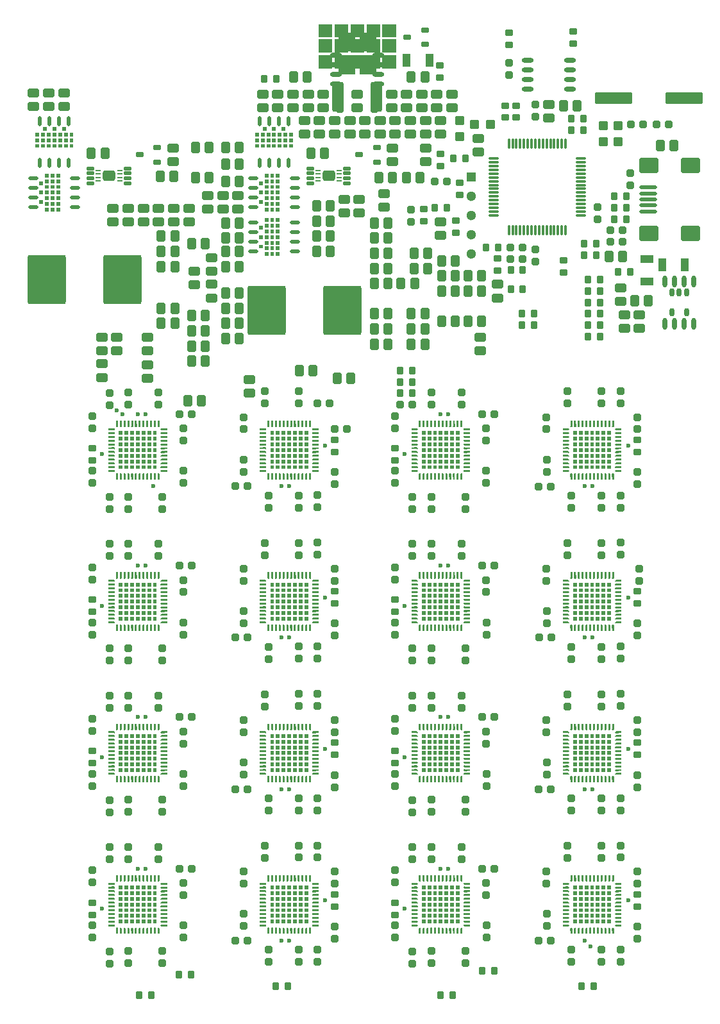
<source format=gtp>
%FSLAX44Y44*%
%MOMM*%
G71*
G01*
G75*
G04:AMPARAMS|DCode=10|XSize=1mm|YSize=0.9mm|CornerRadius=0.198mm|HoleSize=0mm|Usage=FLASHONLY|Rotation=180.000|XOffset=0mm|YOffset=0mm|HoleType=Round|Shape=RoundedRectangle|*
%AMROUNDEDRECTD10*
21,1,1.0000,0.5040,0,0,180.0*
21,1,0.6040,0.9000,0,0,180.0*
1,1,0.3960,-0.3020,0.2520*
1,1,0.3960,0.3020,0.2520*
1,1,0.3960,0.3020,-0.2520*
1,1,0.3960,-0.3020,-0.2520*
%
%ADD10ROUNDEDRECTD10*%
G04:AMPARAMS|DCode=11|XSize=1mm|YSize=0.9mm|CornerRadius=0.198mm|HoleSize=0mm|Usage=FLASHONLY|Rotation=90.000|XOffset=0mm|YOffset=0mm|HoleType=Round|Shape=RoundedRectangle|*
%AMROUNDEDRECTD11*
21,1,1.0000,0.5040,0,0,90.0*
21,1,0.6040,0.9000,0,0,90.0*
1,1,0.3960,0.2520,0.3020*
1,1,0.3960,0.2520,-0.3020*
1,1,0.3960,-0.2520,-0.3020*
1,1,0.3960,-0.2520,0.3020*
%
%ADD11ROUNDEDRECTD11*%
G04:AMPARAMS|DCode=12|XSize=1mm|YSize=0.95mm|CornerRadius=0.1995mm|HoleSize=0mm|Usage=FLASHONLY|Rotation=90.000|XOffset=0mm|YOffset=0mm|HoleType=Round|Shape=RoundedRectangle|*
%AMROUNDEDRECTD12*
21,1,1.0000,0.5510,0,0,90.0*
21,1,0.6010,0.9500,0,0,90.0*
1,1,0.3990,0.2755,0.3005*
1,1,0.3990,0.2755,-0.3005*
1,1,0.3990,-0.2755,-0.3005*
1,1,0.3990,-0.2755,0.3005*
%
%ADD12ROUNDEDRECTD12*%
G04:AMPARAMS|DCode=13|XSize=1.45mm|YSize=1.15mm|CornerRadius=0.2013mm|HoleSize=0mm|Usage=FLASHONLY|Rotation=90.000|XOffset=0mm|YOffset=0mm|HoleType=Round|Shape=RoundedRectangle|*
%AMROUNDEDRECTD13*
21,1,1.4500,0.7475,0,0,90.0*
21,1,1.0475,1.1500,0,0,90.0*
1,1,0.4025,0.3738,0.5238*
1,1,0.4025,0.3738,-0.5238*
1,1,0.4025,-0.3738,-0.5238*
1,1,0.4025,-0.3738,0.5238*
%
%ADD13ROUNDEDRECTD13*%
G04:AMPARAMS|DCode=14|XSize=1.45mm|YSize=1.15mm|CornerRadius=0.2013mm|HoleSize=0mm|Usage=FLASHONLY|Rotation=180.000|XOffset=0mm|YOffset=0mm|HoleType=Round|Shape=RoundedRectangle|*
%AMROUNDEDRECTD14*
21,1,1.4500,0.7475,0,0,180.0*
21,1,1.0475,1.1500,0,0,180.0*
1,1,0.4025,-0.5238,0.3738*
1,1,0.4025,0.5238,0.3738*
1,1,0.4025,0.5238,-0.3738*
1,1,0.4025,-0.5238,-0.3738*
%
%ADD14ROUNDEDRECTD14*%
G04:AMPARAMS|DCode=15|XSize=6.4mm|YSize=10.5mm|CornerRadius=0.128mm|HoleSize=0mm|Usage=FLASHONLY|Rotation=90.000|XOffset=0mm|YOffset=0mm|HoleType=Round|Shape=RoundedRectangle|*
%AMROUNDEDRECTD15*
21,1,6.4000,10.2440,0,0,90.0*
21,1,6.1440,10.5000,0,0,90.0*
1,1,0.2560,5.1220,3.0720*
1,1,0.2560,5.1220,-3.0720*
1,1,0.2560,-5.1220,-3.0720*
1,1,0.2560,-5.1220,3.0720*
%
%ADD15ROUNDEDRECTD15*%
G04:AMPARAMS|DCode=16|XSize=3.95mm|YSize=1.5mm|CornerRadius=0.2475mm|HoleSize=0mm|Usage=FLASHONLY|Rotation=90.000|XOffset=0mm|YOffset=0mm|HoleType=Round|Shape=RoundedRectangle|*
%AMROUNDEDRECTD16*
21,1,3.9500,1.0050,0,0,90.0*
21,1,3.4550,1.5000,0,0,90.0*
1,1,0.4950,0.5025,1.7275*
1,1,0.4950,0.5025,-1.7275*
1,1,0.4950,-0.5025,-1.7275*
1,1,0.4950,-0.5025,1.7275*
%
%ADD16ROUNDEDRECTD16*%
G04:AMPARAMS|DCode=17|XSize=2.85mm|YSize=1mm|CornerRadius=0.2mm|HoleSize=0mm|Usage=FLASHONLY|Rotation=90.000|XOffset=0mm|YOffset=0mm|HoleType=Round|Shape=RoundedRectangle|*
%AMROUNDEDRECTD17*
21,1,2.8500,0.6000,0,0,90.0*
21,1,2.4500,1.0000,0,0,90.0*
1,1,0.4000,0.3000,1.2250*
1,1,0.4000,0.3000,-1.2250*
1,1,0.4000,-0.3000,-1.2250*
1,1,0.4000,-0.3000,1.2250*
%
%ADD17ROUNDEDRECTD17*%
G04:AMPARAMS|DCode=18|XSize=6.45mm|YSize=6mm|CornerRadius=0.21mm|HoleSize=0mm|Usage=FLASHONLY|Rotation=90.000|XOffset=0mm|YOffset=0mm|HoleType=Round|Shape=RoundedRectangle|*
%AMROUNDEDRECTD18*
21,1,6.4500,5.5800,0,0,90.0*
21,1,6.0300,6.0000,0,0,90.0*
1,1,0.4200,2.7900,3.0150*
1,1,0.4200,2.7900,-3.0150*
1,1,0.4200,-2.7900,-3.0150*
1,1,0.4200,-2.7900,3.0150*
%
%ADD18ROUNDEDRECTD18*%
%ADD19O,1.3500X0.5000*%
G04:AMPARAMS|DCode=20|XSize=3mm|YSize=1.65mm|CornerRadius=0.1073mm|HoleSize=0mm|Usage=FLASHONLY|Rotation=90.000|XOffset=0mm|YOffset=0mm|HoleType=Round|Shape=RoundedRectangle|*
%AMROUNDEDRECTD20*
21,1,3.0000,1.4355,0,0,90.0*
21,1,2.7855,1.6500,0,0,90.0*
1,1,0.2145,0.7178,1.3927*
1,1,0.2145,0.7178,-1.3927*
1,1,0.2145,-0.7178,-1.3927*
1,1,0.2145,-0.7178,1.3927*
%
%ADD20ROUNDEDRECTD20*%
G04:AMPARAMS|DCode=21|XSize=1mm|YSize=0.45mm|CornerRadius=0.1125mm|HoleSize=0mm|Usage=FLASHONLY|Rotation=0.000|XOffset=0mm|YOffset=0mm|HoleType=Round|Shape=RoundedRectangle|*
%AMROUNDEDRECTD21*
21,1,1.0000,0.2250,0,0,0.0*
21,1,0.7750,0.4500,0,0,0.0*
1,1,0.2250,0.3875,-0.1125*
1,1,0.2250,-0.3875,-0.1125*
1,1,0.2250,-0.3875,0.1125*
1,1,0.2250,0.3875,0.1125*
%
%ADD21ROUNDEDRECTD21*%
G04:AMPARAMS|DCode=22|XSize=0.7mm|YSize=0.25mm|CornerRadius=0.0838mm|HoleSize=0mm|Usage=FLASHONLY|Rotation=0.000|XOffset=0mm|YOffset=0mm|HoleType=Round|Shape=RoundedRectangle|*
%AMROUNDEDRECTD22*
21,1,0.7000,0.0825,0,0,0.0*
21,1,0.5325,0.2500,0,0,0.0*
1,1,0.1675,0.2662,-0.0413*
1,1,0.1675,-0.2662,-0.0413*
1,1,0.1675,-0.2662,0.0413*
1,1,0.1675,0.2662,0.0413*
%
%ADD22ROUNDEDRECTD22*%
G04:AMPARAMS|DCode=23|XSize=1.35mm|YSize=1.65mm|CornerRadius=0.27mm|HoleSize=0mm|Usage=FLASHONLY|Rotation=90.000|XOffset=0mm|YOffset=0mm|HoleType=Round|Shape=RoundedRectangle|*
%AMROUNDEDRECTD23*
21,1,1.3500,1.1100,0,0,90.0*
21,1,0.8100,1.6500,0,0,90.0*
1,1,0.5400,0.5550,0.4050*
1,1,0.5400,0.5550,-0.4050*
1,1,0.5400,-0.5550,-0.4050*
1,1,0.5400,-0.5550,0.4050*
%
%ADD23ROUNDEDRECTD23*%
G04:AMPARAMS|DCode=24|XSize=1.2mm|YSize=1.2mm|CornerRadius=0.198mm|HoleSize=0mm|Usage=FLASHONLY|Rotation=270.000|XOffset=0mm|YOffset=0mm|HoleType=Round|Shape=RoundedRectangle|*
%AMROUNDEDRECTD24*
21,1,1.2000,0.8040,0,0,270.0*
21,1,0.8040,1.2000,0,0,270.0*
1,1,0.3960,-0.4020,-0.4020*
1,1,0.3960,-0.4020,0.4020*
1,1,0.3960,0.4020,0.4020*
1,1,0.3960,0.4020,-0.4020*
%
%ADD24ROUNDEDRECTD24*%
G04:AMPARAMS|DCode=25|XSize=1.2mm|YSize=1.2mm|CornerRadius=0.198mm|HoleSize=0mm|Usage=FLASHONLY|Rotation=0.000|XOffset=0mm|YOffset=0mm|HoleType=Round|Shape=RoundedRectangle|*
%AMROUNDEDRECTD25*
21,1,1.2000,0.8040,0,0,0.0*
21,1,0.8040,1.2000,0,0,0.0*
1,1,0.3960,0.4020,-0.4020*
1,1,0.3960,-0.4020,-0.4020*
1,1,0.3960,-0.4020,0.4020*
1,1,0.3960,0.4020,0.4020*
%
%ADD25ROUNDEDRECTD25*%
G04:AMPARAMS|DCode=26|XSize=1.75mm|YSize=1.05mm|CornerRadius=0.1995mm|HoleSize=0mm|Usage=FLASHONLY|Rotation=270.000|XOffset=0mm|YOffset=0mm|HoleType=Round|Shape=RoundedRectangle|*
%AMROUNDEDRECTD26*
21,1,1.7500,0.6510,0,0,270.0*
21,1,1.3510,1.0500,0,0,270.0*
1,1,0.3990,-0.3255,-0.6755*
1,1,0.3990,-0.3255,0.6755*
1,1,0.3990,0.3255,0.6755*
1,1,0.3990,0.3255,-0.6755*
%
%ADD26ROUNDEDRECTD26*%
%ADD27O,0.5000X1.3500*%
G04:AMPARAMS|DCode=28|XSize=6.5mm|YSize=5mm|CornerRadius=0.25mm|HoleSize=0mm|Usage=FLASHONLY|Rotation=90.000|XOffset=0mm|YOffset=0mm|HoleType=Round|Shape=RoundedRectangle|*
%AMROUNDEDRECTD28*
21,1,6.5000,4.5000,0,0,90.0*
21,1,6.0000,5.0000,0,0,90.0*
1,1,0.5000,2.2500,3.0000*
1,1,0.5000,2.2500,-3.0000*
1,1,0.5000,-2.2500,-3.0000*
1,1,0.5000,-2.2500,3.0000*
%
%ADD28ROUNDEDRECTD28*%
G04:AMPARAMS|DCode=29|XSize=1.05mm|YSize=0.65mm|CornerRadius=0.2015mm|HoleSize=0mm|Usage=FLASHONLY|Rotation=180.000|XOffset=0mm|YOffset=0mm|HoleType=Round|Shape=RoundedRectangle|*
%AMROUNDEDRECTD29*
21,1,1.0500,0.2470,0,0,180.0*
21,1,0.6470,0.6500,0,0,180.0*
1,1,0.4030,-0.3235,0.1235*
1,1,0.4030,0.3235,0.1235*
1,1,0.4030,0.3235,-0.1235*
1,1,0.4030,-0.3235,-0.1235*
%
%ADD29ROUNDEDRECTD29*%
G04:AMPARAMS|DCode=30|XSize=1mm|YSize=0.95mm|CornerRadius=0.1995mm|HoleSize=0mm|Usage=FLASHONLY|Rotation=0.000|XOffset=0mm|YOffset=0mm|HoleType=Round|Shape=RoundedRectangle|*
%AMROUNDEDRECTD30*
21,1,1.0000,0.5510,0,0,0.0*
21,1,0.6010,0.9500,0,0,0.0*
1,1,0.3990,0.3005,-0.2755*
1,1,0.3990,-0.3005,-0.2755*
1,1,0.3990,-0.3005,0.2755*
1,1,0.3990,0.3005,0.2755*
%
%ADD30ROUNDEDRECTD30*%
%ADD31C,0.4000*%
%ADD32C,0.0500*%
G04:AMPARAMS|DCode=33|XSize=2.3mm|YSize=0.5mm|CornerRadius=0.2mm|HoleSize=0mm|Usage=FLASHONLY|Rotation=180.000|XOffset=0mm|YOffset=0mm|HoleType=Round|Shape=RoundedRectangle|*
%AMROUNDEDRECTD33*
21,1,2.3000,0.1000,0,0,180.0*
21,1,1.9000,0.5000,0,0,180.0*
1,1,0.4000,-0.9500,0.0500*
1,1,0.4000,0.9500,0.0500*
1,1,0.4000,0.9500,-0.0500*
1,1,0.4000,-0.9500,-0.0500*
%
%ADD33ROUNDEDRECTD33*%
G04:AMPARAMS|DCode=34|XSize=2.5mm|YSize=2mm|CornerRadius=0.2mm|HoleSize=0mm|Usage=FLASHONLY|Rotation=180.000|XOffset=0mm|YOffset=0mm|HoleType=Round|Shape=RoundedRectangle|*
%AMROUNDEDRECTD34*
21,1,2.5000,1.6000,0,0,180.0*
21,1,2.1000,2.0000,0,0,180.0*
1,1,0.4000,-1.0500,0.8000*
1,1,0.4000,1.0500,0.8000*
1,1,0.4000,1.0500,-0.8000*
1,1,0.4000,-1.0500,-0.8000*
%
%ADD34ROUNDEDRECTD34*%
G04:AMPARAMS|DCode=35|XSize=1.1mm|YSize=0.6mm|CornerRadius=0.201mm|HoleSize=0mm|Usage=FLASHONLY|Rotation=270.000|XOffset=0mm|YOffset=0mm|HoleType=Round|Shape=RoundedRectangle|*
%AMROUNDEDRECTD35*
21,1,1.1000,0.1980,0,0,270.0*
21,1,0.6980,0.6000,0,0,270.0*
1,1,0.4020,-0.0990,-0.3490*
1,1,0.4020,-0.0990,0.3490*
1,1,0.4020,0.0990,0.3490*
1,1,0.4020,0.0990,-0.3490*
%
%ADD35ROUNDEDRECTD35*%
%ADD36C,1.0000*%
%ADD37O,0.3000X1.5000*%
%ADD38O,1.5000X0.3000*%
G04:AMPARAMS|DCode=39|XSize=4.9mm|YSize=1.6mm|CornerRadius=0.2mm|HoleSize=0mm|Usage=FLASHONLY|Rotation=180.000|XOffset=0mm|YOffset=0mm|HoleType=Round|Shape=RoundedRectangle|*
%AMROUNDEDRECTD39*
21,1,4.9000,1.2000,0,0,180.0*
21,1,4.5000,1.6000,0,0,180.0*
1,1,0.4000,-2.2500,0.6000*
1,1,0.4000,2.2500,0.6000*
1,1,0.4000,2.2500,-0.6000*
1,1,0.4000,-2.2500,-0.6000*
%
%ADD39ROUNDEDRECTD39*%
%ADD40R,1.3000X1.3000*%
%ADD41C,1.3000*%
%ADD42O,1.5500X0.6000*%
G04:AMPARAMS|DCode=43|XSize=1.75mm|YSize=1.05mm|CornerRadius=0.1995mm|HoleSize=0mm|Usage=FLASHONLY|Rotation=0.000|XOffset=0mm|YOffset=0mm|HoleType=Round|Shape=RoundedRectangle|*
%AMROUNDEDRECTD43*
21,1,1.7500,0.6510,0,0,0.0*
21,1,1.3510,1.0500,0,0,0.0*
1,1,0.3990,0.6755,-0.3255*
1,1,0.3990,-0.6755,-0.3255*
1,1,0.3990,-0.6755,0.3255*
1,1,0.3990,0.6755,0.3255*
%
%ADD43ROUNDEDRECTD43*%
%ADD44C,0.6000*%
%ADD45O,0.6000X1.5500*%
%ADD46C,0.2500*%
%ADD47C,0.6000*%
%ADD48C,0.5000*%
%ADD49C,0.5500*%
%ADD50C,0.4000*%
%ADD51C,0.4500*%
%ADD52C,0.8000*%
%ADD53C,1.0000*%
%ADD54C,0.2540*%
%ADD55C,1.6000*%
%ADD56R,1.6000X1.6000*%
%ADD57C,6.0000*%
%ADD58C,2.3000*%
%ADD59C,3.0000*%
%ADD60C,3.5000*%
%ADD61C,1.8500*%
%ADD62C,2.4000*%
%ADD63C,0.5000*%
%ADD64C,2.0000*%
%ADD65R,1.6000X1.6000*%
%ADD66C,0.3000*%
%ADD67C,2.0000*%
%ADD68C,1.8000*%
%ADD69C,0.7000*%
%ADD70C,0.0000*%
G36*
X469457Y598457D02*
X469853Y597500D01*
X469457Y596543D01*
X468500Y596147D01*
Y596250D01*
X461250D01*
Y598750D01*
X468500Y598853D01*
X469457Y598457D01*
D02*
G37*
G36*
X1131500Y593750D02*
X1138750D01*
Y591250D01*
X1131500Y591147D01*
X1130543Y591543D01*
X1130147Y592500D01*
X1130543Y593457D01*
X1131500Y593853D01*
Y593750D01*
D02*
G37*
G36*
X1069457Y593457D02*
X1069853Y592500D01*
X1069457Y591543D01*
X1068500Y591147D01*
Y591250D01*
X1061250D01*
Y593750D01*
X1068500Y593853D01*
X1069457Y593457D01*
D02*
G37*
G36*
X731500Y598750D02*
X738750D01*
Y596250D01*
X731500Y596147D01*
X730543Y596543D01*
X730147Y597500D01*
X730543Y598457D01*
X731500Y598853D01*
Y598750D01*
D02*
G37*
G36*
X669457Y598457D02*
X669853Y597500D01*
X669457Y596543D01*
X668500Y596147D01*
Y596250D01*
X661250D01*
Y598750D01*
X668500Y598853D01*
X669457Y598457D01*
D02*
G37*
G36*
X531500Y598750D02*
X538750D01*
Y596250D01*
X531500Y596147D01*
X530543Y596543D01*
X530147Y597500D01*
X530543Y598457D01*
X531500Y598853D01*
Y598750D01*
D02*
G37*
G36*
X931500Y593750D02*
X938750D01*
Y591250D01*
X931500Y591147D01*
X930543Y591543D01*
X930147Y592500D01*
X930543Y593457D01*
X931500Y593853D01*
Y593750D01*
D02*
G37*
G36*
X531500D02*
X538750D01*
Y591250D01*
X531500Y591147D01*
X530543Y591543D01*
X530147Y592500D01*
X530543Y593457D01*
X531500Y593853D01*
Y593750D01*
D02*
G37*
G36*
X469457Y593457D02*
X469853Y592500D01*
X469457Y591543D01*
X468500Y591147D01*
Y591250D01*
X461250D01*
Y593750D01*
X468500Y593853D01*
X469457Y593457D01*
D02*
G37*
G36*
X925000Y590000D02*
X920000D01*
Y595000D01*
X925000D01*
Y590000D01*
D02*
G37*
G36*
X869457Y593457D02*
X869853Y592500D01*
X869457Y591543D01*
X868500Y591147D01*
Y591250D01*
X861250D01*
Y593750D01*
X868500Y593853D01*
X869457Y593457D01*
D02*
G37*
G36*
X731500Y593750D02*
X738750D01*
Y591250D01*
X731500Y591147D01*
X730543Y591543D01*
X730147Y592500D01*
X730543Y593457D01*
X731500Y593853D01*
Y593750D01*
D02*
G37*
G36*
X669457Y593457D02*
X669853Y592500D01*
X669457Y591543D01*
X668500Y591147D01*
Y591250D01*
X661250D01*
Y593750D01*
X668500Y593853D01*
X669457Y593457D01*
D02*
G37*
G36*
X517500Y597500D02*
X512500D01*
Y602500D01*
X517500D01*
Y597500D01*
D02*
G37*
G36*
X510000D02*
X505000D01*
Y602500D01*
X510000D01*
Y597500D01*
D02*
G37*
G36*
X502500D02*
X497500D01*
Y602500D01*
X502500D01*
Y597500D01*
D02*
G37*
G36*
X687500D02*
X682500D01*
Y602500D01*
X687500D01*
Y597500D01*
D02*
G37*
G36*
X680000D02*
X675000D01*
Y602500D01*
X680000D01*
Y597500D01*
D02*
G37*
G36*
X525000D02*
X520000D01*
Y602500D01*
X525000D01*
Y597500D01*
D02*
G37*
G36*
X495000D02*
X490000D01*
Y602500D01*
X495000D01*
Y597500D01*
D02*
G37*
G36*
X1069457Y598457D02*
X1069853Y597500D01*
X1069457Y596543D01*
X1068500Y596147D01*
Y596250D01*
X1061250D01*
Y598750D01*
X1068500Y598853D01*
X1069457Y598457D01*
D02*
G37*
G36*
X931500Y598750D02*
X938750D01*
Y596250D01*
X931500Y596147D01*
X930543Y596543D01*
X930147Y597500D01*
X930543Y598457D01*
X931500Y598853D01*
Y598750D01*
D02*
G37*
G36*
X869457Y598457D02*
X869853Y597500D01*
X869457Y596543D01*
X868500Y596147D01*
Y596250D01*
X861250D01*
Y598750D01*
X868500Y598853D01*
X869457Y598457D01*
D02*
G37*
G36*
X487500Y597500D02*
X482500D01*
Y602500D01*
X487500D01*
Y597500D01*
D02*
G37*
G36*
X480000D02*
X475000D01*
Y602500D01*
X480000D01*
Y597500D01*
D02*
G37*
G36*
X1131500Y598750D02*
X1138750D01*
Y596250D01*
X1131500Y596147D01*
X1130543Y596543D01*
X1130147Y597500D01*
X1130543Y598457D01*
X1131500Y598853D01*
Y598750D01*
D02*
G37*
G36*
X1102500Y590000D02*
X1097500D01*
Y595000D01*
X1102500D01*
Y590000D01*
D02*
G37*
G36*
X1095000D02*
X1090000D01*
Y595000D01*
X1095000D01*
Y590000D01*
D02*
G37*
G36*
X1087500D02*
X1082500D01*
Y595000D01*
X1087500D01*
Y590000D01*
D02*
G37*
G36*
X1125000D02*
X1120000D01*
Y595000D01*
X1125000D01*
Y590000D01*
D02*
G37*
G36*
X1117500D02*
X1112500D01*
Y595000D01*
X1117500D01*
Y590000D01*
D02*
G37*
G36*
X1110000D02*
X1105000D01*
Y595000D01*
X1110000D01*
Y590000D01*
D02*
G37*
G36*
X1080000D02*
X1075000D01*
Y595000D01*
X1080000D01*
Y590000D01*
D02*
G37*
G36*
X702500D02*
X697500D01*
Y595000D01*
X702500D01*
Y590000D01*
D02*
G37*
G36*
X695000D02*
X690000D01*
Y595000D01*
X695000D01*
Y590000D01*
D02*
G37*
G36*
X687500D02*
X682500D01*
Y595000D01*
X687500D01*
Y590000D01*
D02*
G37*
G36*
X725000D02*
X720000D01*
Y595000D01*
X725000D01*
Y590000D01*
D02*
G37*
G36*
X717500D02*
X712500D01*
Y595000D01*
X717500D01*
Y590000D01*
D02*
G37*
G36*
X710000D02*
X705000D01*
Y595000D01*
X710000D01*
Y590000D01*
D02*
G37*
G36*
X895000Y590000D02*
X890000D01*
Y595000D01*
X895000D01*
Y590000D01*
D02*
G37*
G36*
X887500D02*
X882500D01*
Y595000D01*
X887500D01*
Y590000D01*
D02*
G37*
G36*
X880000D02*
X875000D01*
Y595000D01*
X880000D01*
Y590000D01*
D02*
G37*
G36*
X917500D02*
X912500D01*
Y595000D01*
X917500D01*
Y590000D01*
D02*
G37*
G36*
X910000D02*
X905000D01*
Y595000D01*
X910000D01*
Y590000D01*
D02*
G37*
G36*
X902500D02*
X897500D01*
Y595000D01*
X902500D01*
Y590000D01*
D02*
G37*
G36*
X525000D02*
X520000D01*
Y595000D01*
X525000D01*
Y590000D01*
D02*
G37*
G36*
X495000D02*
X490000D01*
Y595000D01*
X495000D01*
Y590000D01*
D02*
G37*
G36*
X487500D02*
X482500D01*
Y595000D01*
X487500D01*
Y590000D01*
D02*
G37*
G36*
X480000D02*
X475000D01*
Y595000D01*
X480000D01*
Y590000D01*
D02*
G37*
G36*
X517500D02*
X512500D01*
Y595000D01*
X517500D01*
Y590000D01*
D02*
G37*
G36*
X510000D02*
X505000D01*
Y595000D01*
X510000D01*
Y590000D01*
D02*
G37*
G36*
X502500D02*
X497500D01*
Y595000D01*
X502500D01*
Y590000D01*
D02*
G37*
G36*
X695000Y597500D02*
X690000D01*
Y602500D01*
X695000D01*
Y597500D01*
D02*
G37*
G36*
X1095000Y605000D02*
X1090000D01*
Y610000D01*
X1095000D01*
Y605000D01*
D02*
G37*
G36*
X1087500D02*
X1082500D01*
Y610000D01*
X1087500D01*
Y605000D01*
D02*
G37*
G36*
X1080000D02*
X1075000D01*
Y610000D01*
X1080000D01*
Y605000D01*
D02*
G37*
G36*
X1117500D02*
X1112500D01*
Y610000D01*
X1117500D01*
Y605000D01*
D02*
G37*
G36*
X1110000D02*
X1105000D01*
Y610000D01*
X1110000D01*
Y605000D01*
D02*
G37*
G36*
X1102500D02*
X1097500D01*
Y610000D01*
X1102500D01*
Y605000D01*
D02*
G37*
G36*
X725000D02*
X720000D01*
Y610000D01*
X725000D01*
Y605000D01*
D02*
G37*
G36*
X695000D02*
X690000D01*
Y610000D01*
X695000D01*
Y605000D01*
D02*
G37*
G36*
X687500D02*
X682500D01*
Y610000D01*
X687500D01*
Y605000D01*
D02*
G37*
G36*
X680000D02*
X675000D01*
Y610000D01*
X680000D01*
Y605000D01*
D02*
G37*
G36*
X717500D02*
X712500D01*
Y610000D01*
X717500D01*
Y605000D01*
D02*
G37*
G36*
X710000D02*
X705000D01*
Y610000D01*
X710000D01*
Y605000D01*
D02*
G37*
G36*
X702500D02*
X697500D01*
Y610000D01*
X702500D01*
Y605000D01*
D02*
G37*
G36*
X887500Y605000D02*
X882500D01*
Y610000D01*
X887500D01*
Y605000D01*
D02*
G37*
G36*
X880000D02*
X875000D01*
Y610000D01*
X880000D01*
Y605000D01*
D02*
G37*
G36*
X525000D02*
X520000D01*
Y610000D01*
X525000D01*
Y605000D01*
D02*
G37*
G36*
X910000D02*
X905000D01*
Y610000D01*
X910000D01*
Y605000D01*
D02*
G37*
G36*
X902500D02*
X897500D01*
Y610000D01*
X902500D01*
Y605000D01*
D02*
G37*
G36*
X895000D02*
X890000D01*
Y610000D01*
X895000D01*
Y605000D01*
D02*
G37*
G36*
X517500D02*
X512500D01*
Y610000D01*
X517500D01*
Y605000D01*
D02*
G37*
G36*
X487500D02*
X482500D01*
Y610000D01*
X487500D01*
Y605000D01*
D02*
G37*
G36*
X480000D02*
X475000D01*
Y610000D01*
X480000D01*
Y605000D01*
D02*
G37*
G36*
X1125000Y605000D02*
X1120000D01*
Y610000D01*
X1125000D01*
Y605000D01*
D02*
G37*
G36*
X510000Y605000D02*
X505000D01*
Y610000D01*
X510000D01*
Y605000D01*
D02*
G37*
G36*
X502500D02*
X497500D01*
Y610000D01*
X502500D01*
Y605000D01*
D02*
G37*
G36*
X495000D02*
X490000D01*
Y610000D01*
X495000D01*
Y605000D01*
D02*
G37*
G36*
X917500Y597500D02*
X912500D01*
Y602500D01*
X917500D01*
Y597500D01*
D02*
G37*
G36*
X910000D02*
X905000D01*
Y602500D01*
X910000D01*
Y597500D01*
D02*
G37*
G36*
X902500D02*
X897500D01*
Y602500D01*
X902500D01*
Y597500D01*
D02*
G37*
G36*
X1087500D02*
X1082500D01*
Y602500D01*
X1087500D01*
Y597500D01*
D02*
G37*
G36*
X1080000D02*
X1075000D01*
Y602500D01*
X1080000D01*
Y597500D01*
D02*
G37*
G36*
X925000D02*
X920000D01*
Y602500D01*
X925000D01*
Y597500D01*
D02*
G37*
G36*
X895000D02*
X890000D01*
Y602500D01*
X895000D01*
Y597500D01*
D02*
G37*
G36*
X717500D02*
X712500D01*
Y602500D01*
X717500D01*
Y597500D01*
D02*
G37*
G36*
X710000D02*
X705000D01*
Y602500D01*
X710000D01*
Y597500D01*
D02*
G37*
G36*
X702500D02*
X697500D01*
Y602500D01*
X702500D01*
Y597500D01*
D02*
G37*
G36*
X887500D02*
X882500D01*
Y602500D01*
X887500D01*
Y597500D01*
D02*
G37*
G36*
X880000D02*
X875000D01*
Y602500D01*
X880000D01*
Y597500D01*
D02*
G37*
G36*
X725000D02*
X720000D01*
Y602500D01*
X725000D01*
Y597500D01*
D02*
G37*
G36*
X869457Y603457D02*
X869853Y602500D01*
X869457Y601543D01*
X868500Y601147D01*
Y601250D01*
X861250D01*
Y603750D01*
X868500Y603853D01*
X869457Y603457D01*
D02*
G37*
G36*
X731500Y603750D02*
X738750D01*
Y601250D01*
X731500Y601147D01*
X730543Y601543D01*
X730147Y602500D01*
X730543Y603457D01*
X731500Y603853D01*
Y603750D01*
D02*
G37*
G36*
X669457Y603457D02*
X669853Y602500D01*
X669457Y601543D01*
X668500Y601147D01*
Y601250D01*
X661250D01*
Y603750D01*
X668500Y603853D01*
X669457Y603457D01*
D02*
G37*
G36*
X1131500Y603750D02*
X1138750D01*
Y601250D01*
X1131500Y601147D01*
X1130543Y601543D01*
X1130147Y602500D01*
X1130543Y603457D01*
X1131500Y603853D01*
Y603750D01*
D02*
G37*
G36*
X1069457Y603457D02*
X1069853Y602500D01*
X1069457Y601543D01*
X1068500Y601147D01*
Y601250D01*
X1061250D01*
Y603750D01*
X1068500Y603853D01*
X1069457Y603457D01*
D02*
G37*
G36*
X931500Y603750D02*
X938750D01*
Y601250D01*
X931500Y601147D01*
X930543Y601543D01*
X930147Y602500D01*
X930543Y603457D01*
X931500Y603853D01*
Y603750D01*
D02*
G37*
G36*
X531500D02*
X538750D01*
Y601250D01*
X531500Y601147D01*
X530543Y601543D01*
X530147Y602500D01*
X530543Y603457D01*
X531500Y603853D01*
Y603750D01*
D02*
G37*
G36*
X1110000Y597500D02*
X1105000D01*
Y602500D01*
X1110000D01*
Y597500D01*
D02*
G37*
G36*
X1102500D02*
X1097500D01*
Y602500D01*
X1102500D01*
Y597500D01*
D02*
G37*
G36*
X1095000D02*
X1090000D01*
Y602500D01*
X1095000D01*
Y597500D01*
D02*
G37*
G36*
X469457Y603457D02*
X469853Y602500D01*
X469457Y601543D01*
X468500Y601147D01*
Y601250D01*
X461250D01*
Y603750D01*
X468500Y603853D01*
X469457Y603457D01*
D02*
G37*
G36*
X1125000Y597500D02*
X1120000D01*
Y602500D01*
X1125000D01*
Y597500D01*
D02*
G37*
G36*
X1117500D02*
X1112500D01*
Y602500D01*
X1117500D01*
Y597500D01*
D02*
G37*
G36*
X710000Y575000D02*
X705000D01*
Y580000D01*
X710000D01*
Y575000D01*
D02*
G37*
G36*
X702500D02*
X697500D01*
Y580000D01*
X702500D01*
Y575000D01*
D02*
G37*
G36*
X695000D02*
X690000D01*
Y580000D01*
X695000D01*
Y575000D01*
D02*
G37*
G36*
X880000D02*
X875000D01*
Y580000D01*
X880000D01*
Y575000D01*
D02*
G37*
G36*
X725000D02*
X720000D01*
Y580000D01*
X725000D01*
Y575000D01*
D02*
G37*
G36*
X717500D02*
X712500D01*
Y580000D01*
X717500D01*
Y575000D01*
D02*
G37*
G36*
X687500D02*
X682500D01*
Y580000D01*
X687500D01*
Y575000D01*
D02*
G37*
G36*
X510000D02*
X505000D01*
Y580000D01*
X510000D01*
Y575000D01*
D02*
G37*
G36*
X502500D02*
X497500D01*
Y580000D01*
X502500D01*
Y575000D01*
D02*
G37*
G36*
X495000D02*
X490000D01*
Y580000D01*
X495000D01*
Y575000D01*
D02*
G37*
G36*
X680000D02*
X675000D01*
Y580000D01*
X680000D01*
Y575000D01*
D02*
G37*
G36*
X525000D02*
X520000D01*
Y580000D01*
X525000D01*
Y575000D01*
D02*
G37*
G36*
X517500D02*
X512500D01*
Y580000D01*
X517500D01*
Y575000D01*
D02*
G37*
G36*
X1102500D02*
X1097500D01*
Y580000D01*
X1102500D01*
Y575000D01*
D02*
G37*
G36*
X1095000D02*
X1090000D01*
Y580000D01*
X1095000D01*
Y575000D01*
D02*
G37*
G36*
X1087500D02*
X1082500D01*
Y580000D01*
X1087500D01*
Y575000D01*
D02*
G37*
G36*
X1125000D02*
X1120000D01*
Y580000D01*
X1125000D01*
Y575000D01*
D02*
G37*
G36*
X1117500D02*
X1112500D01*
Y580000D01*
X1117500D01*
Y575000D01*
D02*
G37*
G36*
X1110000D02*
X1105000D01*
Y580000D01*
X1110000D01*
Y575000D01*
D02*
G37*
G36*
X1080000D02*
X1075000D01*
Y580000D01*
X1080000D01*
Y575000D01*
D02*
G37*
G36*
X902500D02*
X897500D01*
Y580000D01*
X902500D01*
Y575000D01*
D02*
G37*
G36*
X895000D02*
X890000D01*
Y580000D01*
X895000D01*
Y575000D01*
D02*
G37*
G36*
X887500D02*
X882500D01*
Y580000D01*
X887500D01*
Y575000D01*
D02*
G37*
G36*
X925000D02*
X920000D01*
Y580000D01*
X925000D01*
Y575000D01*
D02*
G37*
G36*
X917500D02*
X912500D01*
Y580000D01*
X917500D01*
Y575000D01*
D02*
G37*
G36*
X910000D02*
X905000D01*
Y580000D01*
X910000D01*
Y575000D01*
D02*
G37*
G36*
X1098457Y569457D02*
X1098853Y568500D01*
X1098750D01*
Y561250D01*
X1096250D01*
X1096147Y568500D01*
X1096543Y569457D01*
X1097500Y569853D01*
X1098457Y569457D01*
D02*
G37*
G36*
X1093457D02*
X1093853Y568500D01*
X1093750D01*
Y561250D01*
X1091250D01*
X1091147Y568500D01*
X1091543Y569457D01*
X1092500Y569853D01*
X1093457Y569457D01*
D02*
G37*
G36*
X1088457D02*
X1088853Y568500D01*
X1088750D01*
Y561250D01*
X1086250D01*
X1086147Y568500D01*
X1086543Y569457D01*
X1087500Y569853D01*
X1088457Y569457D01*
D02*
G37*
G36*
X1113457D02*
X1113853Y568500D01*
X1113750D01*
Y561250D01*
X1111250D01*
X1111147Y568500D01*
X1111543Y569457D01*
X1112500Y569853D01*
X1113457Y569457D01*
D02*
G37*
G36*
X1108457D02*
X1108853Y568500D01*
X1108750D01*
Y561250D01*
X1106250D01*
X1106147Y568500D01*
X1106543Y569457D01*
X1107500Y569853D01*
X1108457Y569457D01*
D02*
G37*
G36*
X1103457D02*
X1103853Y568500D01*
X1103750D01*
Y561250D01*
X1101250D01*
X1101147Y568500D01*
X1101543Y569457D01*
X1102500Y569853D01*
X1103457Y569457D01*
D02*
G37*
G36*
X1083457D02*
X1083853Y568500D01*
X1083750D01*
Y561250D01*
X1081250D01*
X1081147Y568500D01*
X1081543Y569457D01*
X1082500Y569853D01*
X1083457Y569457D01*
D02*
G37*
G36*
X923457D02*
X923853Y568500D01*
X923750D01*
Y561250D01*
X921250D01*
X921147Y568500D01*
X921543Y569457D01*
X922500Y569853D01*
X923457Y569457D01*
D02*
G37*
G36*
X918457D02*
X918853Y568500D01*
X918750D01*
Y561250D01*
X916250D01*
X916147Y568500D01*
X916543Y569457D01*
X917500Y569853D01*
X918457Y569457D01*
D02*
G37*
G36*
X913457D02*
X913853Y568500D01*
X913750D01*
Y561250D01*
X911250D01*
X911147Y568500D01*
X911543Y569457D01*
X912500Y569853D01*
X913457Y569457D01*
D02*
G37*
G36*
X1078457D02*
X1078853Y568500D01*
X1078750D01*
Y561250D01*
X1076250D01*
X1076147Y568500D01*
X1076543Y569457D01*
X1077500Y569853D01*
X1078457Y569457D01*
D02*
G37*
G36*
X1073457D02*
X1073853Y568500D01*
X1073750D01*
Y561250D01*
X1071250D01*
X1071147Y568500D01*
X1071543Y569457D01*
X1072500Y569853D01*
X1073457Y569457D01*
D02*
G37*
G36*
X928457D02*
X928853Y568500D01*
X928750D01*
Y561250D01*
X926250D01*
X926147Y568500D01*
X926543Y569457D01*
X927500Y569853D01*
X928457Y569457D01*
D02*
G37*
G36*
X1069457Y573457D02*
X1069853Y572500D01*
X1069457Y571543D01*
X1068500Y571147D01*
Y571250D01*
X1061250D01*
Y573750D01*
X1068500Y573853D01*
X1069457Y573457D01*
D02*
G37*
G36*
X931500Y573750D02*
X938750D01*
Y571250D01*
X931500Y571147D01*
X930543Y571543D01*
X930147Y572500D01*
X930543Y573457D01*
X931500Y573853D01*
Y573750D01*
D02*
G37*
G36*
X869457Y573457D02*
X869853Y572500D01*
X869457Y571543D01*
X868500Y571147D01*
Y571250D01*
X861250D01*
Y573750D01*
X868500Y573853D01*
X869457Y573457D01*
D02*
G37*
G36*
X487500Y575000D02*
X482500D01*
Y580000D01*
X487500D01*
Y575000D01*
D02*
G37*
G36*
X480000D02*
X475000D01*
Y580000D01*
X480000D01*
Y575000D01*
D02*
G37*
G36*
X1131500Y573750D02*
X1138750D01*
Y571250D01*
X1131500Y571147D01*
X1130543Y571543D01*
X1130147Y572500D01*
X1130543Y573457D01*
X1131500Y573853D01*
Y573750D01*
D02*
G37*
G36*
X731500D02*
X738750D01*
Y571250D01*
X731500Y571147D01*
X730543Y571543D01*
X730147Y572500D01*
X730543Y573457D01*
X731500Y573853D01*
Y573750D01*
D02*
G37*
G36*
X1128457Y569457D02*
X1128853Y568500D01*
X1128750D01*
Y561250D01*
X1126250D01*
X1126147Y568500D01*
X1126543Y569457D01*
X1127500Y569853D01*
X1128457Y569457D01*
D02*
G37*
G36*
X1123457D02*
X1123853Y568500D01*
X1123750D01*
Y561250D01*
X1121250D01*
X1121147Y568500D01*
X1121543Y569457D01*
X1122500Y569853D01*
X1123457Y569457D01*
D02*
G37*
G36*
X1118457D02*
X1118853Y568500D01*
X1118750D01*
Y561250D01*
X1116250D01*
X1116147Y568500D01*
X1116543Y569457D01*
X1117500Y569853D01*
X1118457Y569457D01*
D02*
G37*
G36*
X669457Y573457D02*
X669853Y572500D01*
X669457Y571543D01*
X668500Y571147D01*
Y571250D01*
X661250D01*
Y573750D01*
X668500Y573853D01*
X669457Y573457D01*
D02*
G37*
G36*
X531500Y573750D02*
X538750D01*
Y571250D01*
X531500Y571147D01*
X530543Y571543D01*
X530147Y572500D01*
X530543Y573457D01*
X531500Y573853D01*
Y573750D01*
D02*
G37*
G36*
X469457Y573457D02*
X469853Y572500D01*
X469457Y571543D01*
X468500Y571147D01*
Y571250D01*
X461250D01*
Y573750D01*
X468500Y573853D01*
X469457Y573457D01*
D02*
G37*
G36*
Y578457D02*
X469853Y577500D01*
X469457Y576543D01*
X468500Y576147D01*
Y576250D01*
X461250D01*
Y578750D01*
X468500Y578853D01*
X469457Y578457D01*
D02*
G37*
G36*
X925000Y582500D02*
X920000D01*
Y587500D01*
X925000D01*
Y582500D01*
D02*
G37*
G36*
X917500D02*
X912500D01*
Y587500D01*
X917500D01*
Y582500D01*
D02*
G37*
G36*
X910000D02*
X905000D01*
Y587500D01*
X910000D01*
Y582500D01*
D02*
G37*
G36*
X1095000D02*
X1090000D01*
Y587500D01*
X1095000D01*
Y582500D01*
D02*
G37*
G36*
X1087500D02*
X1082500D01*
Y587500D01*
X1087500D01*
Y582500D01*
D02*
G37*
G36*
X1080000D02*
X1075000D01*
Y587500D01*
X1080000D01*
Y582500D01*
D02*
G37*
G36*
X902500D02*
X897500D01*
Y587500D01*
X902500D01*
Y582500D01*
D02*
G37*
G36*
X725000D02*
X720000D01*
Y587500D01*
X725000D01*
Y582500D01*
D02*
G37*
G36*
X717500D02*
X712500D01*
Y587500D01*
X717500D01*
Y582500D01*
D02*
G37*
G36*
X710000D02*
X705000D01*
Y587500D01*
X710000D01*
Y582500D01*
D02*
G37*
G36*
X895000D02*
X890000D01*
Y587500D01*
X895000D01*
Y582500D01*
D02*
G37*
G36*
X887500D02*
X882500D01*
Y587500D01*
X887500D01*
Y582500D01*
D02*
G37*
G36*
X880000D02*
X875000D01*
Y587500D01*
X880000D01*
Y582500D01*
D02*
G37*
G36*
X931500Y588750D02*
X938750D01*
Y586250D01*
X931500Y586147D01*
X930543Y586543D01*
X930147Y587500D01*
X930543Y588457D01*
X931500Y588853D01*
Y588750D01*
D02*
G37*
G36*
X869457Y588457D02*
X869853Y587500D01*
X869457Y586543D01*
X868500Y586147D01*
Y586250D01*
X861250D01*
Y588750D01*
X868500Y588853D01*
X869457Y588457D01*
D02*
G37*
G36*
X731500Y588750D02*
X738750D01*
Y586250D01*
X731500Y586147D01*
X730543Y586543D01*
X730147Y587500D01*
X730543Y588457D01*
X731500Y588853D01*
Y588750D01*
D02*
G37*
G36*
X680000Y590000D02*
X675000D01*
Y595000D01*
X680000D01*
Y590000D01*
D02*
G37*
G36*
X1131500Y588750D02*
X1138750D01*
Y586250D01*
X1131500Y586147D01*
X1130543Y586543D01*
X1130147Y587500D01*
X1130543Y588457D01*
X1131500Y588853D01*
Y588750D01*
D02*
G37*
G36*
X1069457Y588457D02*
X1069853Y587500D01*
X1069457Y586543D01*
X1068500Y586147D01*
Y586250D01*
X1061250D01*
Y588750D01*
X1068500Y588853D01*
X1069457Y588457D01*
D02*
G37*
G36*
X669457D02*
X669853Y587500D01*
X669457Y586543D01*
X668500Y586147D01*
Y586250D01*
X661250D01*
Y588750D01*
X668500Y588853D01*
X669457Y588457D01*
D02*
G37*
G36*
X1117500Y582500D02*
X1112500D01*
Y587500D01*
X1117500D01*
Y582500D01*
D02*
G37*
G36*
X1110000D02*
X1105000D01*
Y587500D01*
X1110000D01*
Y582500D01*
D02*
G37*
G36*
X1102500D02*
X1097500D01*
Y587500D01*
X1102500D01*
Y582500D01*
D02*
G37*
G36*
X531500Y588750D02*
X538750D01*
Y586250D01*
X531500Y586147D01*
X530543Y586543D01*
X530147Y587500D01*
X530543Y588457D01*
X531500Y588853D01*
Y588750D01*
D02*
G37*
G36*
X469457Y588457D02*
X469853Y587500D01*
X469457Y586543D01*
X468500Y586147D01*
Y586250D01*
X461250D01*
Y588750D01*
X468500Y588853D01*
X469457Y588457D01*
D02*
G37*
G36*
X1125000Y582500D02*
X1120000D01*
Y587500D01*
X1125000D01*
Y582500D01*
D02*
G37*
G36*
X669457Y583457D02*
X669853Y582500D01*
X669457Y581543D01*
X668500Y581147D01*
Y581250D01*
X661250D01*
Y583750D01*
X668500Y583853D01*
X669457Y583457D01*
D02*
G37*
G36*
X531500Y583750D02*
X538750D01*
Y581250D01*
X531500Y581147D01*
X530543Y581543D01*
X530147Y582500D01*
X530543Y583457D01*
X531500Y583853D01*
Y583750D01*
D02*
G37*
G36*
X469457Y583457D02*
X469853Y582500D01*
X469457Y581543D01*
X468500Y581147D01*
Y581250D01*
X461250D01*
Y583750D01*
X468500Y583853D01*
X469457Y583457D01*
D02*
G37*
G36*
X931500Y583750D02*
X938750D01*
Y581250D01*
X931500Y581147D01*
X930543Y581543D01*
X930147Y582500D01*
X930543Y583457D01*
X931500Y583853D01*
Y583750D01*
D02*
G37*
G36*
X869457Y583457D02*
X869853Y582500D01*
X869457Y581543D01*
X868500Y581147D01*
Y581250D01*
X861250D01*
Y583750D01*
X868500Y583853D01*
X869457Y583457D01*
D02*
G37*
G36*
X731500Y583750D02*
X738750D01*
Y581250D01*
X731500Y581147D01*
X730543Y581543D01*
X730147Y582500D01*
X730543Y583457D01*
X731500Y583853D01*
Y583750D01*
D02*
G37*
G36*
X1131500Y578750D02*
X1138750D01*
Y576250D01*
X1131500Y576147D01*
X1130543Y576543D01*
X1130147Y577500D01*
X1130543Y578457D01*
X1131500Y578853D01*
Y578750D01*
D02*
G37*
G36*
X731500D02*
X738750D01*
Y576250D01*
X731500Y576147D01*
X730543Y576543D01*
X730147Y577500D01*
X730543Y578457D01*
X731500Y578853D01*
Y578750D01*
D02*
G37*
G36*
X669457Y578457D02*
X669853Y577500D01*
X669457Y576543D01*
X668500Y576147D01*
Y576250D01*
X661250D01*
Y578750D01*
X668500Y578853D01*
X669457Y578457D01*
D02*
G37*
G36*
X531500Y578750D02*
X538750D01*
Y576250D01*
X531500Y576147D01*
X530543Y576543D01*
X530147Y577500D01*
X530543Y578457D01*
X531500Y578853D01*
Y578750D01*
D02*
G37*
G36*
X1069457Y578457D02*
X1069853Y577500D01*
X1069457Y576543D01*
X1068500Y576147D01*
Y576250D01*
X1061250D01*
Y578750D01*
X1068500Y578853D01*
X1069457Y578457D01*
D02*
G37*
G36*
X931500Y578750D02*
X938750D01*
Y576250D01*
X931500Y576147D01*
X930543Y576543D01*
X930147Y577500D01*
X930543Y578457D01*
X931500Y578853D01*
Y578750D01*
D02*
G37*
G36*
X869457Y578457D02*
X869853Y577500D01*
X869457Y576543D01*
X868500Y576147D01*
Y576250D01*
X861250D01*
Y578750D01*
X868500Y578853D01*
X869457Y578457D01*
D02*
G37*
G36*
X680000Y582500D02*
X675000D01*
Y587500D01*
X680000D01*
Y582500D01*
D02*
G37*
G36*
X525000D02*
X520000D01*
Y587500D01*
X525000D01*
Y582500D01*
D02*
G37*
G36*
X517500D02*
X512500D01*
Y587500D01*
X517500D01*
Y582500D01*
D02*
G37*
G36*
X702500D02*
X697500D01*
Y587500D01*
X702500D01*
Y582500D01*
D02*
G37*
G36*
X695000D02*
X690000D01*
Y587500D01*
X695000D01*
Y582500D01*
D02*
G37*
G36*
X687500D02*
X682500D01*
Y587500D01*
X687500D01*
Y582500D01*
D02*
G37*
G36*
X510000D02*
X505000D01*
Y587500D01*
X510000D01*
Y582500D01*
D02*
G37*
G36*
X480000D02*
X475000D01*
Y587500D01*
X480000D01*
Y582500D01*
D02*
G37*
G36*
X1131500Y583750D02*
X1138750D01*
Y581250D01*
X1131500Y581147D01*
X1130543Y581543D01*
X1130147Y582500D01*
X1130543Y583457D01*
X1131500Y583853D01*
Y583750D01*
D02*
G37*
G36*
X1069457Y583457D02*
X1069853Y582500D01*
X1069457Y581543D01*
X1068500Y581147D01*
Y581250D01*
X1061250D01*
Y583750D01*
X1068500Y583853D01*
X1069457Y583457D01*
D02*
G37*
G36*
X502500Y582500D02*
X497500D01*
Y587500D01*
X502500D01*
Y582500D01*
D02*
G37*
G36*
X495000D02*
X490000D01*
Y587500D01*
X495000D01*
Y582500D01*
D02*
G37*
G36*
X487500D02*
X482500D01*
Y587500D01*
X487500D01*
Y582500D01*
D02*
G37*
G36*
X1103853Y631500D02*
X1103457Y630543D01*
X1102500Y630147D01*
X1101543Y630543D01*
X1101147Y631500D01*
X1101250D01*
Y638750D01*
X1103750D01*
X1103853Y631500D01*
D02*
G37*
G36*
X1098853D02*
X1098457Y630543D01*
X1097500Y630147D01*
X1096543Y630543D01*
X1096147Y631500D01*
X1096250D01*
Y638750D01*
X1098750D01*
X1098853Y631500D01*
D02*
G37*
G36*
X1093853D02*
X1093457Y630543D01*
X1092500Y630147D01*
X1091543Y630543D01*
X1091147Y631500D01*
X1091250D01*
Y638750D01*
X1093750D01*
X1093853Y631500D01*
D02*
G37*
G36*
X1118853D02*
X1118457Y630543D01*
X1117500Y630147D01*
X1116543Y630543D01*
X1116147Y631500D01*
X1116250D01*
Y638750D01*
X1118750D01*
X1118853Y631500D01*
D02*
G37*
G36*
X1113853D02*
X1113457Y630543D01*
X1112500Y630147D01*
X1111543Y630543D01*
X1111147Y631500D01*
X1111250D01*
Y638750D01*
X1113750D01*
X1113853Y631500D01*
D02*
G37*
G36*
X1108853D02*
X1108457Y630543D01*
X1107500Y630147D01*
X1106543Y630543D01*
X1106147Y631500D01*
X1106250D01*
Y638750D01*
X1108750D01*
X1108853Y631500D01*
D02*
G37*
G36*
X1088853D02*
X1088457Y630543D01*
X1087500Y630147D01*
X1086543Y630543D01*
X1086147Y631500D01*
X1086250D01*
Y638750D01*
X1088750D01*
X1088853Y631500D01*
D02*
G37*
G36*
X928853D02*
X928457Y630543D01*
X927500Y630147D01*
X926543Y630543D01*
X926147Y631500D01*
X926250D01*
Y638750D01*
X928750D01*
X928853Y631500D01*
D02*
G37*
G36*
X923853D02*
X923457Y630543D01*
X922500Y630147D01*
X921543Y630543D01*
X921147Y631500D01*
X921250D01*
Y638750D01*
X923750D01*
X923853Y631500D01*
D02*
G37*
G36*
X918853D02*
X918457Y630543D01*
X917500Y630147D01*
X916543Y630543D01*
X916147Y631500D01*
X916250D01*
Y638750D01*
X918750D01*
X918853Y631500D01*
D02*
G37*
G36*
X1083853D02*
X1083457Y630543D01*
X1082500Y630147D01*
X1081543Y630543D01*
X1081147Y631500D01*
X1081250D01*
Y638750D01*
X1083750D01*
X1083853Y631500D01*
D02*
G37*
G36*
X1078853D02*
X1078457Y630543D01*
X1077500Y630147D01*
X1076543Y630543D01*
X1076147Y631500D01*
X1076250D01*
Y638750D01*
X1078750D01*
X1078853Y631500D01*
D02*
G37*
G36*
X1073853D02*
X1073457Y630543D01*
X1072500Y630147D01*
X1071543Y630543D01*
X1071147Y631500D01*
X1071250D01*
Y638750D01*
X1073750D01*
X1073853Y631500D01*
D02*
G37*
G36*
X508457Y769457D02*
X508853Y768500D01*
X508750D01*
Y761250D01*
X506250D01*
X506147Y768500D01*
X506543Y769457D01*
X507500Y769853D01*
X508457Y769457D01*
D02*
G37*
G36*
X503457D02*
X503853Y768500D01*
X503750D01*
Y761250D01*
X501250D01*
X501147Y768500D01*
X501543Y769457D01*
X502500Y769853D01*
X503457Y769457D01*
D02*
G37*
G36*
X498457D02*
X498853Y768500D01*
X498750D01*
Y761250D01*
X496250D01*
X496147Y768500D01*
X496543Y769457D01*
X497500Y769853D01*
X498457Y769457D01*
D02*
G37*
G36*
X523457D02*
X523853Y768500D01*
X523750D01*
Y761250D01*
X521250D01*
X521147Y768500D01*
X521543Y769457D01*
X522500Y769853D01*
X523457Y769457D01*
D02*
G37*
G36*
X518457D02*
X518853Y768500D01*
X518750D01*
Y761250D01*
X516250D01*
X516147Y768500D01*
X516543Y769457D01*
X517500Y769853D01*
X518457Y769457D01*
D02*
G37*
G36*
X513457D02*
X513853Y768500D01*
X513750D01*
Y761250D01*
X511250D01*
X511147Y768500D01*
X511543Y769457D01*
X512500Y769853D01*
X513457Y769457D01*
D02*
G37*
G36*
X493457D02*
X493853Y768500D01*
X493750D01*
Y761250D01*
X491250D01*
X491147Y768500D01*
X491543Y769457D01*
X492500Y769853D01*
X493457Y769457D01*
D02*
G37*
G36*
X473457D02*
X473853Y768500D01*
X473750D01*
Y761250D01*
X471250D01*
X471147Y768500D01*
X471543Y769457D01*
X472500Y769853D01*
X473457Y769457D01*
D02*
G37*
G36*
X1128853Y631500D02*
X1128457Y630543D01*
X1127500Y630147D01*
X1126543Y630543D01*
X1126147Y631500D01*
X1126250D01*
Y638750D01*
X1128750D01*
X1128853Y631500D01*
D02*
G37*
G36*
X1123853D02*
X1123457Y630543D01*
X1122500Y630147D01*
X1121543Y630543D01*
X1121147Y631500D01*
X1121250D01*
Y638750D01*
X1123750D01*
X1123853Y631500D01*
D02*
G37*
G36*
X488457Y769457D02*
X488853Y768500D01*
X488750D01*
Y761250D01*
X486250D01*
X486147Y768500D01*
X486543Y769457D01*
X487500Y769853D01*
X488457Y769457D01*
D02*
G37*
G36*
X483457D02*
X483853Y768500D01*
X483750D01*
Y761250D01*
X481250D01*
X481147Y768500D01*
X481543Y769457D01*
X482500Y769853D01*
X483457Y769457D01*
D02*
G37*
G36*
X478457D02*
X478853Y768500D01*
X478750D01*
Y761250D01*
X476250D01*
X476147Y768500D01*
X476543Y769457D01*
X477500Y769853D01*
X478457Y769457D01*
D02*
G37*
G36*
X693853Y631500D02*
X693457Y630543D01*
X692500Y630147D01*
X691543Y630543D01*
X691147Y631500D01*
X691250D01*
Y638750D01*
X693750D01*
X693853Y631500D01*
D02*
G37*
G36*
X688853D02*
X688457Y630543D01*
X687500Y630147D01*
X686543Y630543D01*
X686147Y631500D01*
X686250D01*
Y638750D01*
X688750D01*
X688853Y631500D01*
D02*
G37*
G36*
X683853D02*
X683457Y630543D01*
X682500Y630147D01*
X681543Y630543D01*
X681147Y631500D01*
X681250D01*
Y638750D01*
X683750D01*
X683853Y631500D01*
D02*
G37*
G36*
X708853D02*
X708457Y630543D01*
X707500Y630147D01*
X706543Y630543D01*
X706147Y631500D01*
X706250D01*
Y638750D01*
X708750D01*
X708853Y631500D01*
D02*
G37*
G36*
X703853D02*
X703457Y630543D01*
X702500Y630147D01*
X701543Y630543D01*
X701147Y631500D01*
X701250D01*
Y638750D01*
X703750D01*
X703853Y631500D01*
D02*
G37*
G36*
X698853D02*
X698457Y630543D01*
X697500Y630147D01*
X696543Y630543D01*
X696147Y631500D01*
X696250D01*
Y638750D01*
X698750D01*
X698853Y631500D01*
D02*
G37*
G36*
X678853D02*
X678457Y630543D01*
X677500Y630147D01*
X676543Y630543D01*
X676147Y631500D01*
X676250D01*
Y638750D01*
X678750D01*
X678853Y631500D01*
D02*
G37*
G36*
X518853D02*
X518457Y630543D01*
X517500Y630147D01*
X516543Y630543D01*
X516147Y631500D01*
X516250D01*
Y638750D01*
X518750D01*
X518853Y631500D01*
D02*
G37*
G36*
X513853D02*
X513457Y630543D01*
X512500Y630147D01*
X511543Y630543D01*
X511147Y631500D01*
X511250D01*
Y638750D01*
X513750D01*
X513853Y631500D01*
D02*
G37*
G36*
X508853D02*
X508457Y630543D01*
X507500Y630147D01*
X506543Y630543D01*
X506147Y631500D01*
X506250D01*
Y638750D01*
X508750D01*
X508853Y631500D01*
D02*
G37*
G36*
X673853D02*
X673457Y630543D01*
X672500Y630147D01*
X671543Y630543D01*
X671147Y631500D01*
X671250D01*
Y638750D01*
X673750D01*
X673853Y631500D01*
D02*
G37*
G36*
X528853D02*
X528457Y630543D01*
X527500Y630147D01*
X526543Y630543D01*
X526147Y631500D01*
X526250D01*
Y638750D01*
X528750D01*
X528853Y631500D01*
D02*
G37*
G36*
X523853D02*
X523457Y630543D01*
X522500Y630147D01*
X521543Y630543D01*
X521147Y631500D01*
X521250D01*
Y638750D01*
X523750D01*
X523853Y631500D01*
D02*
G37*
G36*
X898853D02*
X898457Y630543D01*
X897500Y630147D01*
X896543Y630543D01*
X896147Y631500D01*
X896250D01*
Y638750D01*
X898750D01*
X898853Y631500D01*
D02*
G37*
G36*
X893853D02*
X893457Y630543D01*
X892500Y630147D01*
X891543Y630543D01*
X891147Y631500D01*
X891250D01*
Y638750D01*
X893750D01*
X893853Y631500D01*
D02*
G37*
G36*
X888853D02*
X888457Y630543D01*
X887500Y630147D01*
X886543Y630543D01*
X886147Y631500D01*
X886250D01*
Y638750D01*
X888750D01*
X888853Y631500D01*
D02*
G37*
G36*
X913853D02*
X913457Y630543D01*
X912500Y630147D01*
X911543Y630543D01*
X911147Y631500D01*
X911250D01*
Y638750D01*
X913750D01*
X913853Y631500D01*
D02*
G37*
G36*
X908853D02*
X908457Y630543D01*
X907500Y630147D01*
X906543Y630543D01*
X906147Y631500D01*
X906250D01*
Y638750D01*
X908750D01*
X908853Y631500D01*
D02*
G37*
G36*
X903853D02*
X903457Y630543D01*
X902500Y630147D01*
X901543Y630543D01*
X901147Y631500D01*
X901250D01*
Y638750D01*
X903750D01*
X903853Y631500D01*
D02*
G37*
G36*
X883853D02*
X883457Y630543D01*
X882500Y630147D01*
X881543Y630543D01*
X881147Y631500D01*
X881250D01*
Y638750D01*
X883750D01*
X883853Y631500D01*
D02*
G37*
G36*
X723853D02*
X723457Y630543D01*
X722500Y630147D01*
X721543Y630543D01*
X721147Y631500D01*
X721250D01*
Y638750D01*
X723750D01*
X723853Y631500D01*
D02*
G37*
G36*
X718853D02*
X718457Y630543D01*
X717500Y630147D01*
X716543Y630543D01*
X716147Y631500D01*
X716250D01*
Y638750D01*
X718750D01*
X718853Y631500D01*
D02*
G37*
G36*
X713853D02*
X713457Y630543D01*
X712500Y630147D01*
X711543Y630543D01*
X711147Y631500D01*
X711250D01*
Y638750D01*
X713750D01*
X713853Y631500D01*
D02*
G37*
G36*
X878853D02*
X878457Y630543D01*
X877500Y630147D01*
X876543Y630543D01*
X876147Y631500D01*
X876250D01*
Y638750D01*
X878750D01*
X878853Y631500D01*
D02*
G37*
G36*
X873853D02*
X873457Y630543D01*
X872500Y630147D01*
X871543Y630543D01*
X871147Y631500D01*
X871250D01*
Y638750D01*
X873750D01*
X873853Y631500D01*
D02*
G37*
G36*
X728853D02*
X728457Y630543D01*
X727500Y630147D01*
X726543Y630543D01*
X726147Y631500D01*
X726250D01*
Y638750D01*
X728750D01*
X728853Y631500D01*
D02*
G37*
G36*
X528457Y769457D02*
X528853Y768500D01*
X528750D01*
Y761250D01*
X526250D01*
X526147Y768500D01*
X526543Y769457D01*
X527500Y769853D01*
X528457Y769457D01*
D02*
G37*
G36*
X1128457D02*
X1128853Y768500D01*
X1128750D01*
Y761250D01*
X1126250D01*
X1126147Y768500D01*
X1126543Y769457D01*
X1127500Y769853D01*
X1128457Y769457D01*
D02*
G37*
G36*
X1123457D02*
X1123853Y768500D01*
X1123750D01*
Y761250D01*
X1121250D01*
X1121147Y768500D01*
X1121543Y769457D01*
X1122500Y769853D01*
X1123457Y769457D01*
D02*
G37*
G36*
X1118457D02*
X1118853Y768500D01*
X1118750D01*
Y761250D01*
X1116250D01*
X1116147Y768500D01*
X1116543Y769457D01*
X1117500Y769853D01*
X1118457Y769457D01*
D02*
G37*
G36*
X669457Y773457D02*
X669853Y772500D01*
X669457Y771543D01*
X668500Y771147D01*
Y771250D01*
X661250D01*
Y773750D01*
X668500Y773853D01*
X669457Y773457D01*
D02*
G37*
G36*
X531500Y773750D02*
X538750D01*
Y771250D01*
X531500Y771147D01*
X530543Y771543D01*
X530147Y772500D01*
X530543Y773457D01*
X531500Y773853D01*
Y773750D01*
D02*
G37*
G36*
X469457Y773457D02*
X469853Y772500D01*
X469457Y771543D01*
X468500Y771147D01*
Y771250D01*
X461250D01*
Y773750D01*
X468500Y773853D01*
X469457Y773457D01*
D02*
G37*
G36*
X1113457Y769457D02*
X1113853Y768500D01*
X1113750D01*
Y761250D01*
X1111250D01*
X1111147Y768500D01*
X1111543Y769457D01*
X1112500Y769853D01*
X1113457Y769457D01*
D02*
G37*
G36*
X1093457D02*
X1093853Y768500D01*
X1093750D01*
Y761250D01*
X1091250D01*
X1091147Y768500D01*
X1091543Y769457D01*
X1092500Y769853D01*
X1093457Y769457D01*
D02*
G37*
G36*
X1088457D02*
X1088853Y768500D01*
X1088750D01*
Y761250D01*
X1086250D01*
X1086147Y768500D01*
X1086543Y769457D01*
X1087500Y769853D01*
X1088457Y769457D01*
D02*
G37*
G36*
X1083457D02*
X1083853Y768500D01*
X1083750D01*
Y761250D01*
X1081250D01*
X1081147Y768500D01*
X1081543Y769457D01*
X1082500Y769853D01*
X1083457Y769457D01*
D02*
G37*
G36*
X1108457D02*
X1108853Y768500D01*
X1108750D01*
Y761250D01*
X1106250D01*
X1106147Y768500D01*
X1106543Y769457D01*
X1107500Y769853D01*
X1108457Y769457D01*
D02*
G37*
G36*
X1103457D02*
X1103853Y768500D01*
X1103750D01*
Y761250D01*
X1101250D01*
X1101147Y768500D01*
X1101543Y769457D01*
X1102500Y769853D01*
X1103457Y769457D01*
D02*
G37*
G36*
X1098457D02*
X1098853Y768500D01*
X1098750D01*
Y761250D01*
X1096250D01*
X1096147Y768500D01*
X1096543Y769457D01*
X1097500Y769853D01*
X1098457Y769457D01*
D02*
G37*
G36*
X510000Y775000D02*
X505000D01*
Y780000D01*
X510000D01*
Y775000D01*
D02*
G37*
G36*
X502500D02*
X497500D01*
Y780000D01*
X502500D01*
Y775000D01*
D02*
G37*
G36*
X495000D02*
X490000D01*
Y780000D01*
X495000D01*
Y775000D01*
D02*
G37*
G36*
X680000D02*
X675000D01*
Y780000D01*
X680000D01*
Y775000D01*
D02*
G37*
G36*
X525000D02*
X520000D01*
Y780000D01*
X525000D01*
Y775000D01*
D02*
G37*
G36*
X517500D02*
X512500D01*
Y780000D01*
X517500D01*
Y775000D01*
D02*
G37*
G36*
X487500D02*
X482500D01*
Y780000D01*
X487500D01*
Y775000D01*
D02*
G37*
G36*
X931500Y773750D02*
X938750D01*
Y771250D01*
X931500Y771147D01*
X930543Y771543D01*
X930147Y772500D01*
X930543Y773457D01*
X931500Y773853D01*
Y773750D01*
D02*
G37*
G36*
X869457Y773457D02*
X869853Y772500D01*
X869457Y771543D01*
X868500Y771147D01*
Y771250D01*
X861250D01*
Y773750D01*
X868500Y773853D01*
X869457Y773457D01*
D02*
G37*
G36*
X731500Y773750D02*
X738750D01*
Y771250D01*
X731500Y771147D01*
X730543Y771543D01*
X730147Y772500D01*
X730543Y773457D01*
X731500Y773853D01*
Y773750D01*
D02*
G37*
G36*
X480000Y775000D02*
X475000D01*
Y780000D01*
X480000D01*
Y775000D01*
D02*
G37*
G36*
X1131500Y773750D02*
X1138750D01*
Y771250D01*
X1131500Y771147D01*
X1130543Y771543D01*
X1130147Y772500D01*
X1130543Y773457D01*
X1131500Y773853D01*
Y773750D01*
D02*
G37*
G36*
X1069457Y773457D02*
X1069853Y772500D01*
X1069457Y771543D01*
X1068500Y771147D01*
Y771250D01*
X1061250D01*
Y773750D01*
X1068500Y773853D01*
X1069457Y773457D01*
D02*
G37*
G36*
X718457Y769457D02*
X718853Y768500D01*
X718750D01*
Y761250D01*
X716250D01*
X716147Y768500D01*
X716543Y769457D01*
X717500Y769853D01*
X718457Y769457D01*
D02*
G37*
G36*
X713457D02*
X713853Y768500D01*
X713750D01*
Y761250D01*
X711250D01*
X711147Y768500D01*
X711543Y769457D01*
X712500Y769853D01*
X713457Y769457D01*
D02*
G37*
G36*
X708457D02*
X708853Y768500D01*
X708750D01*
Y761250D01*
X706250D01*
X706147Y768500D01*
X706543Y769457D01*
X707500Y769853D01*
X708457Y769457D01*
D02*
G37*
G36*
X873457D02*
X873853Y768500D01*
X873750D01*
Y761250D01*
X871250D01*
X871147Y768500D01*
X871543Y769457D01*
X872500Y769853D01*
X873457Y769457D01*
D02*
G37*
G36*
X728457D02*
X728853Y768500D01*
X728750D01*
Y761250D01*
X726250D01*
X726147Y768500D01*
X726543Y769457D01*
X727500Y769853D01*
X728457Y769457D01*
D02*
G37*
G36*
X723457D02*
X723853Y768500D01*
X723750D01*
Y761250D01*
X721250D01*
X721147Y768500D01*
X721543Y769457D01*
X722500Y769853D01*
X723457Y769457D01*
D02*
G37*
G36*
X703457D02*
X703853Y768500D01*
X703750D01*
Y761250D01*
X701250D01*
X701147Y768500D01*
X701543Y769457D01*
X702500Y769853D01*
X703457Y769457D01*
D02*
G37*
G36*
X683457D02*
X683853Y768500D01*
X683750D01*
Y761250D01*
X681250D01*
X681147Y768500D01*
X681543Y769457D01*
X682500Y769853D01*
X683457Y769457D01*
D02*
G37*
G36*
X678457D02*
X678853Y768500D01*
X678750D01*
Y761250D01*
X676250D01*
X676147Y768500D01*
X676543Y769457D01*
X677500Y769853D01*
X678457Y769457D01*
D02*
G37*
G36*
X673457D02*
X673853Y768500D01*
X673750D01*
Y761250D01*
X671250D01*
X671147Y768500D01*
X671543Y769457D01*
X672500Y769853D01*
X673457Y769457D01*
D02*
G37*
G36*
X698457D02*
X698853Y768500D01*
X698750D01*
Y761250D01*
X696250D01*
X696147Y768500D01*
X696543Y769457D01*
X697500Y769853D01*
X698457Y769457D01*
D02*
G37*
G36*
X693457D02*
X693853Y768500D01*
X693750D01*
Y761250D01*
X691250D01*
X691147Y768500D01*
X691543Y769457D01*
X692500Y769853D01*
X693457Y769457D01*
D02*
G37*
G36*
X688457D02*
X688853Y768500D01*
X688750D01*
Y761250D01*
X686250D01*
X686147Y768500D01*
X686543Y769457D01*
X687500Y769853D01*
X688457Y769457D01*
D02*
G37*
G36*
X923457D02*
X923853Y768500D01*
X923750D01*
Y761250D01*
X921250D01*
X921147Y768500D01*
X921543Y769457D01*
X922500Y769853D01*
X923457Y769457D01*
D02*
G37*
G36*
X918457D02*
X918853Y768500D01*
X918750D01*
Y761250D01*
X916250D01*
X916147Y768500D01*
X916543Y769457D01*
X917500Y769853D01*
X918457Y769457D01*
D02*
G37*
G36*
X913457D02*
X913853Y768500D01*
X913750D01*
Y761250D01*
X911250D01*
X911147Y768500D01*
X911543Y769457D01*
X912500Y769853D01*
X913457Y769457D01*
D02*
G37*
G36*
X1078457D02*
X1078853Y768500D01*
X1078750D01*
Y761250D01*
X1076250D01*
X1076147Y768500D01*
X1076543Y769457D01*
X1077500Y769853D01*
X1078457Y769457D01*
D02*
G37*
G36*
X1073457D02*
X1073853Y768500D01*
X1073750D01*
Y761250D01*
X1071250D01*
X1071147Y768500D01*
X1071543Y769457D01*
X1072500Y769853D01*
X1073457Y769457D01*
D02*
G37*
G36*
X928457D02*
X928853Y768500D01*
X928750D01*
Y761250D01*
X926250D01*
X926147Y768500D01*
X926543Y769457D01*
X927500Y769853D01*
X928457Y769457D01*
D02*
G37*
G36*
X908457D02*
X908853Y768500D01*
X908750D01*
Y761250D01*
X906250D01*
X906147Y768500D01*
X906543Y769457D01*
X907500Y769853D01*
X908457Y769457D01*
D02*
G37*
G36*
X888457D02*
X888853Y768500D01*
X888750D01*
Y761250D01*
X886250D01*
X886147Y768500D01*
X886543Y769457D01*
X887500Y769853D01*
X888457Y769457D01*
D02*
G37*
G36*
X883457D02*
X883853Y768500D01*
X883750D01*
Y761250D01*
X881250D01*
X881147Y768500D01*
X881543Y769457D01*
X882500Y769853D01*
X883457Y769457D01*
D02*
G37*
G36*
X878457D02*
X878853Y768500D01*
X878750D01*
Y761250D01*
X876250D01*
X876147Y768500D01*
X876543Y769457D01*
X877500Y769853D01*
X878457Y769457D01*
D02*
G37*
G36*
X903457D02*
X903853Y768500D01*
X903750D01*
Y761250D01*
X901250D01*
X901147Y768500D01*
X901543Y769457D01*
X902500Y769853D01*
X903457Y769457D01*
D02*
G37*
G36*
X898457D02*
X898853Y768500D01*
X898750D01*
Y761250D01*
X896250D01*
X896147Y768500D01*
X896543Y769457D01*
X897500Y769853D01*
X898457Y769457D01*
D02*
G37*
G36*
X893457D02*
X893853Y768500D01*
X893750D01*
Y761250D01*
X891250D01*
X891147Y768500D01*
X891543Y769457D01*
X892500Y769853D01*
X893457Y769457D01*
D02*
G37*
G36*
X902500Y612500D02*
X897500D01*
Y617500D01*
X902500D01*
Y612500D01*
D02*
G37*
G36*
X895000D02*
X890000D01*
Y617500D01*
X895000D01*
Y612500D01*
D02*
G37*
G36*
X887500D02*
X882500D01*
Y617500D01*
X887500D01*
Y612500D01*
D02*
G37*
G36*
X925000D02*
X920000D01*
Y617500D01*
X925000D01*
Y612500D01*
D02*
G37*
G36*
X917500D02*
X912500D01*
Y617500D01*
X917500D01*
Y612500D01*
D02*
G37*
G36*
X910000D02*
X905000D01*
Y617500D01*
X910000D01*
Y612500D01*
D02*
G37*
G36*
X880000D02*
X875000D01*
Y617500D01*
X880000D01*
Y612500D01*
D02*
G37*
G36*
X702500D02*
X697500D01*
Y617500D01*
X702500D01*
Y612500D01*
D02*
G37*
G36*
X695000D02*
X690000D01*
Y617500D01*
X695000D01*
Y612500D01*
D02*
G37*
G36*
X687500D02*
X682500D01*
Y617500D01*
X687500D01*
Y612500D01*
D02*
G37*
G36*
X725000D02*
X720000D01*
Y617500D01*
X725000D01*
Y612500D01*
D02*
G37*
G36*
X717500D02*
X712500D01*
Y617500D01*
X717500D01*
Y612500D01*
D02*
G37*
G36*
X710000D02*
X705000D01*
Y617500D01*
X710000D01*
Y612500D01*
D02*
G37*
G36*
X669457Y618457D02*
X669853Y617500D01*
X669457Y616543D01*
X668500Y616147D01*
Y616250D01*
X661250D01*
Y618750D01*
X668500Y618853D01*
X669457Y618457D01*
D02*
G37*
G36*
X531500Y618750D02*
X538750D01*
Y616250D01*
X531500Y616147D01*
X530543Y616543D01*
X530147Y617500D01*
X530543Y618457D01*
X531500Y618853D01*
Y618750D01*
D02*
G37*
G36*
X469457Y618457D02*
X469853Y617500D01*
X469457Y616543D01*
X468500Y616147D01*
Y616250D01*
X461250D01*
Y618750D01*
X468500Y618853D01*
X469457Y618457D01*
D02*
G37*
G36*
X931500Y618750D02*
X938750D01*
Y616250D01*
X931500Y616147D01*
X930543Y616543D01*
X930147Y617500D01*
X930543Y618457D01*
X931500Y618853D01*
Y618750D01*
D02*
G37*
G36*
X869457Y618457D02*
X869853Y617500D01*
X869457Y616543D01*
X868500Y616147D01*
Y616250D01*
X861250D01*
Y618750D01*
X868500Y618853D01*
X869457Y618457D01*
D02*
G37*
G36*
X731500Y618750D02*
X738750D01*
Y616250D01*
X731500Y616147D01*
X730543Y616543D01*
X730147Y617500D01*
X730543Y618457D01*
X731500Y618853D01*
Y618750D01*
D02*
G37*
G36*
X1125000Y612500D02*
X1120000D01*
Y617500D01*
X1125000D01*
Y612500D01*
D02*
G37*
G36*
X1095000D02*
X1090000D01*
Y617500D01*
X1095000D01*
Y612500D01*
D02*
G37*
G36*
X1087500D02*
X1082500D01*
Y617500D01*
X1087500D01*
Y612500D01*
D02*
G37*
G36*
X1080000D02*
X1075000D01*
Y617500D01*
X1080000D01*
Y612500D01*
D02*
G37*
G36*
X1117500D02*
X1112500D01*
Y617500D01*
X1117500D01*
Y612500D01*
D02*
G37*
G36*
X1110000D02*
X1105000D01*
Y617500D01*
X1110000D01*
Y612500D01*
D02*
G37*
G36*
X1102500D02*
X1097500D01*
Y617500D01*
X1102500D01*
Y612500D01*
D02*
G37*
G36*
X1131500Y608750D02*
X1138750D01*
Y606250D01*
X1131500Y606147D01*
X1130543Y606543D01*
X1130147Y607500D01*
X1130543Y608457D01*
X1131500Y608853D01*
Y608750D01*
D02*
G37*
G36*
X1069457Y608457D02*
X1069853Y607500D01*
X1069457Y606543D01*
X1068500Y606147D01*
Y606250D01*
X1061250D01*
Y608750D01*
X1068500Y608853D01*
X1069457Y608457D01*
D02*
G37*
G36*
X931500Y608750D02*
X938750D01*
Y606250D01*
X931500Y606147D01*
X930543Y606543D01*
X930147Y607500D01*
X930543Y608457D01*
X931500Y608853D01*
Y608750D01*
D02*
G37*
G36*
X669457Y613457D02*
X669853Y612500D01*
X669457Y611543D01*
X668500Y611147D01*
Y611250D01*
X661250D01*
Y613750D01*
X668500Y613853D01*
X669457Y613457D01*
D02*
G37*
G36*
X531500Y613750D02*
X538750D01*
Y611250D01*
X531500Y611147D01*
X530543Y611543D01*
X530147Y612500D01*
X530543Y613457D01*
X531500Y613853D01*
Y613750D01*
D02*
G37*
G36*
X469457Y613457D02*
X469853Y612500D01*
X469457Y611543D01*
X468500Y611147D01*
Y611250D01*
X461250D01*
Y613750D01*
X468500Y613853D01*
X469457Y613457D01*
D02*
G37*
G36*
X869457Y608457D02*
X869853Y607500D01*
X869457Y606543D01*
X868500Y606147D01*
Y606250D01*
X861250D01*
Y608750D01*
X868500Y608853D01*
X869457Y608457D01*
D02*
G37*
G36*
X469457D02*
X469853Y607500D01*
X469457Y606543D01*
X468500Y606147D01*
Y606250D01*
X461250D01*
Y608750D01*
X468500Y608853D01*
X469457Y608457D01*
D02*
G37*
G36*
X925000Y605000D02*
X920000D01*
Y610000D01*
X925000D01*
Y605000D01*
D02*
G37*
G36*
X917500D02*
X912500D01*
Y610000D01*
X917500D01*
Y605000D01*
D02*
G37*
G36*
X731500Y608750D02*
X738750D01*
Y606250D01*
X731500Y606147D01*
X730543Y606543D01*
X730147Y607500D01*
X730543Y608457D01*
X731500Y608853D01*
Y608750D01*
D02*
G37*
G36*
X669457Y608457D02*
X669853Y607500D01*
X669457Y606543D01*
X668500Y606147D01*
Y606250D01*
X661250D01*
Y608750D01*
X668500Y608853D01*
X669457Y608457D01*
D02*
G37*
G36*
X531500Y608750D02*
X538750D01*
Y606250D01*
X531500Y606147D01*
X530543Y606543D01*
X530147Y607500D01*
X530543Y608457D01*
X531500Y608853D01*
Y608750D01*
D02*
G37*
G36*
X510000Y612500D02*
X505000D01*
Y617500D01*
X510000D01*
Y612500D01*
D02*
G37*
G36*
X502500D02*
X497500D01*
Y617500D01*
X502500D01*
Y612500D01*
D02*
G37*
G36*
X495000D02*
X490000D01*
Y617500D01*
X495000D01*
Y612500D01*
D02*
G37*
G36*
X680000D02*
X675000D01*
Y617500D01*
X680000D01*
Y612500D01*
D02*
G37*
G36*
X525000D02*
X520000D01*
Y617500D01*
X525000D01*
Y612500D01*
D02*
G37*
G36*
X517500D02*
X512500D01*
Y617500D01*
X517500D01*
Y612500D01*
D02*
G37*
G36*
X487500D02*
X482500D01*
Y617500D01*
X487500D01*
Y612500D01*
D02*
G37*
G36*
X931500Y613750D02*
X938750D01*
Y611250D01*
X931500Y611147D01*
X930543Y611543D01*
X930147Y612500D01*
X930543Y613457D01*
X931500Y613853D01*
Y613750D01*
D02*
G37*
G36*
X869457Y613457D02*
X869853Y612500D01*
X869457Y611543D01*
X868500Y611147D01*
Y611250D01*
X861250D01*
Y613750D01*
X868500Y613853D01*
X869457Y613457D01*
D02*
G37*
G36*
X731500Y613750D02*
X738750D01*
Y611250D01*
X731500Y611147D01*
X730543Y611543D01*
X730147Y612500D01*
X730543Y613457D01*
X731500Y613853D01*
Y613750D01*
D02*
G37*
G36*
X480000Y612500D02*
X475000D01*
Y617500D01*
X480000D01*
Y612500D01*
D02*
G37*
G36*
X1131500Y613750D02*
X1138750D01*
Y611250D01*
X1131500Y611147D01*
X1130543Y611543D01*
X1130147Y612500D01*
X1130543Y613457D01*
X1131500Y613853D01*
Y613750D01*
D02*
G37*
G36*
X1069457Y613457D02*
X1069853Y612500D01*
X1069457Y611543D01*
X1068500Y611147D01*
Y611250D01*
X1061250D01*
Y613750D01*
X1068500Y613853D01*
X1069457Y613457D01*
D02*
G37*
G36*
Y618457D02*
X1069853Y617500D01*
X1069457Y616543D01*
X1068500Y616147D01*
Y616250D01*
X1061250D01*
Y618750D01*
X1068500Y618853D01*
X1069457Y618457D01*
D02*
G37*
G36*
Y623457D02*
X1069853Y622500D01*
X1069457Y621543D01*
X1068500Y621147D01*
Y621250D01*
X1061250D01*
Y623750D01*
X1068500Y623853D01*
X1069457Y623457D01*
D02*
G37*
G36*
X931500Y623750D02*
X938750D01*
Y621250D01*
X931500Y621147D01*
X930543Y621543D01*
X930147Y622500D01*
X930543Y623457D01*
X931500Y623853D01*
Y623750D01*
D02*
G37*
G36*
X869457Y623457D02*
X869853Y622500D01*
X869457Y621543D01*
X868500Y621147D01*
Y621250D01*
X861250D01*
Y623750D01*
X868500Y623853D01*
X869457Y623457D01*
D02*
G37*
G36*
X531500Y628750D02*
X538750D01*
Y626250D01*
X531500Y626147D01*
X530543Y626543D01*
X530147Y627500D01*
X530543Y628457D01*
X531500Y628853D01*
Y628750D01*
D02*
G37*
G36*
X469457Y628457D02*
X469853Y627500D01*
X469457Y626543D01*
X468500Y626147D01*
Y626250D01*
X461250D01*
Y628750D01*
X468500Y628853D01*
X469457Y628457D01*
D02*
G37*
G36*
X1131500Y623750D02*
X1138750D01*
Y621250D01*
X1131500Y621147D01*
X1130543Y621543D01*
X1130147Y622500D01*
X1130543Y623457D01*
X1131500Y623853D01*
Y623750D01*
D02*
G37*
G36*
X731500D02*
X738750D01*
Y621250D01*
X731500Y621147D01*
X730543Y621543D01*
X730147Y622500D01*
X730543Y623457D01*
X731500Y623853D01*
Y623750D01*
D02*
G37*
G36*
X1125000Y620000D02*
X1120000D01*
Y625000D01*
X1125000D01*
Y620000D01*
D02*
G37*
G36*
X1117500D02*
X1112500D01*
Y625000D01*
X1117500D01*
Y620000D01*
D02*
G37*
G36*
X1110000D02*
X1105000D01*
Y625000D01*
X1110000D01*
Y620000D01*
D02*
G37*
G36*
X669457Y623457D02*
X669853Y622500D01*
X669457Y621543D01*
X668500Y621147D01*
Y621250D01*
X661250D01*
Y623750D01*
X668500Y623853D01*
X669457Y623457D01*
D02*
G37*
G36*
X531500Y623750D02*
X538750D01*
Y621250D01*
X531500Y621147D01*
X530543Y621543D01*
X530147Y622500D01*
X530543Y623457D01*
X531500Y623853D01*
Y623750D01*
D02*
G37*
G36*
X469457Y623457D02*
X469853Y622500D01*
X469457Y621543D01*
X468500Y621147D01*
Y621250D01*
X461250D01*
Y623750D01*
X468500Y623853D01*
X469457Y623457D01*
D02*
G37*
G36*
X488853Y631500D02*
X488457Y630543D01*
X487500Y630147D01*
X486543Y630543D01*
X486147Y631500D01*
X486250D01*
Y638750D01*
X488750D01*
X488853Y631500D01*
D02*
G37*
G36*
X483853D02*
X483457Y630543D01*
X482500Y630147D01*
X481543Y630543D01*
X481147Y631500D01*
X481250D01*
Y638750D01*
X483750D01*
X483853Y631500D01*
D02*
G37*
G36*
X478853D02*
X478457Y630543D01*
X477500Y630147D01*
X476543Y630543D01*
X476147Y631500D01*
X476250D01*
Y638750D01*
X478750D01*
X478853Y631500D01*
D02*
G37*
G36*
X503853D02*
X503457Y630543D01*
X502500Y630147D01*
X501543Y630543D01*
X501147Y631500D01*
X501250D01*
Y638750D01*
X503750D01*
X503853Y631500D01*
D02*
G37*
G36*
X498853D02*
X498457Y630543D01*
X497500Y630147D01*
X496543Y630543D01*
X496147Y631500D01*
X496250D01*
Y638750D01*
X498750D01*
X498853Y631500D01*
D02*
G37*
G36*
X493853D02*
X493457Y630543D01*
X492500Y630147D01*
X491543Y630543D01*
X491147Y631500D01*
X491250D01*
Y638750D01*
X493750D01*
X493853Y631500D01*
D02*
G37*
G36*
X473853D02*
X473457Y630543D01*
X472500Y630147D01*
X471543Y630543D01*
X471147Y631500D01*
X471250D01*
Y638750D01*
X473750D01*
X473853Y631500D01*
D02*
G37*
G36*
X869457Y628457D02*
X869853Y627500D01*
X869457Y626543D01*
X868500Y626147D01*
Y626250D01*
X861250D01*
Y628750D01*
X868500Y628853D01*
X869457Y628457D01*
D02*
G37*
G36*
X731500Y628750D02*
X738750D01*
Y626250D01*
X731500Y626147D01*
X730543Y626543D01*
X730147Y627500D01*
X730543Y628457D01*
X731500Y628853D01*
Y628750D01*
D02*
G37*
G36*
X669457Y628457D02*
X669853Y627500D01*
X669457Y626543D01*
X668500Y626147D01*
Y626250D01*
X661250D01*
Y628750D01*
X668500Y628853D01*
X669457Y628457D01*
D02*
G37*
G36*
X1131500Y628750D02*
X1138750D01*
Y626250D01*
X1131500Y626147D01*
X1130543Y626543D01*
X1130147Y627500D01*
X1130543Y628457D01*
X1131500Y628853D01*
Y628750D01*
D02*
G37*
G36*
X1069457Y628457D02*
X1069853Y627500D01*
X1069457Y626543D01*
X1068500Y626147D01*
Y626250D01*
X1061250D01*
Y628750D01*
X1068500Y628853D01*
X1069457Y628457D01*
D02*
G37*
G36*
X931500Y628750D02*
X938750D01*
Y626250D01*
X931500Y626147D01*
X930543Y626543D01*
X930147Y627500D01*
X930543Y628457D01*
X931500Y628853D01*
Y628750D01*
D02*
G37*
G36*
X687500Y620000D02*
X682500D01*
Y625000D01*
X687500D01*
Y620000D01*
D02*
G37*
G36*
X680000D02*
X675000D01*
Y625000D01*
X680000D01*
Y620000D01*
D02*
G37*
G36*
X525000D02*
X520000D01*
Y625000D01*
X525000D01*
Y620000D01*
D02*
G37*
G36*
X710000D02*
X705000D01*
Y625000D01*
X710000D01*
Y620000D01*
D02*
G37*
G36*
X702500D02*
X697500D01*
Y625000D01*
X702500D01*
Y620000D01*
D02*
G37*
G36*
X695000D02*
X690000D01*
Y625000D01*
X695000D01*
Y620000D01*
D02*
G37*
G36*
X517500D02*
X512500D01*
Y625000D01*
X517500D01*
Y620000D01*
D02*
G37*
G36*
X487500D02*
X482500D01*
Y625000D01*
X487500D01*
Y620000D01*
D02*
G37*
G36*
X480000D02*
X475000D01*
Y625000D01*
X480000D01*
Y620000D01*
D02*
G37*
G36*
X1131500Y618750D02*
X1138750D01*
Y616250D01*
X1131500Y616147D01*
X1130543Y616543D01*
X1130147Y617500D01*
X1130543Y618457D01*
X1131500Y618853D01*
Y618750D01*
D02*
G37*
G36*
X510000Y620000D02*
X505000D01*
Y625000D01*
X510000D01*
Y620000D01*
D02*
G37*
G36*
X502500D02*
X497500D01*
Y625000D01*
X502500D01*
Y620000D01*
D02*
G37*
G36*
X495000D02*
X490000D01*
Y625000D01*
X495000D01*
Y620000D01*
D02*
G37*
G36*
X1080000D02*
X1075000D01*
Y625000D01*
X1080000D01*
Y620000D01*
D02*
G37*
G36*
X925000D02*
X920000D01*
Y625000D01*
X925000D01*
Y620000D01*
D02*
G37*
G36*
X917500D02*
X912500D01*
Y625000D01*
X917500D01*
Y620000D01*
D02*
G37*
G36*
X1102500D02*
X1097500D01*
Y625000D01*
X1102500D01*
Y620000D01*
D02*
G37*
G36*
X1095000D02*
X1090000D01*
Y625000D01*
X1095000D01*
Y620000D01*
D02*
G37*
G36*
X1087500D02*
X1082500D01*
Y625000D01*
X1087500D01*
Y620000D01*
D02*
G37*
G36*
X910000D02*
X905000D01*
Y625000D01*
X910000D01*
Y620000D01*
D02*
G37*
G36*
X880000D02*
X875000D01*
Y625000D01*
X880000D01*
Y620000D01*
D02*
G37*
G36*
X725000D02*
X720000D01*
Y625000D01*
X725000D01*
Y620000D01*
D02*
G37*
G36*
X717500D02*
X712500D01*
Y625000D01*
X717500D01*
Y620000D01*
D02*
G37*
G36*
X902500D02*
X897500D01*
Y625000D01*
X902500D01*
Y620000D01*
D02*
G37*
G36*
X895000D02*
X890000D01*
Y625000D01*
X895000D01*
Y620000D01*
D02*
G37*
G36*
X887500D02*
X882500D01*
Y625000D01*
X887500D01*
Y620000D01*
D02*
G37*
G36*
X710000Y390000D02*
X705000D01*
Y395000D01*
X710000D01*
Y390000D01*
D02*
G37*
G36*
X702500D02*
X697500D01*
Y395000D01*
X702500D01*
Y390000D01*
D02*
G37*
G36*
X695000D02*
X690000D01*
Y395000D01*
X695000D01*
Y390000D01*
D02*
G37*
G36*
X1080000D02*
X1075000D01*
Y395000D01*
X1080000D01*
Y390000D01*
D02*
G37*
G36*
X725000D02*
X720000D01*
Y395000D01*
X725000D01*
Y390000D01*
D02*
G37*
G36*
X717500D02*
X712500D01*
Y395000D01*
X717500D01*
Y390000D01*
D02*
G37*
G36*
X687500D02*
X682500D01*
Y395000D01*
X687500D01*
Y390000D01*
D02*
G37*
G36*
X931500Y388750D02*
X938750D01*
Y386250D01*
X931500Y386147D01*
X930543Y386543D01*
X930147Y387500D01*
X930543Y388457D01*
X931500Y388853D01*
Y388750D01*
D02*
G37*
G36*
X869457Y388457D02*
X869853Y387500D01*
X869457Y386543D01*
X868500Y386147D01*
Y386250D01*
X861250D01*
Y388750D01*
X868500Y388853D01*
X869457Y388457D01*
D02*
G37*
G36*
X731500Y388750D02*
X738750D01*
Y386250D01*
X731500Y386147D01*
X730543Y386543D01*
X730147Y387500D01*
X730543Y388457D01*
X731500Y388853D01*
Y388750D01*
D02*
G37*
G36*
X680000Y390000D02*
X675000D01*
Y395000D01*
X680000D01*
Y390000D01*
D02*
G37*
G36*
X1131500Y388750D02*
X1138750D01*
Y386250D01*
X1131500Y386147D01*
X1130543Y386543D01*
X1130147Y387500D01*
X1130543Y388457D01*
X1131500Y388853D01*
Y388750D01*
D02*
G37*
G36*
X1069457Y388457D02*
X1069853Y387500D01*
X1069457Y386543D01*
X1068500Y386147D01*
Y386250D01*
X1061250D01*
Y388750D01*
X1068500Y388853D01*
X1069457Y388457D01*
D02*
G37*
G36*
X502500Y390000D02*
X497500D01*
Y395000D01*
X502500D01*
Y390000D01*
D02*
G37*
G36*
X495000D02*
X490000D01*
Y395000D01*
X495000D01*
Y390000D01*
D02*
G37*
G36*
X487500D02*
X482500D01*
Y395000D01*
X487500D01*
Y390000D01*
D02*
G37*
G36*
X525000D02*
X520000D01*
Y395000D01*
X525000D01*
Y390000D01*
D02*
G37*
G36*
X517500D02*
X512500D01*
Y395000D01*
X517500D01*
Y390000D01*
D02*
G37*
G36*
X510000D02*
X505000D01*
Y395000D01*
X510000D01*
Y390000D01*
D02*
G37*
G36*
X480000D02*
X475000D01*
Y395000D01*
X480000D01*
Y390000D01*
D02*
G37*
G36*
X1102500Y390000D02*
X1097500D01*
Y395000D01*
X1102500D01*
Y390000D01*
D02*
G37*
G36*
X1095000D02*
X1090000D01*
Y395000D01*
X1095000D01*
Y390000D01*
D02*
G37*
G36*
X1087500D02*
X1082500D01*
Y395000D01*
X1087500D01*
Y390000D01*
D02*
G37*
G36*
X1125000D02*
X1120000D01*
Y395000D01*
X1125000D01*
Y390000D01*
D02*
G37*
G36*
X1117500D02*
X1112500D01*
Y395000D01*
X1117500D01*
Y390000D01*
D02*
G37*
G36*
X1110000D02*
X1105000D01*
Y395000D01*
X1110000D01*
Y390000D01*
D02*
G37*
G36*
X880000Y382500D02*
X875000D01*
Y387500D01*
X880000D01*
Y382500D01*
D02*
G37*
G36*
X725000D02*
X720000D01*
Y387500D01*
X725000D01*
Y382500D01*
D02*
G37*
G36*
X717500D02*
X712500D01*
Y387500D01*
X717500D01*
Y382500D01*
D02*
G37*
G36*
X902500D02*
X897500D01*
Y387500D01*
X902500D01*
Y382500D01*
D02*
G37*
G36*
X895000D02*
X890000D01*
Y387500D01*
X895000D01*
Y382500D01*
D02*
G37*
G36*
X887500D02*
X882500D01*
Y387500D01*
X887500D01*
Y382500D01*
D02*
G37*
G36*
X710000D02*
X705000D01*
Y387500D01*
X710000D01*
Y382500D01*
D02*
G37*
G36*
X680000D02*
X675000D01*
Y387500D01*
X680000D01*
Y382500D01*
D02*
G37*
G36*
X525000D02*
X520000D01*
Y387500D01*
X525000D01*
Y382500D01*
D02*
G37*
G36*
X517500D02*
X512500D01*
Y387500D01*
X517500D01*
Y382500D01*
D02*
G37*
G36*
X702500D02*
X697500D01*
Y387500D01*
X702500D01*
Y382500D01*
D02*
G37*
G36*
X695000D02*
X690000D01*
Y387500D01*
X695000D01*
Y382500D01*
D02*
G37*
G36*
X687500D02*
X682500D01*
Y387500D01*
X687500D01*
Y382500D01*
D02*
G37*
G36*
X1125000D02*
X1120000D01*
Y387500D01*
X1125000D01*
Y382500D01*
D02*
G37*
G36*
X1117500D02*
X1112500D01*
Y387500D01*
X1117500D01*
Y382500D01*
D02*
G37*
G36*
X1110000D02*
X1105000D01*
Y387500D01*
X1110000D01*
Y382500D01*
D02*
G37*
G36*
X669457Y388457D02*
X669853Y387500D01*
X669457Y386543D01*
X668500Y386147D01*
Y386250D01*
X661250D01*
Y388750D01*
X668500Y388853D01*
X669457Y388457D01*
D02*
G37*
G36*
X531500Y388750D02*
X538750D01*
Y386250D01*
X531500Y386147D01*
X530543Y386543D01*
X530147Y387500D01*
X530543Y388457D01*
X531500Y388853D01*
Y388750D01*
D02*
G37*
G36*
X469457Y388457D02*
X469853Y387500D01*
X469457Y386543D01*
X468500Y386147D01*
Y386250D01*
X461250D01*
Y388750D01*
X468500Y388853D01*
X469457Y388457D01*
D02*
G37*
G36*
X1102500Y382500D02*
X1097500D01*
Y387500D01*
X1102500D01*
Y382500D01*
D02*
G37*
G36*
X925000D02*
X920000D01*
Y387500D01*
X925000D01*
Y382500D01*
D02*
G37*
G36*
X917500D02*
X912500D01*
Y387500D01*
X917500D01*
Y382500D01*
D02*
G37*
G36*
X910000D02*
X905000D01*
Y387500D01*
X910000D01*
Y382500D01*
D02*
G37*
G36*
X1095000D02*
X1090000D01*
Y387500D01*
X1095000D01*
Y382500D01*
D02*
G37*
G36*
X1087500D02*
X1082500D01*
Y387500D01*
X1087500D01*
Y382500D01*
D02*
G37*
G36*
X1080000D02*
X1075000D01*
Y387500D01*
X1080000D01*
Y382500D01*
D02*
G37*
G36*
X880000Y390000D02*
X875000D01*
Y395000D01*
X880000D01*
Y390000D01*
D02*
G37*
G36*
X725000Y397500D02*
X720000D01*
Y402500D01*
X725000D01*
Y397500D01*
D02*
G37*
G36*
X717500D02*
X712500D01*
Y402500D01*
X717500D01*
Y397500D01*
D02*
G37*
G36*
X710000D02*
X705000D01*
Y402500D01*
X710000D01*
Y397500D01*
D02*
G37*
G36*
X895000D02*
X890000D01*
Y402500D01*
X895000D01*
Y397500D01*
D02*
G37*
G36*
X887500D02*
X882500D01*
Y402500D01*
X887500D01*
Y397500D01*
D02*
G37*
G36*
X880000D02*
X875000D01*
Y402500D01*
X880000D01*
Y397500D01*
D02*
G37*
G36*
X702500D02*
X697500D01*
Y402500D01*
X702500D01*
Y397500D01*
D02*
G37*
G36*
X525000D02*
X520000D01*
Y402500D01*
X525000D01*
Y397500D01*
D02*
G37*
G36*
X517500D02*
X512500D01*
Y402500D01*
X517500D01*
Y397500D01*
D02*
G37*
G36*
X510000D02*
X505000D01*
Y402500D01*
X510000D01*
Y397500D01*
D02*
G37*
G36*
X695000D02*
X690000D01*
Y402500D01*
X695000D01*
Y397500D01*
D02*
G37*
G36*
X687500D02*
X682500D01*
Y402500D01*
X687500D01*
Y397500D01*
D02*
G37*
G36*
X680000D02*
X675000D01*
Y402500D01*
X680000D01*
Y397500D01*
D02*
G37*
G36*
X1117500D02*
X1112500D01*
Y402500D01*
X1117500D01*
Y397500D01*
D02*
G37*
G36*
X1110000D02*
X1105000D01*
Y402500D01*
X1110000D01*
Y397500D01*
D02*
G37*
G36*
X1102500D02*
X1097500D01*
Y402500D01*
X1102500D01*
Y397500D01*
D02*
G37*
G36*
X531500Y403750D02*
X538750D01*
Y401250D01*
X531500Y401147D01*
X530543Y401543D01*
X530147Y402500D01*
X530543Y403457D01*
X531500Y403853D01*
Y403750D01*
D02*
G37*
G36*
X469457Y403457D02*
X469853Y402500D01*
X469457Y401543D01*
X468500Y401147D01*
Y401250D01*
X461250D01*
Y403750D01*
X468500Y403853D01*
X469457Y403457D01*
D02*
G37*
G36*
X1125000Y397500D02*
X1120000D01*
Y402500D01*
X1125000D01*
Y397500D01*
D02*
G37*
G36*
X1095000D02*
X1090000D01*
Y402500D01*
X1095000D01*
Y397500D01*
D02*
G37*
G36*
X917500D02*
X912500D01*
Y402500D01*
X917500D01*
Y397500D01*
D02*
G37*
G36*
X910000D02*
X905000D01*
Y402500D01*
X910000D01*
Y397500D01*
D02*
G37*
G36*
X902500D02*
X897500D01*
Y402500D01*
X902500D01*
Y397500D01*
D02*
G37*
G36*
X1087500D02*
X1082500D01*
Y402500D01*
X1087500D01*
Y397500D01*
D02*
G37*
G36*
X1080000D02*
X1075000D01*
Y402500D01*
X1080000D01*
Y397500D01*
D02*
G37*
G36*
X925000D02*
X920000D01*
Y402500D01*
X925000D01*
Y397500D01*
D02*
G37*
G36*
X731500Y393750D02*
X738750D01*
Y391250D01*
X731500Y391147D01*
X730543Y391543D01*
X730147Y392500D01*
X730543Y393457D01*
X731500Y393853D01*
Y393750D01*
D02*
G37*
G36*
X669457Y393457D02*
X669853Y392500D01*
X669457Y391543D01*
X668500Y391147D01*
Y391250D01*
X661250D01*
Y393750D01*
X668500Y393853D01*
X669457Y393457D01*
D02*
G37*
G36*
X531500Y393750D02*
X538750D01*
Y391250D01*
X531500Y391147D01*
X530543Y391543D01*
X530147Y392500D01*
X530543Y393457D01*
X531500Y393853D01*
Y393750D01*
D02*
G37*
G36*
X1069457Y393457D02*
X1069853Y392500D01*
X1069457Y391543D01*
X1068500Y391147D01*
Y391250D01*
X1061250D01*
Y393750D01*
X1068500Y393853D01*
X1069457Y393457D01*
D02*
G37*
G36*
X931500Y393750D02*
X938750D01*
Y391250D01*
X931500Y391147D01*
X930543Y391543D01*
X930147Y392500D01*
X930543Y393457D01*
X931500Y393853D01*
Y393750D01*
D02*
G37*
G36*
X869457Y393457D02*
X869853Y392500D01*
X869457Y391543D01*
X868500Y391147D01*
Y391250D01*
X861250D01*
Y393750D01*
X868500Y393853D01*
X869457Y393457D01*
D02*
G37*
G36*
X469457D02*
X469853Y392500D01*
X469457Y391543D01*
X468500Y391147D01*
Y391250D01*
X461250D01*
Y393750D01*
X468500Y393853D01*
X469457Y393457D01*
D02*
G37*
G36*
X902500Y390000D02*
X897500D01*
Y395000D01*
X902500D01*
Y390000D01*
D02*
G37*
G36*
X895000D02*
X890000D01*
Y395000D01*
X895000D01*
Y390000D01*
D02*
G37*
G36*
X887500D02*
X882500D01*
Y395000D01*
X887500D01*
Y390000D01*
D02*
G37*
G36*
X925000D02*
X920000D01*
Y395000D01*
X925000D01*
Y390000D01*
D02*
G37*
G36*
X917500D02*
X912500D01*
Y395000D01*
X917500D01*
Y390000D01*
D02*
G37*
G36*
X910000D02*
X905000D01*
Y395000D01*
X910000D01*
Y390000D01*
D02*
G37*
G36*
X480000Y397500D02*
X475000D01*
Y402500D01*
X480000D01*
Y397500D01*
D02*
G37*
G36*
X1131500Y398750D02*
X1138750D01*
Y396250D01*
X1131500Y396147D01*
X1130543Y396543D01*
X1130147Y397500D01*
X1130543Y398457D01*
X1131500Y398853D01*
Y398750D01*
D02*
G37*
G36*
X1069457Y398457D02*
X1069853Y397500D01*
X1069457Y396543D01*
X1068500Y396147D01*
Y396250D01*
X1061250D01*
Y398750D01*
X1068500Y398853D01*
X1069457Y398457D01*
D02*
G37*
G36*
X502500Y397500D02*
X497500D01*
Y402500D01*
X502500D01*
Y397500D01*
D02*
G37*
G36*
X495000D02*
X490000D01*
Y402500D01*
X495000D01*
Y397500D01*
D02*
G37*
G36*
X487500D02*
X482500D01*
Y402500D01*
X487500D01*
Y397500D01*
D02*
G37*
G36*
X931500Y398750D02*
X938750D01*
Y396250D01*
X931500Y396147D01*
X930543Y396543D01*
X930147Y397500D01*
X930543Y398457D01*
X931500Y398853D01*
Y398750D01*
D02*
G37*
G36*
X531500D02*
X538750D01*
Y396250D01*
X531500Y396147D01*
X530543Y396543D01*
X530147Y397500D01*
X530543Y398457D01*
X531500Y398853D01*
Y398750D01*
D02*
G37*
G36*
X469457Y398457D02*
X469853Y397500D01*
X469457Y396543D01*
X468500Y396147D01*
Y396250D01*
X461250D01*
Y398750D01*
X468500Y398853D01*
X469457Y398457D01*
D02*
G37*
G36*
X1131500Y393750D02*
X1138750D01*
Y391250D01*
X1131500Y391147D01*
X1130543Y391543D01*
X1130147Y392500D01*
X1130543Y393457D01*
X1131500Y393853D01*
Y393750D01*
D02*
G37*
G36*
X869457Y398457D02*
X869853Y397500D01*
X869457Y396543D01*
X868500Y396147D01*
Y396250D01*
X861250D01*
Y398750D01*
X868500Y398853D01*
X869457Y398457D01*
D02*
G37*
G36*
X731500Y398750D02*
X738750D01*
Y396250D01*
X731500Y396147D01*
X730543Y396543D01*
X730147Y397500D01*
X730543Y398457D01*
X731500Y398853D01*
Y398750D01*
D02*
G37*
G36*
X669457Y398457D02*
X669853Y397500D01*
X669457Y396543D01*
X668500Y396147D01*
Y396250D01*
X661250D01*
Y398750D01*
X668500Y398853D01*
X669457Y398457D01*
D02*
G37*
G36*
X928457Y369457D02*
X928853Y368500D01*
X928750D01*
Y361250D01*
X926250D01*
X926147Y368500D01*
X926543Y369457D01*
X927500Y369853D01*
X928457Y369457D01*
D02*
G37*
G36*
X923457D02*
X923853Y368500D01*
X923750D01*
Y361250D01*
X921250D01*
X921147Y368500D01*
X921543Y369457D01*
X922500Y369853D01*
X923457Y369457D01*
D02*
G37*
G36*
X918457D02*
X918853Y368500D01*
X918750D01*
Y361250D01*
X916250D01*
X916147Y368500D01*
X916543Y369457D01*
X917500Y369853D01*
X918457Y369457D01*
D02*
G37*
G36*
X1083457D02*
X1083853Y368500D01*
X1083750D01*
Y361250D01*
X1081250D01*
X1081147Y368500D01*
X1081543Y369457D01*
X1082500Y369853D01*
X1083457Y369457D01*
D02*
G37*
G36*
X1078457D02*
X1078853Y368500D01*
X1078750D01*
Y361250D01*
X1076250D01*
X1076147Y368500D01*
X1076543Y369457D01*
X1077500Y369853D01*
X1078457Y369457D01*
D02*
G37*
G36*
X1073457D02*
X1073853Y368500D01*
X1073750D01*
Y361250D01*
X1071250D01*
X1071147Y368500D01*
X1071543Y369457D01*
X1072500Y369853D01*
X1073457Y369457D01*
D02*
G37*
G36*
X913457D02*
X913853Y368500D01*
X913750D01*
Y361250D01*
X911250D01*
X911147Y368500D01*
X911543Y369457D01*
X912500Y369853D01*
X913457Y369457D01*
D02*
G37*
G36*
X893457D02*
X893853Y368500D01*
X893750D01*
Y361250D01*
X891250D01*
X891147Y368500D01*
X891543Y369457D01*
X892500Y369853D01*
X893457Y369457D01*
D02*
G37*
G36*
X888457D02*
X888853Y368500D01*
X888750D01*
Y361250D01*
X886250D01*
X886147Y368500D01*
X886543Y369457D01*
X887500Y369853D01*
X888457Y369457D01*
D02*
G37*
G36*
X883457D02*
X883853Y368500D01*
X883750D01*
Y361250D01*
X881250D01*
X881147Y368500D01*
X881543Y369457D01*
X882500Y369853D01*
X883457Y369457D01*
D02*
G37*
G36*
X908457D02*
X908853Y368500D01*
X908750D01*
Y361250D01*
X906250D01*
X906147Y368500D01*
X906543Y369457D01*
X907500Y369853D01*
X908457Y369457D01*
D02*
G37*
G36*
X903457D02*
X903853Y368500D01*
X903750D01*
Y361250D01*
X901250D01*
X901147Y368500D01*
X901543Y369457D01*
X902500Y369853D01*
X903457Y369457D01*
D02*
G37*
G36*
X898457D02*
X898853Y368500D01*
X898750D01*
Y361250D01*
X896250D01*
X896147Y368500D01*
X896543Y369457D01*
X897500Y369853D01*
X898457Y369457D01*
D02*
G37*
G36*
X469457Y373457D02*
X469853Y372500D01*
X469457Y371543D01*
X468500Y371147D01*
Y371250D01*
X461250D01*
Y373750D01*
X468500Y373853D01*
X469457Y373457D01*
D02*
G37*
G36*
X1128457Y369457D02*
X1128853Y368500D01*
X1128750D01*
Y361250D01*
X1126250D01*
X1126147Y368500D01*
X1126543Y369457D01*
X1127500Y369853D01*
X1128457Y369457D01*
D02*
G37*
G36*
X1123457D02*
X1123853Y368500D01*
X1123750D01*
Y361250D01*
X1121250D01*
X1121147Y368500D01*
X1121543Y369457D01*
X1122500Y369853D01*
X1123457Y369457D01*
D02*
G37*
G36*
X731500Y373750D02*
X738750D01*
Y371250D01*
X731500Y371147D01*
X730543Y371543D01*
X730147Y372500D01*
X730543Y373457D01*
X731500Y373853D01*
Y373750D01*
D02*
G37*
G36*
X669457Y373457D02*
X669853Y372500D01*
X669457Y371543D01*
X668500Y371147D01*
Y371250D01*
X661250D01*
Y373750D01*
X668500Y373853D01*
X669457Y373457D01*
D02*
G37*
G36*
X531500Y373750D02*
X538750D01*
Y371250D01*
X531500Y371147D01*
X530543Y371543D01*
X530147Y372500D01*
X530543Y373457D01*
X531500Y373853D01*
Y373750D01*
D02*
G37*
G36*
X1118457Y369457D02*
X1118853Y368500D01*
X1118750D01*
Y361250D01*
X1116250D01*
X1116147Y368500D01*
X1116543Y369457D01*
X1117500Y369853D01*
X1118457Y369457D01*
D02*
G37*
G36*
X1098457D02*
X1098853Y368500D01*
X1098750D01*
Y361250D01*
X1096250D01*
X1096147Y368500D01*
X1096543Y369457D01*
X1097500Y369853D01*
X1098457Y369457D01*
D02*
G37*
G36*
X1093457D02*
X1093853Y368500D01*
X1093750D01*
Y361250D01*
X1091250D01*
X1091147Y368500D01*
X1091543Y369457D01*
X1092500Y369853D01*
X1093457Y369457D01*
D02*
G37*
G36*
X1088457D02*
X1088853Y368500D01*
X1088750D01*
Y361250D01*
X1086250D01*
X1086147Y368500D01*
X1086543Y369457D01*
X1087500Y369853D01*
X1088457Y369457D01*
D02*
G37*
G36*
X1113457D02*
X1113853Y368500D01*
X1113750D01*
Y361250D01*
X1111250D01*
X1111147Y368500D01*
X1111543Y369457D01*
X1112500Y369853D01*
X1113457Y369457D01*
D02*
G37*
G36*
X1108457D02*
X1108853Y368500D01*
X1108750D01*
Y361250D01*
X1106250D01*
X1106147Y368500D01*
X1106543Y369457D01*
X1107500Y369853D01*
X1108457Y369457D01*
D02*
G37*
G36*
X1103457D02*
X1103853Y368500D01*
X1103750D01*
Y361250D01*
X1101250D01*
X1101147Y368500D01*
X1101543Y369457D01*
X1102500Y369853D01*
X1103457Y369457D01*
D02*
G37*
G36*
X518457D02*
X518853Y368500D01*
X518750D01*
Y361250D01*
X516250D01*
X516147Y368500D01*
X516543Y369457D01*
X517500Y369853D01*
X518457Y369457D01*
D02*
G37*
G36*
X513457D02*
X513853Y368500D01*
X513750D01*
Y361250D01*
X511250D01*
X511147Y368500D01*
X511543Y369457D01*
X512500Y369853D01*
X513457Y369457D01*
D02*
G37*
G36*
X508457D02*
X508853Y368500D01*
X508750D01*
Y361250D01*
X506250D01*
X506147Y368500D01*
X506543Y369457D01*
X507500Y369853D01*
X508457Y369457D01*
D02*
G37*
G36*
X673457D02*
X673853Y368500D01*
X673750D01*
Y361250D01*
X671250D01*
X671147Y368500D01*
X671543Y369457D01*
X672500Y369853D01*
X673457Y369457D01*
D02*
G37*
G36*
X528457D02*
X528853Y368500D01*
X528750D01*
Y361250D01*
X526250D01*
X526147Y368500D01*
X526543Y369457D01*
X527500Y369853D01*
X528457Y369457D01*
D02*
G37*
G36*
X523457D02*
X523853Y368500D01*
X523750D01*
Y361250D01*
X521250D01*
X521147Y368500D01*
X521543Y369457D01*
X522500Y369853D01*
X523457Y369457D01*
D02*
G37*
G36*
X503457D02*
X503853Y368500D01*
X503750D01*
Y361250D01*
X501250D01*
X501147Y368500D01*
X501543Y369457D01*
X502500Y369853D01*
X503457Y369457D01*
D02*
G37*
G36*
X483457D02*
X483853Y368500D01*
X483750D01*
Y361250D01*
X481250D01*
X481147Y368500D01*
X481543Y369457D01*
X482500Y369853D01*
X483457Y369457D01*
D02*
G37*
G36*
X478457D02*
X478853Y368500D01*
X478750D01*
Y361250D01*
X476250D01*
X476147Y368500D01*
X476543Y369457D01*
X477500Y369853D01*
X478457Y369457D01*
D02*
G37*
G36*
X473457D02*
X473853Y368500D01*
X473750D01*
Y361250D01*
X471250D01*
X471147Y368500D01*
X471543Y369457D01*
X472500Y369853D01*
X473457Y369457D01*
D02*
G37*
G36*
X498457D02*
X498853Y368500D01*
X498750D01*
Y361250D01*
X496250D01*
X496147Y368500D01*
X496543Y369457D01*
X497500Y369853D01*
X498457Y369457D01*
D02*
G37*
G36*
X493457D02*
X493853Y368500D01*
X493750D01*
Y361250D01*
X491250D01*
X491147Y368500D01*
X491543Y369457D01*
X492500Y369853D01*
X493457Y369457D01*
D02*
G37*
G36*
X488457D02*
X488853Y368500D01*
X488750D01*
Y361250D01*
X486250D01*
X486147Y368500D01*
X486543Y369457D01*
X487500Y369853D01*
X488457Y369457D01*
D02*
G37*
G36*
X723457D02*
X723853Y368500D01*
X723750D01*
Y361250D01*
X721250D01*
X721147Y368500D01*
X721543Y369457D01*
X722500Y369853D01*
X723457Y369457D01*
D02*
G37*
G36*
X718457D02*
X718853Y368500D01*
X718750D01*
Y361250D01*
X716250D01*
X716147Y368500D01*
X716543Y369457D01*
X717500Y369853D01*
X718457Y369457D01*
D02*
G37*
G36*
X713457D02*
X713853Y368500D01*
X713750D01*
Y361250D01*
X711250D01*
X711147Y368500D01*
X711543Y369457D01*
X712500Y369853D01*
X713457Y369457D01*
D02*
G37*
G36*
X878457D02*
X878853Y368500D01*
X878750D01*
Y361250D01*
X876250D01*
X876147Y368500D01*
X876543Y369457D01*
X877500Y369853D01*
X878457Y369457D01*
D02*
G37*
G36*
X873457D02*
X873853Y368500D01*
X873750D01*
Y361250D01*
X871250D01*
X871147Y368500D01*
X871543Y369457D01*
X872500Y369853D01*
X873457Y369457D01*
D02*
G37*
G36*
X728457D02*
X728853Y368500D01*
X728750D01*
Y361250D01*
X726250D01*
X726147Y368500D01*
X726543Y369457D01*
X727500Y369853D01*
X728457Y369457D01*
D02*
G37*
G36*
X708457D02*
X708853Y368500D01*
X708750D01*
Y361250D01*
X706250D01*
X706147Y368500D01*
X706543Y369457D01*
X707500Y369853D01*
X708457Y369457D01*
D02*
G37*
G36*
X688457D02*
X688853Y368500D01*
X688750D01*
Y361250D01*
X686250D01*
X686147Y368500D01*
X686543Y369457D01*
X687500Y369853D01*
X688457Y369457D01*
D02*
G37*
G36*
X683457D02*
X683853Y368500D01*
X683750D01*
Y361250D01*
X681250D01*
X681147Y368500D01*
X681543Y369457D01*
X682500Y369853D01*
X683457Y369457D01*
D02*
G37*
G36*
X678457D02*
X678853Y368500D01*
X678750D01*
Y361250D01*
X676250D01*
X676147Y368500D01*
X676543Y369457D01*
X677500Y369853D01*
X678457Y369457D01*
D02*
G37*
G36*
X703457D02*
X703853Y368500D01*
X703750D01*
Y361250D01*
X701250D01*
X701147Y368500D01*
X701543Y369457D01*
X702500Y369853D01*
X703457Y369457D01*
D02*
G37*
G36*
X698457D02*
X698853Y368500D01*
X698750D01*
Y361250D01*
X696250D01*
X696147Y368500D01*
X696543Y369457D01*
X697500Y369853D01*
X698457Y369457D01*
D02*
G37*
G36*
X693457D02*
X693853Y368500D01*
X693750D01*
Y361250D01*
X691250D01*
X691147Y368500D01*
X691543Y369457D01*
X692500Y369853D01*
X693457Y369457D01*
D02*
G37*
G36*
X869457Y373457D02*
X869853Y372500D01*
X869457Y371543D01*
X868500Y371147D01*
Y371250D01*
X861250D01*
Y373750D01*
X868500Y373853D01*
X869457Y373457D01*
D02*
G37*
G36*
Y378457D02*
X869853Y377500D01*
X869457Y376543D01*
X868500Y376147D01*
Y376250D01*
X861250D01*
Y378750D01*
X868500Y378853D01*
X869457Y378457D01*
D02*
G37*
G36*
X731500Y378750D02*
X738750D01*
Y376250D01*
X731500Y376147D01*
X730543Y376543D01*
X730147Y377500D01*
X730543Y378457D01*
X731500Y378853D01*
Y378750D01*
D02*
G37*
G36*
X669457Y378457D02*
X669853Y377500D01*
X669457Y376543D01*
X668500Y376147D01*
Y376250D01*
X661250D01*
Y378750D01*
X668500Y378853D01*
X669457Y378457D01*
D02*
G37*
G36*
X1131500Y378750D02*
X1138750D01*
Y376250D01*
X1131500Y376147D01*
X1130543Y376543D01*
X1130147Y377500D01*
X1130543Y378457D01*
X1131500Y378853D01*
Y378750D01*
D02*
G37*
G36*
X1069457Y378457D02*
X1069853Y377500D01*
X1069457Y376543D01*
X1068500Y376147D01*
Y376250D01*
X1061250D01*
Y378750D01*
X1068500Y378853D01*
X1069457Y378457D01*
D02*
G37*
G36*
X931500Y378750D02*
X938750D01*
Y376250D01*
X931500Y376147D01*
X930543Y376543D01*
X930147Y377500D01*
X930543Y378457D01*
X931500Y378853D01*
Y378750D01*
D02*
G37*
G36*
X531500D02*
X538750D01*
Y376250D01*
X531500Y376147D01*
X530543Y376543D01*
X530147Y377500D01*
X530543Y378457D01*
X531500Y378853D01*
Y378750D01*
D02*
G37*
G36*
X1110000Y375000D02*
X1105000D01*
Y380000D01*
X1110000D01*
Y375000D01*
D02*
G37*
G36*
X1102500D02*
X1097500D01*
Y380000D01*
X1102500D01*
Y375000D01*
D02*
G37*
G36*
X1095000D02*
X1090000D01*
Y380000D01*
X1095000D01*
Y375000D01*
D02*
G37*
G36*
X469457Y378457D02*
X469853Y377500D01*
X469457Y376543D01*
X468500Y376147D01*
Y376250D01*
X461250D01*
Y378750D01*
X468500Y378853D01*
X469457Y378457D01*
D02*
G37*
G36*
X1125000Y375000D02*
X1120000D01*
Y380000D01*
X1125000D01*
Y375000D01*
D02*
G37*
G36*
X1117500D02*
X1112500D01*
Y380000D01*
X1117500D01*
Y375000D01*
D02*
G37*
G36*
X487500Y382500D02*
X482500D01*
Y387500D01*
X487500D01*
Y382500D01*
D02*
G37*
G36*
X480000D02*
X475000D01*
Y387500D01*
X480000D01*
Y382500D01*
D02*
G37*
G36*
X1131500Y383750D02*
X1138750D01*
Y381250D01*
X1131500Y381147D01*
X1130543Y381543D01*
X1130147Y382500D01*
X1130543Y383457D01*
X1131500Y383853D01*
Y383750D01*
D02*
G37*
G36*
X510000Y382500D02*
X505000D01*
Y387500D01*
X510000D01*
Y382500D01*
D02*
G37*
G36*
X502500D02*
X497500D01*
Y387500D01*
X502500D01*
Y382500D01*
D02*
G37*
G36*
X495000D02*
X490000D01*
Y387500D01*
X495000D01*
Y382500D01*
D02*
G37*
G36*
X1069457Y383457D02*
X1069853Y382500D01*
X1069457Y381543D01*
X1068500Y381147D01*
Y381250D01*
X1061250D01*
Y383750D01*
X1068500Y383853D01*
X1069457Y383457D01*
D02*
G37*
G36*
X669457D02*
X669853Y382500D01*
X669457Y381543D01*
X668500Y381147D01*
Y381250D01*
X661250D01*
Y383750D01*
X668500Y383853D01*
X669457Y383457D01*
D02*
G37*
G36*
X531500Y383750D02*
X538750D01*
Y381250D01*
X531500Y381147D01*
X530543Y381543D01*
X530147Y382500D01*
X530543Y383457D01*
X531500Y383853D01*
Y383750D01*
D02*
G37*
G36*
X469457Y383457D02*
X469853Y382500D01*
X469457Y381543D01*
X468500Y381147D01*
Y381250D01*
X461250D01*
Y383750D01*
X468500Y383853D01*
X469457Y383457D01*
D02*
G37*
G36*
X931500Y383750D02*
X938750D01*
Y381250D01*
X931500Y381147D01*
X930543Y381543D01*
X930147Y382500D01*
X930543Y383457D01*
X931500Y383853D01*
Y383750D01*
D02*
G37*
G36*
X869457Y383457D02*
X869853Y382500D01*
X869457Y381543D01*
X868500Y381147D01*
Y381250D01*
X861250D01*
Y383750D01*
X868500Y383853D01*
X869457Y383457D01*
D02*
G37*
G36*
X731500Y383750D02*
X738750D01*
Y381250D01*
X731500Y381147D01*
X730543Y381543D01*
X730147Y382500D01*
X730543Y383457D01*
X731500Y383853D01*
Y383750D01*
D02*
G37*
G36*
X525000Y375000D02*
X520000D01*
Y380000D01*
X525000D01*
Y375000D01*
D02*
G37*
G36*
X517500D02*
X512500D01*
Y380000D01*
X517500D01*
Y375000D01*
D02*
G37*
G36*
X510000D02*
X505000D01*
Y380000D01*
X510000D01*
Y375000D01*
D02*
G37*
G36*
X695000D02*
X690000D01*
Y380000D01*
X695000D01*
Y375000D01*
D02*
G37*
G36*
X687500D02*
X682500D01*
Y380000D01*
X687500D01*
Y375000D01*
D02*
G37*
G36*
X680000D02*
X675000D01*
Y380000D01*
X680000D01*
Y375000D01*
D02*
G37*
G36*
X502500D02*
X497500D01*
Y380000D01*
X502500D01*
Y375000D01*
D02*
G37*
G36*
X1131500Y373750D02*
X1138750D01*
Y371250D01*
X1131500Y371147D01*
X1130543Y371543D01*
X1130147Y372500D01*
X1130543Y373457D01*
X1131500Y373853D01*
Y373750D01*
D02*
G37*
G36*
X1069457Y373457D02*
X1069853Y372500D01*
X1069457Y371543D01*
X1068500Y371147D01*
Y371250D01*
X1061250D01*
Y373750D01*
X1068500Y373853D01*
X1069457Y373457D01*
D02*
G37*
G36*
X931500Y373750D02*
X938750D01*
Y371250D01*
X931500Y371147D01*
X930543Y371543D01*
X930147Y372500D01*
X930543Y373457D01*
X931500Y373853D01*
Y373750D01*
D02*
G37*
G36*
X495000Y375000D02*
X490000D01*
Y380000D01*
X495000D01*
Y375000D01*
D02*
G37*
G36*
X487500D02*
X482500D01*
Y380000D01*
X487500D01*
Y375000D01*
D02*
G37*
G36*
X480000D02*
X475000D01*
Y380000D01*
X480000D01*
Y375000D01*
D02*
G37*
G36*
X917500D02*
X912500D01*
Y380000D01*
X917500D01*
Y375000D01*
D02*
G37*
G36*
X910000D02*
X905000D01*
Y380000D01*
X910000D01*
Y375000D01*
D02*
G37*
G36*
X902500D02*
X897500D01*
Y380000D01*
X902500D01*
Y375000D01*
D02*
G37*
G36*
X1087500D02*
X1082500D01*
Y380000D01*
X1087500D01*
Y375000D01*
D02*
G37*
G36*
X1080000D02*
X1075000D01*
Y380000D01*
X1080000D01*
Y375000D01*
D02*
G37*
G36*
X925000D02*
X920000D01*
Y380000D01*
X925000D01*
Y375000D01*
D02*
G37*
G36*
X895000D02*
X890000D01*
Y380000D01*
X895000D01*
Y375000D01*
D02*
G37*
G36*
X717500D02*
X712500D01*
Y380000D01*
X717500D01*
Y375000D01*
D02*
G37*
G36*
X710000D02*
X705000D01*
Y380000D01*
X710000D01*
Y375000D01*
D02*
G37*
G36*
X702500D02*
X697500D01*
Y380000D01*
X702500D01*
Y375000D01*
D02*
G37*
G36*
X887500D02*
X882500D01*
Y380000D01*
X887500D01*
Y375000D01*
D02*
G37*
G36*
X880000D02*
X875000D01*
Y380000D01*
X880000D01*
Y375000D01*
D02*
G37*
G36*
X725000D02*
X720000D01*
Y380000D01*
X725000D01*
Y375000D01*
D02*
G37*
G36*
X523853Y431500D02*
X523457Y430543D01*
X522500Y430147D01*
X521543Y430543D01*
X521147Y431500D01*
X521250D01*
Y438750D01*
X523750D01*
X523853Y431500D01*
D02*
G37*
G36*
X518853D02*
X518457Y430543D01*
X517500Y430147D01*
X516543Y430543D01*
X516147Y431500D01*
X516250D01*
Y438750D01*
X518750D01*
X518853Y431500D01*
D02*
G37*
G36*
X513853D02*
X513457Y430543D01*
X512500Y430147D01*
X511543Y430543D01*
X511147Y431500D01*
X511250D01*
Y438750D01*
X513750D01*
X513853Y431500D01*
D02*
G37*
G36*
X678853D02*
X678457Y430543D01*
X677500Y430147D01*
X676543Y430543D01*
X676147Y431500D01*
X676250D01*
Y438750D01*
X678750D01*
X678853Y431500D01*
D02*
G37*
G36*
X673853D02*
X673457Y430543D01*
X672500Y430147D01*
X671543Y430543D01*
X671147Y431500D01*
X671250D01*
Y438750D01*
X673750D01*
X673853Y431500D01*
D02*
G37*
G36*
X528853D02*
X528457Y430543D01*
X527500Y430147D01*
X526543Y430543D01*
X526147Y431500D01*
X526250D01*
Y438750D01*
X528750D01*
X528853Y431500D01*
D02*
G37*
G36*
X508853D02*
X508457Y430543D01*
X507500Y430147D01*
X506543Y430543D01*
X506147Y431500D01*
X506250D01*
Y438750D01*
X508750D01*
X508853Y431500D01*
D02*
G37*
G36*
X488853D02*
X488457Y430543D01*
X487500Y430147D01*
X486543Y430543D01*
X486147Y431500D01*
X486250D01*
Y438750D01*
X488750D01*
X488853Y431500D01*
D02*
G37*
G36*
X483853D02*
X483457Y430543D01*
X482500Y430147D01*
X481543Y430543D01*
X481147Y431500D01*
X481250D01*
Y438750D01*
X483750D01*
X483853Y431500D01*
D02*
G37*
G36*
X478853D02*
X478457Y430543D01*
X477500Y430147D01*
X476543Y430543D01*
X476147Y431500D01*
X476250D01*
Y438750D01*
X478750D01*
X478853Y431500D01*
D02*
G37*
G36*
X503853D02*
X503457Y430543D01*
X502500Y430147D01*
X501543Y430543D01*
X501147Y431500D01*
X501250D01*
Y438750D01*
X503750D01*
X503853Y431500D01*
D02*
G37*
G36*
X498853D02*
X498457Y430543D01*
X497500Y430147D01*
X496543Y430543D01*
X496147Y431500D01*
X496250D01*
Y438750D01*
X498750D01*
X498853Y431500D01*
D02*
G37*
G36*
X493853D02*
X493457Y430543D01*
X492500Y430147D01*
X491543Y430543D01*
X491147Y431500D01*
X491250D01*
Y438750D01*
X493750D01*
X493853Y431500D01*
D02*
G37*
G36*
X728853D02*
X728457Y430543D01*
X727500Y430147D01*
X726543Y430543D01*
X726147Y431500D01*
X726250D01*
Y438750D01*
X728750D01*
X728853Y431500D01*
D02*
G37*
G36*
X723853D02*
X723457Y430543D01*
X722500Y430147D01*
X721543Y430543D01*
X721147Y431500D01*
X721250D01*
Y438750D01*
X723750D01*
X723853Y431500D01*
D02*
G37*
G36*
X718853D02*
X718457Y430543D01*
X717500Y430147D01*
X716543Y430543D01*
X716147Y431500D01*
X716250D01*
Y438750D01*
X718750D01*
X718853Y431500D01*
D02*
G37*
G36*
X883853D02*
X883457Y430543D01*
X882500Y430147D01*
X881543Y430543D01*
X881147Y431500D01*
X881250D01*
Y438750D01*
X883750D01*
X883853Y431500D01*
D02*
G37*
G36*
X878853D02*
X878457Y430543D01*
X877500Y430147D01*
X876543Y430543D01*
X876147Y431500D01*
X876250D01*
Y438750D01*
X878750D01*
X878853Y431500D01*
D02*
G37*
G36*
X873853D02*
X873457Y430543D01*
X872500Y430147D01*
X871543Y430543D01*
X871147Y431500D01*
X871250D01*
Y438750D01*
X873750D01*
X873853Y431500D01*
D02*
G37*
G36*
X713853D02*
X713457Y430543D01*
X712500Y430147D01*
X711543Y430543D01*
X711147Y431500D01*
X711250D01*
Y438750D01*
X713750D01*
X713853Y431500D01*
D02*
G37*
G36*
X693853D02*
X693457Y430543D01*
X692500Y430147D01*
X691543Y430543D01*
X691147Y431500D01*
X691250D01*
Y438750D01*
X693750D01*
X693853Y431500D01*
D02*
G37*
G36*
X688853D02*
X688457Y430543D01*
X687500Y430147D01*
X686543Y430543D01*
X686147Y431500D01*
X686250D01*
Y438750D01*
X688750D01*
X688853Y431500D01*
D02*
G37*
G36*
X683853D02*
X683457Y430543D01*
X682500Y430147D01*
X681543Y430543D01*
X681147Y431500D01*
X681250D01*
Y438750D01*
X683750D01*
X683853Y431500D01*
D02*
G37*
G36*
X708853D02*
X708457Y430543D01*
X707500Y430147D01*
X706543Y430543D01*
X706147Y431500D01*
X706250D01*
Y438750D01*
X708750D01*
X708853Y431500D01*
D02*
G37*
G36*
X703853D02*
X703457Y430543D01*
X702500Y430147D01*
X701543Y430543D01*
X701147Y431500D01*
X701250D01*
Y438750D01*
X703750D01*
X703853Y431500D01*
D02*
G37*
G36*
X698853D02*
X698457Y430543D01*
X697500Y430147D01*
X696543Y430543D01*
X696147Y431500D01*
X696250D01*
Y438750D01*
X698750D01*
X698853Y431500D01*
D02*
G37*
G36*
X469457Y423457D02*
X469853Y422500D01*
X469457Y421543D01*
X468500Y421147D01*
Y421250D01*
X461250D01*
Y423750D01*
X468500Y423853D01*
X469457Y423457D01*
D02*
G37*
G36*
X1125000Y420000D02*
X1120000D01*
Y425000D01*
X1125000D01*
Y420000D01*
D02*
G37*
G36*
X1117500D02*
X1112500D01*
Y425000D01*
X1117500D01*
Y420000D01*
D02*
G37*
G36*
X731500Y423750D02*
X738750D01*
Y421250D01*
X731500Y421147D01*
X730543Y421543D01*
X730147Y422500D01*
X730543Y423457D01*
X731500Y423853D01*
Y423750D01*
D02*
G37*
G36*
X669457Y423457D02*
X669853Y422500D01*
X669457Y421543D01*
X668500Y421147D01*
Y421250D01*
X661250D01*
Y423750D01*
X668500Y423853D01*
X669457Y423457D01*
D02*
G37*
G36*
X531500Y423750D02*
X538750D01*
Y421250D01*
X531500Y421147D01*
X530543Y421543D01*
X530147Y422500D01*
X530543Y423457D01*
X531500Y423853D01*
Y423750D01*
D02*
G37*
G36*
X1110000Y420000D02*
X1105000D01*
Y425000D01*
X1110000D01*
Y420000D01*
D02*
G37*
G36*
X1080000D02*
X1075000D01*
Y425000D01*
X1080000D01*
Y420000D01*
D02*
G37*
G36*
X925000D02*
X920000D01*
Y425000D01*
X925000D01*
Y420000D01*
D02*
G37*
G36*
X917500D02*
X912500D01*
Y425000D01*
X917500D01*
Y420000D01*
D02*
G37*
G36*
X1102500D02*
X1097500D01*
Y425000D01*
X1102500D01*
Y420000D01*
D02*
G37*
G36*
X1095000D02*
X1090000D01*
Y425000D01*
X1095000D01*
Y420000D01*
D02*
G37*
G36*
X1087500D02*
X1082500D01*
Y425000D01*
X1087500D01*
Y420000D01*
D02*
G37*
G36*
X931500Y428750D02*
X938750D01*
Y426250D01*
X931500Y426147D01*
X930543Y426543D01*
X930147Y427500D01*
X930543Y428457D01*
X931500Y428853D01*
Y428750D01*
D02*
G37*
G36*
X869457Y428457D02*
X869853Y427500D01*
X869457Y426543D01*
X868500Y426147D01*
Y426250D01*
X861250D01*
Y428750D01*
X868500Y428853D01*
X869457Y428457D01*
D02*
G37*
G36*
X731500Y428750D02*
X738750D01*
Y426250D01*
X731500Y426147D01*
X730543Y426543D01*
X730147Y427500D01*
X730543Y428457D01*
X731500Y428853D01*
Y428750D01*
D02*
G37*
G36*
X473853Y431500D02*
X473457Y430543D01*
X472500Y430147D01*
X471543Y430543D01*
X471147Y431500D01*
X471250D01*
Y438750D01*
X473750D01*
X473853Y431500D01*
D02*
G37*
G36*
X1131500Y428750D02*
X1138750D01*
Y426250D01*
X1131500Y426147D01*
X1130543Y426543D01*
X1130147Y427500D01*
X1130543Y428457D01*
X1131500Y428853D01*
Y428750D01*
D02*
G37*
G36*
X1069457Y428457D02*
X1069853Y427500D01*
X1069457Y426543D01*
X1068500Y426147D01*
Y426250D01*
X1061250D01*
Y428750D01*
X1068500Y428853D01*
X1069457Y428457D01*
D02*
G37*
G36*
X669457D02*
X669853Y427500D01*
X669457Y426543D01*
X668500Y426147D01*
Y426250D01*
X661250D01*
Y428750D01*
X668500Y428853D01*
X669457Y428457D01*
D02*
G37*
G36*
X1069457Y423457D02*
X1069853Y422500D01*
X1069457Y421543D01*
X1068500Y421147D01*
Y421250D01*
X1061250D01*
Y423750D01*
X1068500Y423853D01*
X1069457Y423457D01*
D02*
G37*
G36*
X931500Y423750D02*
X938750D01*
Y421250D01*
X931500Y421147D01*
X930543Y421543D01*
X930147Y422500D01*
X930543Y423457D01*
X931500Y423853D01*
Y423750D01*
D02*
G37*
G36*
X869457Y423457D02*
X869853Y422500D01*
X869457Y421543D01*
X868500Y421147D01*
Y421250D01*
X861250D01*
Y423750D01*
X868500Y423853D01*
X869457Y423457D01*
D02*
G37*
G36*
X531500Y428750D02*
X538750D01*
Y426250D01*
X531500Y426147D01*
X530543Y426543D01*
X530147Y427500D01*
X530543Y428457D01*
X531500Y428853D01*
Y428750D01*
D02*
G37*
G36*
X469457Y428457D02*
X469853Y427500D01*
X469457Y426543D01*
X468500Y426147D01*
Y426250D01*
X461250D01*
Y428750D01*
X468500Y428853D01*
X469457Y428457D01*
D02*
G37*
G36*
X1131500Y423750D02*
X1138750D01*
Y421250D01*
X1131500Y421147D01*
X1130543Y421543D01*
X1130147Y422500D01*
X1130543Y423457D01*
X1131500Y423853D01*
Y423750D01*
D02*
G37*
G36*
X888853Y431500D02*
X888457Y430543D01*
X887500Y430147D01*
X886543Y430543D01*
X886147Y431500D01*
X886250D01*
Y438750D01*
X888750D01*
X888853Y431500D01*
D02*
G37*
G36*
X688457Y569457D02*
X688853Y568500D01*
X688750D01*
Y561250D01*
X686250D01*
X686147Y568500D01*
X686543Y569457D01*
X687500Y569853D01*
X688457Y569457D01*
D02*
G37*
G36*
X683457D02*
X683853Y568500D01*
X683750D01*
Y561250D01*
X681250D01*
X681147Y568500D01*
X681543Y569457D01*
X682500Y569853D01*
X683457Y569457D01*
D02*
G37*
G36*
X678457D02*
X678853Y568500D01*
X678750D01*
Y561250D01*
X676250D01*
X676147Y568500D01*
X676543Y569457D01*
X677500Y569853D01*
X678457Y569457D01*
D02*
G37*
G36*
X703457D02*
X703853Y568500D01*
X703750D01*
Y561250D01*
X701250D01*
X701147Y568500D01*
X701543Y569457D01*
X702500Y569853D01*
X703457Y569457D01*
D02*
G37*
G36*
X698457D02*
X698853Y568500D01*
X698750D01*
Y561250D01*
X696250D01*
X696147Y568500D01*
X696543Y569457D01*
X697500Y569853D01*
X698457Y569457D01*
D02*
G37*
G36*
X693457D02*
X693853Y568500D01*
X693750D01*
Y561250D01*
X691250D01*
X691147Y568500D01*
X691543Y569457D01*
X692500Y569853D01*
X693457Y569457D01*
D02*
G37*
G36*
X673457D02*
X673853Y568500D01*
X673750D01*
Y561250D01*
X671250D01*
X671147Y568500D01*
X671543Y569457D01*
X672500Y569853D01*
X673457Y569457D01*
D02*
G37*
G36*
X513457D02*
X513853Y568500D01*
X513750D01*
Y561250D01*
X511250D01*
X511147Y568500D01*
X511543Y569457D01*
X512500Y569853D01*
X513457Y569457D01*
D02*
G37*
G36*
X508457D02*
X508853Y568500D01*
X508750D01*
Y561250D01*
X506250D01*
X506147Y568500D01*
X506543Y569457D01*
X507500Y569853D01*
X508457Y569457D01*
D02*
G37*
G36*
X503457D02*
X503853Y568500D01*
X503750D01*
Y561250D01*
X501250D01*
X501147Y568500D01*
X501543Y569457D01*
X502500Y569853D01*
X503457Y569457D01*
D02*
G37*
G36*
X528457D02*
X528853Y568500D01*
X528750D01*
Y561250D01*
X526250D01*
X526147Y568500D01*
X526543Y569457D01*
X527500Y569853D01*
X528457Y569457D01*
D02*
G37*
G36*
X523457D02*
X523853Y568500D01*
X523750D01*
Y561250D01*
X521250D01*
X521147Y568500D01*
X521543Y569457D01*
X522500Y569853D01*
X523457Y569457D01*
D02*
G37*
G36*
X518457D02*
X518853Y568500D01*
X518750D01*
Y561250D01*
X516250D01*
X516147Y568500D01*
X516543Y569457D01*
X517500Y569853D01*
X518457Y569457D01*
D02*
G37*
G36*
X893457D02*
X893853Y568500D01*
X893750D01*
Y561250D01*
X891250D01*
X891147Y568500D01*
X891543Y569457D01*
X892500Y569853D01*
X893457Y569457D01*
D02*
G37*
G36*
X888457D02*
X888853Y568500D01*
X888750D01*
Y561250D01*
X886250D01*
X886147Y568500D01*
X886543Y569457D01*
X887500Y569853D01*
X888457Y569457D01*
D02*
G37*
G36*
X883457D02*
X883853Y568500D01*
X883750D01*
Y561250D01*
X881250D01*
X881147Y568500D01*
X881543Y569457D01*
X882500Y569853D01*
X883457Y569457D01*
D02*
G37*
G36*
X908457D02*
X908853Y568500D01*
X908750D01*
Y561250D01*
X906250D01*
X906147Y568500D01*
X906543Y569457D01*
X907500Y569853D01*
X908457Y569457D01*
D02*
G37*
G36*
X903457D02*
X903853Y568500D01*
X903750D01*
Y561250D01*
X901250D01*
X901147Y568500D01*
X901543Y569457D01*
X902500Y569853D01*
X903457Y569457D01*
D02*
G37*
G36*
X898457D02*
X898853Y568500D01*
X898750D01*
Y561250D01*
X896250D01*
X896147Y568500D01*
X896543Y569457D01*
X897500Y569853D01*
X898457Y569457D01*
D02*
G37*
G36*
X878457D02*
X878853Y568500D01*
X878750D01*
Y561250D01*
X876250D01*
X876147Y568500D01*
X876543Y569457D01*
X877500Y569853D01*
X878457Y569457D01*
D02*
G37*
G36*
X718457D02*
X718853Y568500D01*
X718750D01*
Y561250D01*
X716250D01*
X716147Y568500D01*
X716543Y569457D01*
X717500Y569853D01*
X718457Y569457D01*
D02*
G37*
G36*
X713457D02*
X713853Y568500D01*
X713750D01*
Y561250D01*
X711250D01*
X711147Y568500D01*
X711543Y569457D01*
X712500Y569853D01*
X713457Y569457D01*
D02*
G37*
G36*
X708457D02*
X708853Y568500D01*
X708750D01*
Y561250D01*
X706250D01*
X706147Y568500D01*
X706543Y569457D01*
X707500Y569853D01*
X708457Y569457D01*
D02*
G37*
G36*
X873457D02*
X873853Y568500D01*
X873750D01*
Y561250D01*
X871250D01*
X871147Y568500D01*
X871543Y569457D01*
X872500Y569853D01*
X873457Y569457D01*
D02*
G37*
G36*
X728457D02*
X728853Y568500D01*
X728750D01*
Y561250D01*
X726250D01*
X726147Y568500D01*
X726543Y569457D01*
X727500Y569853D01*
X728457Y569457D01*
D02*
G37*
G36*
X723457D02*
X723853Y568500D01*
X723750D01*
Y561250D01*
X721250D01*
X721147Y568500D01*
X721543Y569457D01*
X722500Y569853D01*
X723457Y569457D01*
D02*
G37*
G36*
X1078853Y431500D02*
X1078457Y430543D01*
X1077500Y430147D01*
X1076543Y430543D01*
X1076147Y431500D01*
X1076250D01*
Y438750D01*
X1078750D01*
X1078853Y431500D01*
D02*
G37*
G36*
X1073853D02*
X1073457Y430543D01*
X1072500Y430147D01*
X1071543Y430543D01*
X1071147Y431500D01*
X1071250D01*
Y438750D01*
X1073750D01*
X1073853Y431500D01*
D02*
G37*
G36*
X928853D02*
X928457Y430543D01*
X927500Y430147D01*
X926543Y430543D01*
X926147Y431500D01*
X926250D01*
Y438750D01*
X928750D01*
X928853Y431500D01*
D02*
G37*
G36*
X1093853D02*
X1093457Y430543D01*
X1092500Y430147D01*
X1091543Y430543D01*
X1091147Y431500D01*
X1091250D01*
Y438750D01*
X1093750D01*
X1093853Y431500D01*
D02*
G37*
G36*
X1088853D02*
X1088457Y430543D01*
X1087500Y430147D01*
X1086543Y430543D01*
X1086147Y431500D01*
X1086250D01*
Y438750D01*
X1088750D01*
X1088853Y431500D01*
D02*
G37*
G36*
X1083853D02*
X1083457Y430543D01*
X1082500Y430147D01*
X1081543Y430543D01*
X1081147Y431500D01*
X1081250D01*
Y438750D01*
X1083750D01*
X1083853Y431500D01*
D02*
G37*
G36*
X923853D02*
X923457Y430543D01*
X922500Y430147D01*
X921543Y430543D01*
X921147Y431500D01*
X921250D01*
Y438750D01*
X923750D01*
X923853Y431500D01*
D02*
G37*
G36*
X903853D02*
X903457Y430543D01*
X902500Y430147D01*
X901543Y430543D01*
X901147Y431500D01*
X901250D01*
Y438750D01*
X903750D01*
X903853Y431500D01*
D02*
G37*
G36*
X898853D02*
X898457Y430543D01*
X897500Y430147D01*
X896543Y430543D01*
X896147Y431500D01*
X896250D01*
Y438750D01*
X898750D01*
X898853Y431500D01*
D02*
G37*
G36*
X893853D02*
X893457Y430543D01*
X892500Y430147D01*
X891543Y430543D01*
X891147Y431500D01*
X891250D01*
Y438750D01*
X893750D01*
X893853Y431500D01*
D02*
G37*
G36*
X918853D02*
X918457Y430543D01*
X917500Y430147D01*
X916543Y430543D01*
X916147Y431500D01*
X916250D01*
Y438750D01*
X918750D01*
X918853Y431500D01*
D02*
G37*
G36*
X913853D02*
X913457Y430543D01*
X912500Y430147D01*
X911543Y430543D01*
X911147Y431500D01*
X911250D01*
Y438750D01*
X913750D01*
X913853Y431500D01*
D02*
G37*
G36*
X908853D02*
X908457Y430543D01*
X907500Y430147D01*
X906543Y430543D01*
X906147Y431500D01*
X906250D01*
Y438750D01*
X908750D01*
X908853Y431500D01*
D02*
G37*
G36*
X483457Y569457D02*
X483853Y568500D01*
X483750D01*
Y561250D01*
X481250D01*
X481147Y568500D01*
X481543Y569457D01*
X482500Y569853D01*
X483457Y569457D01*
D02*
G37*
G36*
X478457D02*
X478853Y568500D01*
X478750D01*
Y561250D01*
X476250D01*
X476147Y568500D01*
X476543Y569457D01*
X477500Y569853D01*
X478457Y569457D01*
D02*
G37*
G36*
X473457D02*
X473853Y568500D01*
X473750D01*
Y561250D01*
X471250D01*
X471147Y568500D01*
X471543Y569457D01*
X472500Y569853D01*
X473457Y569457D01*
D02*
G37*
G36*
X498457D02*
X498853Y568500D01*
X498750D01*
Y561250D01*
X496250D01*
X496147Y568500D01*
X496543Y569457D01*
X497500Y569853D01*
X498457Y569457D01*
D02*
G37*
G36*
X493457D02*
X493853Y568500D01*
X493750D01*
Y561250D01*
X491250D01*
X491147Y568500D01*
X491543Y569457D01*
X492500Y569853D01*
X493457Y569457D01*
D02*
G37*
G36*
X488457D02*
X488853Y568500D01*
X488750D01*
Y561250D01*
X486250D01*
X486147Y568500D01*
X486543Y569457D01*
X487500Y569853D01*
X488457Y569457D01*
D02*
G37*
G36*
X1128853Y431500D02*
X1128457Y430543D01*
X1127500Y430147D01*
X1126543Y430543D01*
X1126147Y431500D01*
X1126250D01*
Y438750D01*
X1128750D01*
X1128853Y431500D01*
D02*
G37*
G36*
X1108853D02*
X1108457Y430543D01*
X1107500Y430147D01*
X1106543Y430543D01*
X1106147Y431500D01*
X1106250D01*
Y438750D01*
X1108750D01*
X1108853Y431500D01*
D02*
G37*
G36*
X1103853D02*
X1103457Y430543D01*
X1102500Y430147D01*
X1101543Y430543D01*
X1101147Y431500D01*
X1101250D01*
Y438750D01*
X1103750D01*
X1103853Y431500D01*
D02*
G37*
G36*
X1098853D02*
X1098457Y430543D01*
X1097500Y430147D01*
X1096543Y430543D01*
X1096147Y431500D01*
X1096250D01*
Y438750D01*
X1098750D01*
X1098853Y431500D01*
D02*
G37*
G36*
X1123853D02*
X1123457Y430543D01*
X1122500Y430147D01*
X1121543Y430543D01*
X1121147Y431500D01*
X1121250D01*
Y438750D01*
X1123750D01*
X1123853Y431500D01*
D02*
G37*
G36*
X1118853D02*
X1118457Y430543D01*
X1117500Y430147D01*
X1116543Y430543D01*
X1116147Y431500D01*
X1116250D01*
Y438750D01*
X1118750D01*
X1118853Y431500D01*
D02*
G37*
G36*
X1113853D02*
X1113457Y430543D01*
X1112500Y430147D01*
X1111543Y430543D01*
X1111147Y431500D01*
X1111250D01*
Y438750D01*
X1113750D01*
X1113853Y431500D01*
D02*
G37*
G36*
X531500Y408750D02*
X538750D01*
Y406250D01*
X531500Y406147D01*
X530543Y406543D01*
X530147Y407500D01*
X530543Y408457D01*
X531500Y408853D01*
Y408750D01*
D02*
G37*
G36*
X469457Y408457D02*
X469853Y407500D01*
X469457Y406543D01*
X468500Y406147D01*
Y406250D01*
X461250D01*
Y408750D01*
X468500Y408853D01*
X469457Y408457D01*
D02*
G37*
G36*
X925000Y405000D02*
X920000D01*
Y410000D01*
X925000D01*
Y405000D01*
D02*
G37*
G36*
X869457Y408457D02*
X869853Y407500D01*
X869457Y406543D01*
X868500Y406147D01*
Y406250D01*
X861250D01*
Y408750D01*
X868500Y408853D01*
X869457Y408457D01*
D02*
G37*
G36*
X731500Y408750D02*
X738750D01*
Y406250D01*
X731500Y406147D01*
X730543Y406543D01*
X730147Y407500D01*
X730543Y408457D01*
X731500Y408853D01*
Y408750D01*
D02*
G37*
G36*
X669457Y408457D02*
X669853Y407500D01*
X669457Y406543D01*
X668500Y406147D01*
Y406250D01*
X661250D01*
Y408750D01*
X668500Y408853D01*
X669457Y408457D01*
D02*
G37*
G36*
X917500Y405000D02*
X912500D01*
Y410000D01*
X917500D01*
Y405000D01*
D02*
G37*
G36*
X887500D02*
X882500D01*
Y410000D01*
X887500D01*
Y405000D01*
D02*
G37*
G36*
X880000D02*
X875000D01*
Y410000D01*
X880000D01*
Y405000D01*
D02*
G37*
G36*
X525000D02*
X520000D01*
Y410000D01*
X525000D01*
Y405000D01*
D02*
G37*
G36*
X910000D02*
X905000D01*
Y410000D01*
X910000D01*
Y405000D01*
D02*
G37*
G36*
X902500D02*
X897500D01*
Y410000D01*
X902500D01*
Y405000D01*
D02*
G37*
G36*
X895000D02*
X890000D01*
Y410000D01*
X895000D01*
Y405000D01*
D02*
G37*
G36*
X1069457Y413457D02*
X1069853Y412500D01*
X1069457Y411543D01*
X1068500Y411147D01*
Y411250D01*
X1061250D01*
Y413750D01*
X1068500Y413853D01*
X1069457Y413457D01*
D02*
G37*
G36*
X931500Y413750D02*
X938750D01*
Y411250D01*
X931500Y411147D01*
X930543Y411543D01*
X930147Y412500D01*
X930543Y413457D01*
X931500Y413853D01*
Y413750D01*
D02*
G37*
G36*
X869457Y413457D02*
X869853Y412500D01*
X869457Y411543D01*
X868500Y411147D01*
Y411250D01*
X861250D01*
Y413750D01*
X868500Y413853D01*
X869457Y413457D01*
D02*
G37*
G36*
X487500Y412500D02*
X482500D01*
Y417500D01*
X487500D01*
Y412500D01*
D02*
G37*
G36*
X480000D02*
X475000D01*
Y417500D01*
X480000D01*
Y412500D01*
D02*
G37*
G36*
X1131500Y413750D02*
X1138750D01*
Y411250D01*
X1131500Y411147D01*
X1130543Y411543D01*
X1130147Y412500D01*
X1130543Y413457D01*
X1131500Y413853D01*
Y413750D01*
D02*
G37*
G36*
X731500D02*
X738750D01*
Y411250D01*
X731500Y411147D01*
X730543Y411543D01*
X730147Y412500D01*
X730543Y413457D01*
X731500Y413853D01*
Y413750D01*
D02*
G37*
G36*
X1131500Y408750D02*
X1138750D01*
Y406250D01*
X1131500Y406147D01*
X1130543Y406543D01*
X1130147Y407500D01*
X1130543Y408457D01*
X1131500Y408853D01*
Y408750D01*
D02*
G37*
G36*
X1069457Y408457D02*
X1069853Y407500D01*
X1069457Y406543D01*
X1068500Y406147D01*
Y406250D01*
X1061250D01*
Y408750D01*
X1068500Y408853D01*
X1069457Y408457D01*
D02*
G37*
G36*
X931500Y408750D02*
X938750D01*
Y406250D01*
X931500Y406147D01*
X930543Y406543D01*
X930147Y407500D01*
X930543Y408457D01*
X931500Y408853D01*
Y408750D01*
D02*
G37*
G36*
X669457Y413457D02*
X669853Y412500D01*
X669457Y411543D01*
X668500Y411147D01*
Y411250D01*
X661250D01*
Y413750D01*
X668500Y413853D01*
X669457Y413457D01*
D02*
G37*
G36*
X531500Y413750D02*
X538750D01*
Y411250D01*
X531500Y411147D01*
X530543Y411543D01*
X530147Y412500D01*
X530543Y413457D01*
X531500Y413853D01*
Y413750D01*
D02*
G37*
G36*
X469457Y413457D02*
X469853Y412500D01*
X469457Y411543D01*
X468500Y411147D01*
Y411250D01*
X461250D01*
Y413750D01*
X468500Y413853D01*
X469457Y413457D01*
D02*
G37*
G36*
X702500Y405000D02*
X697500D01*
Y410000D01*
X702500D01*
Y405000D01*
D02*
G37*
G36*
X695000D02*
X690000D01*
Y410000D01*
X695000D01*
Y405000D01*
D02*
G37*
G36*
X687500D02*
X682500D01*
Y410000D01*
X687500D01*
Y405000D01*
D02*
G37*
G36*
X725000D02*
X720000D01*
Y410000D01*
X725000D01*
Y405000D01*
D02*
G37*
G36*
X717500D02*
X712500D01*
Y410000D01*
X717500D01*
Y405000D01*
D02*
G37*
G36*
X710000D02*
X705000D01*
Y410000D01*
X710000D01*
Y405000D01*
D02*
G37*
G36*
X680000D02*
X675000D01*
Y410000D01*
X680000D01*
Y405000D01*
D02*
G37*
G36*
X869457Y403457D02*
X869853Y402500D01*
X869457Y401543D01*
X868500Y401147D01*
Y401250D01*
X861250D01*
Y403750D01*
X868500Y403853D01*
X869457Y403457D01*
D02*
G37*
G36*
X731500Y403750D02*
X738750D01*
Y401250D01*
X731500Y401147D01*
X730543Y401543D01*
X730147Y402500D01*
X730543Y403457D01*
X731500Y403853D01*
Y403750D01*
D02*
G37*
G36*
X669457Y403457D02*
X669853Y402500D01*
X669457Y401543D01*
X668500Y401147D01*
Y401250D01*
X661250D01*
Y403750D01*
X668500Y403853D01*
X669457Y403457D01*
D02*
G37*
G36*
X1131500Y403750D02*
X1138750D01*
Y401250D01*
X1131500Y401147D01*
X1130543Y401543D01*
X1130147Y402500D01*
X1130543Y403457D01*
X1131500Y403853D01*
Y403750D01*
D02*
G37*
G36*
X1069457Y403457D02*
X1069853Y402500D01*
X1069457Y401543D01*
X1068500Y401147D01*
Y401250D01*
X1061250D01*
Y403750D01*
X1068500Y403853D01*
X1069457Y403457D01*
D02*
G37*
G36*
X931500Y403750D02*
X938750D01*
Y401250D01*
X931500Y401147D01*
X930543Y401543D01*
X930147Y402500D01*
X930543Y403457D01*
X931500Y403853D01*
Y403750D01*
D02*
G37*
G36*
X495000Y405000D02*
X490000D01*
Y410000D01*
X495000D01*
Y405000D01*
D02*
G37*
G36*
X487500D02*
X482500D01*
Y410000D01*
X487500D01*
Y405000D01*
D02*
G37*
G36*
X480000D02*
X475000D01*
Y410000D01*
X480000D01*
Y405000D01*
D02*
G37*
G36*
X517500D02*
X512500D01*
Y410000D01*
X517500D01*
Y405000D01*
D02*
G37*
G36*
X510000D02*
X505000D01*
Y410000D01*
X510000D01*
Y405000D01*
D02*
G37*
G36*
X502500D02*
X497500D01*
Y410000D01*
X502500D01*
Y405000D01*
D02*
G37*
G36*
X1125000Y405000D02*
X1120000D01*
Y410000D01*
X1125000D01*
Y405000D01*
D02*
G37*
G36*
X1095000D02*
X1090000D01*
Y410000D01*
X1095000D01*
Y405000D01*
D02*
G37*
G36*
X1087500D02*
X1082500D01*
Y410000D01*
X1087500D01*
Y405000D01*
D02*
G37*
G36*
X1080000D02*
X1075000D01*
Y410000D01*
X1080000D01*
Y405000D01*
D02*
G37*
G36*
X1117500D02*
X1112500D01*
Y410000D01*
X1117500D01*
Y405000D01*
D02*
G37*
G36*
X1110000D02*
X1105000D01*
Y410000D01*
X1110000D01*
Y405000D01*
D02*
G37*
G36*
X1102500D02*
X1097500D01*
Y410000D01*
X1102500D01*
Y405000D01*
D02*
G37*
G36*
X495000Y412500D02*
X490000D01*
Y417500D01*
X495000D01*
Y412500D01*
D02*
G37*
G36*
X495000Y420000D02*
X490000D01*
Y425000D01*
X495000D01*
Y420000D01*
D02*
G37*
G36*
X487500D02*
X482500D01*
Y425000D01*
X487500D01*
Y420000D01*
D02*
G37*
G36*
X480000D02*
X475000D01*
Y425000D01*
X480000D01*
Y420000D01*
D02*
G37*
G36*
X517500D02*
X512500D01*
Y425000D01*
X517500D01*
Y420000D01*
D02*
G37*
G36*
X510000D02*
X505000D01*
Y425000D01*
X510000D01*
Y420000D01*
D02*
G37*
G36*
X502500D02*
X497500D01*
Y425000D01*
X502500D01*
Y420000D01*
D02*
G37*
G36*
X1131500Y418750D02*
X1138750D01*
Y416250D01*
X1131500Y416147D01*
X1130543Y416543D01*
X1130147Y417500D01*
X1130543Y418457D01*
X1131500Y418853D01*
Y418750D01*
D02*
G37*
G36*
X731500D02*
X738750D01*
Y416250D01*
X731500Y416147D01*
X730543Y416543D01*
X730147Y417500D01*
X730543Y418457D01*
X731500Y418853D01*
Y418750D01*
D02*
G37*
G36*
X669457Y418457D02*
X669853Y417500D01*
X669457Y416543D01*
X668500Y416147D01*
Y416250D01*
X661250D01*
Y418750D01*
X668500Y418853D01*
X669457Y418457D01*
D02*
G37*
G36*
X531500Y418750D02*
X538750D01*
Y416250D01*
X531500Y416147D01*
X530543Y416543D01*
X530147Y417500D01*
X530543Y418457D01*
X531500Y418853D01*
Y418750D01*
D02*
G37*
G36*
X1069457Y418457D02*
X1069853Y417500D01*
X1069457Y416543D01*
X1068500Y416147D01*
Y416250D01*
X1061250D01*
Y418750D01*
X1068500Y418853D01*
X1069457Y418457D01*
D02*
G37*
G36*
X931500Y418750D02*
X938750D01*
Y416250D01*
X931500Y416147D01*
X930543Y416543D01*
X930147Y417500D01*
X930543Y418457D01*
X931500Y418853D01*
Y418750D01*
D02*
G37*
G36*
X869457Y418457D02*
X869853Y417500D01*
X869457Y416543D01*
X868500Y416147D01*
Y416250D01*
X861250D01*
Y418750D01*
X868500Y418853D01*
X869457Y418457D01*
D02*
G37*
G36*
X887500Y420000D02*
X882500D01*
Y425000D01*
X887500D01*
Y420000D01*
D02*
G37*
G36*
X880000D02*
X875000D01*
Y425000D01*
X880000D01*
Y420000D01*
D02*
G37*
G36*
X725000D02*
X720000D01*
Y425000D01*
X725000D01*
Y420000D01*
D02*
G37*
G36*
X910000D02*
X905000D01*
Y425000D01*
X910000D01*
Y420000D01*
D02*
G37*
G36*
X902500D02*
X897500D01*
Y425000D01*
X902500D01*
Y420000D01*
D02*
G37*
G36*
X895000D02*
X890000D01*
Y425000D01*
X895000D01*
Y420000D01*
D02*
G37*
G36*
X717500D02*
X712500D01*
Y425000D01*
X717500D01*
Y420000D01*
D02*
G37*
G36*
X687500D02*
X682500D01*
Y425000D01*
X687500D01*
Y420000D01*
D02*
G37*
G36*
X680000D02*
X675000D01*
Y425000D01*
X680000D01*
Y420000D01*
D02*
G37*
G36*
X525000D02*
X520000D01*
Y425000D01*
X525000D01*
Y420000D01*
D02*
G37*
G36*
X710000D02*
X705000D01*
Y425000D01*
X710000D01*
Y420000D01*
D02*
G37*
G36*
X702500D02*
X697500D01*
Y425000D01*
X702500D01*
Y420000D01*
D02*
G37*
G36*
X695000D02*
X690000D01*
Y425000D01*
X695000D01*
Y420000D01*
D02*
G37*
G36*
X717500Y412500D02*
X712500D01*
Y417500D01*
X717500D01*
Y412500D01*
D02*
G37*
G36*
X710000D02*
X705000D01*
Y417500D01*
X710000D01*
Y412500D01*
D02*
G37*
G36*
X702500D02*
X697500D01*
Y417500D01*
X702500D01*
Y412500D01*
D02*
G37*
G36*
X887500D02*
X882500D01*
Y417500D01*
X887500D01*
Y412500D01*
D02*
G37*
G36*
X880000D02*
X875000D01*
Y417500D01*
X880000D01*
Y412500D01*
D02*
G37*
G36*
X725000D02*
X720000D01*
Y417500D01*
X725000D01*
Y412500D01*
D02*
G37*
G36*
X695000D02*
X690000D01*
Y417500D01*
X695000D01*
Y412500D01*
D02*
G37*
G36*
X517500D02*
X512500D01*
Y417500D01*
X517500D01*
Y412500D01*
D02*
G37*
G36*
X510000D02*
X505000D01*
Y417500D01*
X510000D01*
Y412500D01*
D02*
G37*
G36*
X502500D02*
X497500D01*
Y417500D01*
X502500D01*
Y412500D01*
D02*
G37*
G36*
X687500D02*
X682500D01*
Y417500D01*
X687500D01*
Y412500D01*
D02*
G37*
G36*
X680000D02*
X675000D01*
Y417500D01*
X680000D01*
Y412500D01*
D02*
G37*
G36*
X525000D02*
X520000D01*
Y417500D01*
X525000D01*
Y412500D01*
D02*
G37*
G36*
X1110000D02*
X1105000D01*
Y417500D01*
X1110000D01*
Y412500D01*
D02*
G37*
G36*
X1102500D02*
X1097500D01*
Y417500D01*
X1102500D01*
Y412500D01*
D02*
G37*
G36*
X1095000D02*
X1090000D01*
Y417500D01*
X1095000D01*
Y412500D01*
D02*
G37*
G36*
X469457Y418457D02*
X469853Y417500D01*
X469457Y416543D01*
X468500Y416147D01*
Y416250D01*
X461250D01*
Y418750D01*
X468500Y418853D01*
X469457Y418457D01*
D02*
G37*
G36*
X1125000Y412500D02*
X1120000D01*
Y417500D01*
X1125000D01*
Y412500D01*
D02*
G37*
G36*
X1117500D02*
X1112500D01*
Y417500D01*
X1117500D01*
Y412500D01*
D02*
G37*
G36*
X1087500D02*
X1082500D01*
Y417500D01*
X1087500D01*
Y412500D01*
D02*
G37*
G36*
X910000D02*
X905000D01*
Y417500D01*
X910000D01*
Y412500D01*
D02*
G37*
G36*
X902500D02*
X897500D01*
Y417500D01*
X902500D01*
Y412500D01*
D02*
G37*
G36*
X895000D02*
X890000D01*
Y417500D01*
X895000D01*
Y412500D01*
D02*
G37*
G36*
X1080000D02*
X1075000D01*
Y417500D01*
X1080000D01*
Y412500D01*
D02*
G37*
G36*
X925000D02*
X920000D01*
Y417500D01*
X925000D01*
Y412500D01*
D02*
G37*
G36*
X917500D02*
X912500D01*
Y417500D01*
X917500D01*
Y412500D01*
D02*
G37*
G36*
X687500Y775000D02*
X682500D01*
Y780000D01*
X687500D01*
Y775000D01*
D02*
G37*
G36*
X880000Y1005000D02*
X875000D01*
Y1010000D01*
X880000D01*
Y1005000D01*
D02*
G37*
G36*
X525000D02*
X520000D01*
Y1010000D01*
X525000D01*
Y1005000D01*
D02*
G37*
G36*
X517500D02*
X512500D01*
Y1010000D01*
X517500D01*
Y1005000D01*
D02*
G37*
G36*
X902500D02*
X897500D01*
Y1010000D01*
X902500D01*
Y1005000D01*
D02*
G37*
G36*
X895000D02*
X890000D01*
Y1010000D01*
X895000D01*
Y1005000D01*
D02*
G37*
G36*
X887500D02*
X882500D01*
Y1010000D01*
X887500D01*
Y1005000D01*
D02*
G37*
G36*
X510000D02*
X505000D01*
Y1010000D01*
X510000D01*
Y1005000D01*
D02*
G37*
G36*
X480000D02*
X475000D01*
Y1010000D01*
X480000D01*
Y1005000D01*
D02*
G37*
G36*
X1125000Y1005000D02*
X1120000D01*
Y1010000D01*
X1125000D01*
Y1005000D01*
D02*
G37*
G36*
X1117500D02*
X1112500D01*
Y1010000D01*
X1117500D01*
Y1005000D01*
D02*
G37*
G36*
X502500Y1005000D02*
X497500D01*
Y1010000D01*
X502500D01*
Y1005000D01*
D02*
G37*
G36*
X495000D02*
X490000D01*
Y1010000D01*
X495000D01*
Y1005000D01*
D02*
G37*
G36*
X487500D02*
X482500D01*
Y1010000D01*
X487500D01*
Y1005000D01*
D02*
G37*
G36*
X1069457Y1008457D02*
X1069853Y1007500D01*
X1069457Y1006543D01*
X1068500Y1006147D01*
Y1006250D01*
X1061250D01*
Y1008750D01*
X1068500Y1008853D01*
X1069457Y1008457D01*
D02*
G37*
G36*
X931500Y1008750D02*
X938750D01*
Y1006250D01*
X931500Y1006147D01*
X930543Y1006543D01*
X930147Y1007500D01*
X930543Y1008457D01*
X931500Y1008853D01*
Y1008750D01*
D02*
G37*
G36*
X869457Y1008457D02*
X869853Y1007500D01*
X869457Y1006543D01*
X868500Y1006147D01*
Y1006250D01*
X861250D01*
Y1008750D01*
X868500Y1008853D01*
X869457Y1008457D01*
D02*
G37*
G36*
X531500Y1013750D02*
X538750D01*
Y1011250D01*
X531500Y1011147D01*
X530543Y1011543D01*
X530147Y1012500D01*
X530543Y1013457D01*
X531500Y1013853D01*
Y1013750D01*
D02*
G37*
G36*
X469457Y1013457D02*
X469853Y1012500D01*
X469457Y1011543D01*
X468500Y1011147D01*
Y1011250D01*
X461250D01*
Y1013750D01*
X468500Y1013853D01*
X469457Y1013457D01*
D02*
G37*
G36*
X1131500Y1008750D02*
X1138750D01*
Y1006250D01*
X1131500Y1006147D01*
X1130543Y1006543D01*
X1130147Y1007500D01*
X1130543Y1008457D01*
X1131500Y1008853D01*
Y1008750D01*
D02*
G37*
G36*
X731500D02*
X738750D01*
Y1006250D01*
X731500Y1006147D01*
X730543Y1006543D01*
X730147Y1007500D01*
X730543Y1008457D01*
X731500Y1008853D01*
Y1008750D01*
D02*
G37*
G36*
X925000Y1005000D02*
X920000D01*
Y1010000D01*
X925000D01*
Y1005000D01*
D02*
G37*
G36*
X917500D02*
X912500D01*
Y1010000D01*
X917500D01*
Y1005000D01*
D02*
G37*
G36*
X910000D02*
X905000D01*
Y1010000D01*
X910000D01*
Y1005000D01*
D02*
G37*
G36*
X669457Y1008457D02*
X669853Y1007500D01*
X669457Y1006543D01*
X668500Y1006147D01*
Y1006250D01*
X661250D01*
Y1008750D01*
X668500Y1008853D01*
X669457Y1008457D01*
D02*
G37*
G36*
X531500Y1008750D02*
X538750D01*
Y1006250D01*
X531500Y1006147D01*
X530543Y1006543D01*
X530147Y1007500D01*
X530543Y1008457D01*
X531500Y1008853D01*
Y1008750D01*
D02*
G37*
G36*
X469457Y1008457D02*
X469853Y1007500D01*
X469457Y1006543D01*
X468500Y1006147D01*
Y1006250D01*
X461250D01*
Y1008750D01*
X468500Y1008853D01*
X469457Y1008457D01*
D02*
G37*
G36*
X731500Y1003750D02*
X738750D01*
Y1001250D01*
X731500Y1001147D01*
X730543Y1001543D01*
X730147Y1002500D01*
X730543Y1003457D01*
X731500Y1003853D01*
Y1003750D01*
D02*
G37*
G36*
X669457Y1003457D02*
X669853Y1002500D01*
X669457Y1001543D01*
X668500Y1001147D01*
Y1001250D01*
X661250D01*
Y1003750D01*
X668500Y1003853D01*
X669457Y1003457D01*
D02*
G37*
G36*
X531500Y1003750D02*
X538750D01*
Y1001250D01*
X531500Y1001147D01*
X530543Y1001543D01*
X530147Y1002500D01*
X530543Y1003457D01*
X531500Y1003853D01*
Y1003750D01*
D02*
G37*
G36*
X1069457Y1003457D02*
X1069853Y1002500D01*
X1069457Y1001543D01*
X1068500Y1001147D01*
Y1001250D01*
X1061250D01*
Y1003750D01*
X1068500Y1003853D01*
X1069457Y1003457D01*
D02*
G37*
G36*
X931500Y1003750D02*
X938750D01*
Y1001250D01*
X931500Y1001147D01*
X930543Y1001543D01*
X930147Y1002500D01*
X930543Y1003457D01*
X931500Y1003853D01*
Y1003750D01*
D02*
G37*
G36*
X869457Y1003457D02*
X869853Y1002500D01*
X869457Y1001543D01*
X868500Y1001147D01*
Y1001250D01*
X861250D01*
Y1003750D01*
X868500Y1003853D01*
X869457Y1003457D01*
D02*
G37*
G36*
X469457D02*
X469853Y1002500D01*
X469457Y1001543D01*
X468500Y1001147D01*
Y1001250D01*
X461250D01*
Y1003750D01*
X468500Y1003853D01*
X469457Y1003457D01*
D02*
G37*
G36*
X1102500Y997500D02*
X1097500D01*
Y1002500D01*
X1102500D01*
Y997500D01*
D02*
G37*
G36*
X1095000D02*
X1090000D01*
Y1002500D01*
X1095000D01*
Y997500D01*
D02*
G37*
G36*
X1087500D02*
X1082500D01*
Y1002500D01*
X1087500D01*
Y997500D01*
D02*
G37*
G36*
X1125000D02*
X1120000D01*
Y1002500D01*
X1125000D01*
Y997500D01*
D02*
G37*
G36*
X1117500D02*
X1112500D01*
Y1002500D01*
X1117500D01*
Y997500D01*
D02*
G37*
G36*
X1110000D02*
X1105000D01*
Y1002500D01*
X1110000D01*
Y997500D01*
D02*
G37*
G36*
X1087500Y1005000D02*
X1082500D01*
Y1010000D01*
X1087500D01*
Y1005000D01*
D02*
G37*
G36*
X1080000D02*
X1075000D01*
Y1010000D01*
X1080000D01*
Y1005000D01*
D02*
G37*
G36*
X725000D02*
X720000D01*
Y1010000D01*
X725000D01*
Y1005000D01*
D02*
G37*
G36*
X1110000D02*
X1105000D01*
Y1010000D01*
X1110000D01*
Y1005000D01*
D02*
G37*
G36*
X1102500D02*
X1097500D01*
Y1010000D01*
X1102500D01*
Y1005000D01*
D02*
G37*
G36*
X1095000D02*
X1090000D01*
Y1010000D01*
X1095000D01*
Y1005000D01*
D02*
G37*
G36*
X717500D02*
X712500D01*
Y1010000D01*
X717500D01*
Y1005000D01*
D02*
G37*
G36*
X687500D02*
X682500D01*
Y1010000D01*
X687500D01*
Y1005000D01*
D02*
G37*
G36*
X680000D02*
X675000D01*
Y1010000D01*
X680000D01*
Y1005000D01*
D02*
G37*
G36*
X1131500Y1003750D02*
X1138750D01*
Y1001250D01*
X1131500Y1001147D01*
X1130543Y1001543D01*
X1130147Y1002500D01*
X1130543Y1003457D01*
X1131500Y1003853D01*
Y1003750D01*
D02*
G37*
G36*
X710000Y1005000D02*
X705000D01*
Y1010000D01*
X710000D01*
Y1005000D01*
D02*
G37*
G36*
X702500D02*
X697500D01*
Y1010000D01*
X702500D01*
Y1005000D01*
D02*
G37*
G36*
X695000D02*
X690000D01*
Y1010000D01*
X695000D01*
Y1005000D01*
D02*
G37*
G36*
X531500Y1018750D02*
X538750D01*
Y1016250D01*
X531500Y1016147D01*
X530543Y1016543D01*
X530147Y1017500D01*
X530543Y1018457D01*
X531500Y1018853D01*
Y1018750D01*
D02*
G37*
G36*
X469457Y1018457D02*
X469853Y1017500D01*
X469457Y1016543D01*
X468500Y1016147D01*
Y1016250D01*
X461250D01*
Y1018750D01*
X468500Y1018853D01*
X469457Y1018457D01*
D02*
G37*
G36*
X1125000Y1012500D02*
X1120000D01*
Y1017500D01*
X1125000D01*
Y1012500D01*
D02*
G37*
G36*
X869457Y1018457D02*
X869853Y1017500D01*
X869457Y1016543D01*
X868500Y1016147D01*
Y1016250D01*
X861250D01*
Y1018750D01*
X868500Y1018853D01*
X869457Y1018457D01*
D02*
G37*
G36*
X731500Y1018750D02*
X738750D01*
Y1016250D01*
X731500Y1016147D01*
X730543Y1016543D01*
X730147Y1017500D01*
X730543Y1018457D01*
X731500Y1018853D01*
Y1018750D01*
D02*
G37*
G36*
X669457Y1018457D02*
X669853Y1017500D01*
X669457Y1016543D01*
X668500Y1016147D01*
Y1016250D01*
X661250D01*
Y1018750D01*
X668500Y1018853D01*
X669457Y1018457D01*
D02*
G37*
G36*
X1117500Y1012500D02*
X1112500D01*
Y1017500D01*
X1117500D01*
Y1012500D01*
D02*
G37*
G36*
X1087500D02*
X1082500D01*
Y1017500D01*
X1087500D01*
Y1012500D01*
D02*
G37*
G36*
X1080000D02*
X1075000D01*
Y1017500D01*
X1080000D01*
Y1012500D01*
D02*
G37*
G36*
X925000D02*
X920000D01*
Y1017500D01*
X925000D01*
Y1012500D01*
D02*
G37*
G36*
X1110000D02*
X1105000D01*
Y1017500D01*
X1110000D01*
Y1012500D01*
D02*
G37*
G36*
X1102500D02*
X1097500D01*
Y1017500D01*
X1102500D01*
Y1012500D01*
D02*
G37*
G36*
X1095000D02*
X1090000D01*
Y1017500D01*
X1095000D01*
Y1012500D01*
D02*
G37*
G36*
X525000Y1020000D02*
X520000D01*
Y1025000D01*
X525000D01*
Y1020000D01*
D02*
G37*
G36*
X517500D02*
X512500D01*
Y1025000D01*
X517500D01*
Y1020000D01*
D02*
G37*
G36*
X510000D02*
X505000D01*
Y1025000D01*
X510000D01*
Y1020000D01*
D02*
G37*
G36*
X695000D02*
X690000D01*
Y1025000D01*
X695000D01*
Y1020000D01*
D02*
G37*
G36*
X687500D02*
X682500D01*
Y1025000D01*
X687500D01*
Y1020000D01*
D02*
G37*
G36*
X680000D02*
X675000D01*
Y1025000D01*
X680000D01*
Y1020000D01*
D02*
G37*
G36*
X502500D02*
X497500D01*
Y1025000D01*
X502500D01*
Y1020000D01*
D02*
G37*
G36*
X1131500Y1018750D02*
X1138750D01*
Y1016250D01*
X1131500Y1016147D01*
X1130543Y1016543D01*
X1130147Y1017500D01*
X1130543Y1018457D01*
X1131500Y1018853D01*
Y1018750D01*
D02*
G37*
G36*
X1069457Y1018457D02*
X1069853Y1017500D01*
X1069457Y1016543D01*
X1068500Y1016147D01*
Y1016250D01*
X1061250D01*
Y1018750D01*
X1068500Y1018853D01*
X1069457Y1018457D01*
D02*
G37*
G36*
X931500Y1018750D02*
X938750D01*
Y1016250D01*
X931500Y1016147D01*
X930543Y1016543D01*
X930147Y1017500D01*
X930543Y1018457D01*
X931500Y1018853D01*
Y1018750D01*
D02*
G37*
G36*
X495000Y1020000D02*
X490000D01*
Y1025000D01*
X495000D01*
Y1020000D01*
D02*
G37*
G36*
X487500D02*
X482500D01*
Y1025000D01*
X487500D01*
Y1020000D01*
D02*
G37*
G36*
X480000D02*
X475000D01*
Y1025000D01*
X480000D01*
Y1020000D01*
D02*
G37*
G36*
X502500Y1012500D02*
X497500D01*
Y1017500D01*
X502500D01*
Y1012500D01*
D02*
G37*
G36*
X495000D02*
X490000D01*
Y1017500D01*
X495000D01*
Y1012500D01*
D02*
G37*
G36*
X487500D02*
X482500D01*
Y1017500D01*
X487500D01*
Y1012500D01*
D02*
G37*
G36*
X525000D02*
X520000D01*
Y1017500D01*
X525000D01*
Y1012500D01*
D02*
G37*
G36*
X517500D02*
X512500D01*
Y1017500D01*
X517500D01*
Y1012500D01*
D02*
G37*
G36*
X510000D02*
X505000D01*
Y1017500D01*
X510000D01*
Y1012500D01*
D02*
G37*
G36*
X480000D02*
X475000D01*
Y1017500D01*
X480000D01*
Y1012500D01*
D02*
G37*
G36*
X869457Y1013457D02*
X869853Y1012500D01*
X869457Y1011543D01*
X868500Y1011147D01*
Y1011250D01*
X861250D01*
Y1013750D01*
X868500Y1013853D01*
X869457Y1013457D01*
D02*
G37*
G36*
X731500Y1013750D02*
X738750D01*
Y1011250D01*
X731500Y1011147D01*
X730543Y1011543D01*
X730147Y1012500D01*
X730543Y1013457D01*
X731500Y1013853D01*
Y1013750D01*
D02*
G37*
G36*
X669457Y1013457D02*
X669853Y1012500D01*
X669457Y1011543D01*
X668500Y1011147D01*
Y1011250D01*
X661250D01*
Y1013750D01*
X668500Y1013853D01*
X669457Y1013457D01*
D02*
G37*
G36*
X1131500Y1013750D02*
X1138750D01*
Y1011250D01*
X1131500Y1011147D01*
X1130543Y1011543D01*
X1130147Y1012500D01*
X1130543Y1013457D01*
X1131500Y1013853D01*
Y1013750D01*
D02*
G37*
G36*
X1069457Y1013457D02*
X1069853Y1012500D01*
X1069457Y1011543D01*
X1068500Y1011147D01*
Y1011250D01*
X1061250D01*
Y1013750D01*
X1068500Y1013853D01*
X1069457Y1013457D01*
D02*
G37*
G36*
X931500Y1013750D02*
X938750D01*
Y1011250D01*
X931500Y1011147D01*
X930543Y1011543D01*
X930147Y1012500D01*
X930543Y1013457D01*
X931500Y1013853D01*
Y1013750D01*
D02*
G37*
G36*
X895000Y1012500D02*
X890000D01*
Y1017500D01*
X895000D01*
Y1012500D01*
D02*
G37*
G36*
X887500D02*
X882500D01*
Y1017500D01*
X887500D01*
Y1012500D01*
D02*
G37*
G36*
X880000D02*
X875000D01*
Y1017500D01*
X880000D01*
Y1012500D01*
D02*
G37*
G36*
X917500D02*
X912500D01*
Y1017500D01*
X917500D01*
Y1012500D01*
D02*
G37*
G36*
X910000D02*
X905000D01*
Y1017500D01*
X910000D01*
Y1012500D01*
D02*
G37*
G36*
X902500D02*
X897500D01*
Y1017500D01*
X902500D01*
Y1012500D01*
D02*
G37*
G36*
X725000D02*
X720000D01*
Y1017500D01*
X725000D01*
Y1012500D01*
D02*
G37*
G36*
X695000D02*
X690000D01*
Y1017500D01*
X695000D01*
Y1012500D01*
D02*
G37*
G36*
X687500D02*
X682500D01*
Y1017500D01*
X687500D01*
Y1012500D01*
D02*
G37*
G36*
X680000D02*
X675000D01*
Y1017500D01*
X680000D01*
Y1012500D01*
D02*
G37*
G36*
X717500D02*
X712500D01*
Y1017500D01*
X717500D01*
Y1012500D01*
D02*
G37*
G36*
X710000D02*
X705000D01*
Y1017500D01*
X710000D01*
Y1012500D01*
D02*
G37*
G36*
X702500D02*
X697500D01*
Y1017500D01*
X702500D01*
Y1012500D01*
D02*
G37*
G36*
X1080000Y997500D02*
X1075000D01*
Y1002500D01*
X1080000D01*
Y997500D01*
D02*
G37*
G36*
X869457Y988457D02*
X869853Y987500D01*
X869457Y986543D01*
X868500Y986147D01*
Y986250D01*
X861250D01*
Y988750D01*
X868500Y988853D01*
X869457Y988457D01*
D02*
G37*
G36*
X731500Y988750D02*
X738750D01*
Y986250D01*
X731500Y986147D01*
X730543Y986543D01*
X730147Y987500D01*
X730543Y988457D01*
X731500Y988853D01*
Y988750D01*
D02*
G37*
G36*
X669457Y988457D02*
X669853Y987500D01*
X669457Y986543D01*
X668500Y986147D01*
Y986250D01*
X661250D01*
Y988750D01*
X668500Y988853D01*
X669457Y988457D01*
D02*
G37*
G36*
X1131500Y988750D02*
X1138750D01*
Y986250D01*
X1131500Y986147D01*
X1130543Y986543D01*
X1130147Y987500D01*
X1130543Y988457D01*
X1131500Y988853D01*
Y988750D01*
D02*
G37*
G36*
X1069457Y988457D02*
X1069853Y987500D01*
X1069457Y986543D01*
X1068500Y986147D01*
Y986250D01*
X1061250D01*
Y988750D01*
X1068500Y988853D01*
X1069457Y988457D01*
D02*
G37*
G36*
X931500Y988750D02*
X938750D01*
Y986250D01*
X931500Y986147D01*
X930543Y986543D01*
X930147Y987500D01*
X930543Y988457D01*
X931500Y988853D01*
Y988750D01*
D02*
G37*
G36*
X531500D02*
X538750D01*
Y986250D01*
X531500Y986147D01*
X530543Y986543D01*
X530147Y987500D01*
X530543Y988457D01*
X531500Y988853D01*
Y988750D01*
D02*
G37*
G36*
X1110000Y982500D02*
X1105000D01*
Y987500D01*
X1110000D01*
Y982500D01*
D02*
G37*
G36*
X1102500D02*
X1097500D01*
Y987500D01*
X1102500D01*
Y982500D01*
D02*
G37*
G36*
X1095000D02*
X1090000D01*
Y987500D01*
X1095000D01*
Y982500D01*
D02*
G37*
G36*
X469457Y988457D02*
X469853Y987500D01*
X469457Y986543D01*
X468500Y986147D01*
Y986250D01*
X461250D01*
Y988750D01*
X468500Y988853D01*
X469457Y988457D01*
D02*
G37*
G36*
X1125000Y982500D02*
X1120000D01*
Y987500D01*
X1125000D01*
Y982500D01*
D02*
G37*
G36*
X1117500D02*
X1112500D01*
Y987500D01*
X1117500D01*
Y982500D01*
D02*
G37*
G36*
X1095000Y990000D02*
X1090000D01*
Y995000D01*
X1095000D01*
Y990000D01*
D02*
G37*
G36*
X1087500D02*
X1082500D01*
Y995000D01*
X1087500D01*
Y990000D01*
D02*
G37*
G36*
X1080000D02*
X1075000D01*
Y995000D01*
X1080000D01*
Y990000D01*
D02*
G37*
G36*
X1117500D02*
X1112500D01*
Y995000D01*
X1117500D01*
Y990000D01*
D02*
G37*
G36*
X1110000D02*
X1105000D01*
Y995000D01*
X1110000D01*
Y990000D01*
D02*
G37*
G36*
X1102500D02*
X1097500D01*
Y995000D01*
X1102500D01*
Y990000D01*
D02*
G37*
G36*
X725000D02*
X720000D01*
Y995000D01*
X725000D01*
Y990000D01*
D02*
G37*
G36*
X695000D02*
X690000D01*
Y995000D01*
X695000D01*
Y990000D01*
D02*
G37*
G36*
X687500D02*
X682500D01*
Y995000D01*
X687500D01*
Y990000D01*
D02*
G37*
G36*
X680000D02*
X675000D01*
Y995000D01*
X680000D01*
Y990000D01*
D02*
G37*
G36*
X717500D02*
X712500D01*
Y995000D01*
X717500D01*
Y990000D01*
D02*
G37*
G36*
X710000D02*
X705000D01*
Y995000D01*
X710000D01*
Y990000D01*
D02*
G37*
G36*
X702500D02*
X697500D01*
Y995000D01*
X702500D01*
Y990000D01*
D02*
G37*
G36*
X525000Y982500D02*
X520000D01*
Y987500D01*
X525000D01*
Y982500D01*
D02*
G37*
G36*
X517500D02*
X512500D01*
Y987500D01*
X517500D01*
Y982500D01*
D02*
G37*
G36*
X510000D02*
X505000D01*
Y987500D01*
X510000D01*
Y982500D01*
D02*
G37*
G36*
X695000D02*
X690000D01*
Y987500D01*
X695000D01*
Y982500D01*
D02*
G37*
G36*
X687500D02*
X682500D01*
Y987500D01*
X687500D01*
Y982500D01*
D02*
G37*
G36*
X680000D02*
X675000D01*
Y987500D01*
X680000D01*
Y982500D01*
D02*
G37*
G36*
X502500D02*
X497500D01*
Y987500D01*
X502500D01*
Y982500D01*
D02*
G37*
G36*
X1131500Y983750D02*
X1138750D01*
Y981250D01*
X1131500Y981147D01*
X1130543Y981543D01*
X1130147Y982500D01*
X1130543Y983457D01*
X1131500Y983853D01*
Y983750D01*
D02*
G37*
G36*
X1069457Y983457D02*
X1069853Y982500D01*
X1069457Y981543D01*
X1068500Y981147D01*
Y981250D01*
X1061250D01*
Y983750D01*
X1068500Y983853D01*
X1069457Y983457D01*
D02*
G37*
G36*
X931500Y983750D02*
X938750D01*
Y981250D01*
X931500Y981147D01*
X930543Y981543D01*
X930147Y982500D01*
X930543Y983457D01*
X931500Y983853D01*
Y983750D01*
D02*
G37*
G36*
X495000Y982500D02*
X490000D01*
Y987500D01*
X495000D01*
Y982500D01*
D02*
G37*
G36*
X487500D02*
X482500D01*
Y987500D01*
X487500D01*
Y982500D01*
D02*
G37*
G36*
X480000D02*
X475000D01*
Y987500D01*
X480000D01*
Y982500D01*
D02*
G37*
G36*
X917500D02*
X912500D01*
Y987500D01*
X917500D01*
Y982500D01*
D02*
G37*
G36*
X910000D02*
X905000D01*
Y987500D01*
X910000D01*
Y982500D01*
D02*
G37*
G36*
X902500D02*
X897500D01*
Y987500D01*
X902500D01*
Y982500D01*
D02*
G37*
G36*
X1087500D02*
X1082500D01*
Y987500D01*
X1087500D01*
Y982500D01*
D02*
G37*
G36*
X1080000D02*
X1075000D01*
Y987500D01*
X1080000D01*
Y982500D01*
D02*
G37*
G36*
X925000D02*
X920000D01*
Y987500D01*
X925000D01*
Y982500D01*
D02*
G37*
G36*
X895000D02*
X890000D01*
Y987500D01*
X895000D01*
Y982500D01*
D02*
G37*
G36*
X717500D02*
X712500D01*
Y987500D01*
X717500D01*
Y982500D01*
D02*
G37*
G36*
X710000D02*
X705000D01*
Y987500D01*
X710000D01*
Y982500D01*
D02*
G37*
G36*
X702500D02*
X697500D01*
Y987500D01*
X702500D01*
Y982500D01*
D02*
G37*
G36*
X887500D02*
X882500D01*
Y987500D01*
X887500D01*
Y982500D01*
D02*
G37*
G36*
X880000D02*
X875000D01*
Y987500D01*
X880000D01*
Y982500D01*
D02*
G37*
G36*
X725000D02*
X720000D01*
Y987500D01*
X725000D01*
Y982500D01*
D02*
G37*
G36*
X510000Y997500D02*
X505000D01*
Y1002500D01*
X510000D01*
Y997500D01*
D02*
G37*
G36*
X502500D02*
X497500D01*
Y1002500D01*
X502500D01*
Y997500D01*
D02*
G37*
G36*
X495000D02*
X490000D01*
Y1002500D01*
X495000D01*
Y997500D01*
D02*
G37*
G36*
X680000D02*
X675000D01*
Y1002500D01*
X680000D01*
Y997500D01*
D02*
G37*
G36*
X525000D02*
X520000D01*
Y1002500D01*
X525000D01*
Y997500D01*
D02*
G37*
G36*
X517500D02*
X512500D01*
Y1002500D01*
X517500D01*
Y997500D01*
D02*
G37*
G36*
X487500D02*
X482500D01*
Y1002500D01*
X487500D01*
Y997500D01*
D02*
G37*
G36*
X931500Y998750D02*
X938750D01*
Y996250D01*
X931500Y996147D01*
X930543Y996543D01*
X930147Y997500D01*
X930543Y998457D01*
X931500Y998853D01*
Y998750D01*
D02*
G37*
G36*
X869457Y998457D02*
X869853Y997500D01*
X869457Y996543D01*
X868500Y996147D01*
Y996250D01*
X861250D01*
Y998750D01*
X868500Y998853D01*
X869457Y998457D01*
D02*
G37*
G36*
X731500Y998750D02*
X738750D01*
Y996250D01*
X731500Y996147D01*
X730543Y996543D01*
X730147Y997500D01*
X730543Y998457D01*
X731500Y998853D01*
Y998750D01*
D02*
G37*
G36*
X480000Y997500D02*
X475000D01*
Y1002500D01*
X480000D01*
Y997500D01*
D02*
G37*
G36*
X1131500Y998750D02*
X1138750D01*
Y996250D01*
X1131500Y996147D01*
X1130543Y996543D01*
X1130147Y997500D01*
X1130543Y998457D01*
X1131500Y998853D01*
Y998750D01*
D02*
G37*
G36*
X1069457Y998457D02*
X1069853Y997500D01*
X1069457Y996543D01*
X1068500Y996147D01*
Y996250D01*
X1061250D01*
Y998750D01*
X1068500Y998853D01*
X1069457Y998457D01*
D02*
G37*
G36*
X902500Y997500D02*
X897500D01*
Y1002500D01*
X902500D01*
Y997500D01*
D02*
G37*
G36*
X895000D02*
X890000D01*
Y1002500D01*
X895000D01*
Y997500D01*
D02*
G37*
G36*
X887500D02*
X882500D01*
Y1002500D01*
X887500D01*
Y997500D01*
D02*
G37*
G36*
X925000D02*
X920000D01*
Y1002500D01*
X925000D01*
Y997500D01*
D02*
G37*
G36*
X917500D02*
X912500D01*
Y1002500D01*
X917500D01*
Y997500D01*
D02*
G37*
G36*
X910000D02*
X905000D01*
Y1002500D01*
X910000D01*
Y997500D01*
D02*
G37*
G36*
X880000D02*
X875000D01*
Y1002500D01*
X880000D01*
Y997500D01*
D02*
G37*
G36*
X702500D02*
X697500D01*
Y1002500D01*
X702500D01*
Y997500D01*
D02*
G37*
G36*
X695000D02*
X690000D01*
Y1002500D01*
X695000D01*
Y997500D01*
D02*
G37*
G36*
X687500D02*
X682500D01*
Y1002500D01*
X687500D01*
Y997500D01*
D02*
G37*
G36*
X725000D02*
X720000D01*
Y1002500D01*
X725000D01*
Y997500D01*
D02*
G37*
G36*
X717500D02*
X712500D01*
Y1002500D01*
X717500D01*
Y997500D01*
D02*
G37*
G36*
X710000D02*
X705000D01*
Y1002500D01*
X710000D01*
Y997500D01*
D02*
G37*
G36*
X887500Y990000D02*
X882500D01*
Y995000D01*
X887500D01*
Y990000D01*
D02*
G37*
G36*
X880000D02*
X875000D01*
Y995000D01*
X880000D01*
Y990000D01*
D02*
G37*
G36*
X525000D02*
X520000D01*
Y995000D01*
X525000D01*
Y990000D01*
D02*
G37*
G36*
X910000D02*
X905000D01*
Y995000D01*
X910000D01*
Y990000D01*
D02*
G37*
G36*
X902500D02*
X897500D01*
Y995000D01*
X902500D01*
Y990000D01*
D02*
G37*
G36*
X895000D02*
X890000D01*
Y995000D01*
X895000D01*
Y990000D01*
D02*
G37*
G36*
X517500D02*
X512500D01*
Y995000D01*
X517500D01*
Y990000D01*
D02*
G37*
G36*
X487500D02*
X482500D01*
Y995000D01*
X487500D01*
Y990000D01*
D02*
G37*
G36*
X480000D02*
X475000D01*
Y995000D01*
X480000D01*
Y990000D01*
D02*
G37*
G36*
X1125000Y990000D02*
X1120000D01*
Y995000D01*
X1125000D01*
Y990000D01*
D02*
G37*
G36*
X510000Y990000D02*
X505000D01*
Y995000D01*
X510000D01*
Y990000D01*
D02*
G37*
G36*
X502500D02*
X497500D01*
Y995000D01*
X502500D01*
Y990000D01*
D02*
G37*
G36*
X495000D02*
X490000D01*
Y995000D01*
X495000D01*
Y990000D01*
D02*
G37*
G36*
X1131500Y993750D02*
X1138750D01*
Y991250D01*
X1131500Y991147D01*
X1130543Y991543D01*
X1130147Y992500D01*
X1130543Y993457D01*
X1131500Y993853D01*
Y993750D01*
D02*
G37*
G36*
X1069457Y993457D02*
X1069853Y992500D01*
X1069457Y991543D01*
X1068500Y991147D01*
Y991250D01*
X1061250D01*
Y993750D01*
X1068500Y993853D01*
X1069457Y993457D01*
D02*
G37*
G36*
X931500Y993750D02*
X938750D01*
Y991250D01*
X931500Y991147D01*
X930543Y991543D01*
X930147Y992500D01*
X930543Y993457D01*
X931500Y993853D01*
Y993750D01*
D02*
G37*
G36*
X669457Y998457D02*
X669853Y997500D01*
X669457Y996543D01*
X668500Y996147D01*
Y996250D01*
X661250D01*
Y998750D01*
X668500Y998853D01*
X669457Y998457D01*
D02*
G37*
G36*
X531500Y998750D02*
X538750D01*
Y996250D01*
X531500Y996147D01*
X530543Y996543D01*
X530147Y997500D01*
X530543Y998457D01*
X531500Y998853D01*
Y998750D01*
D02*
G37*
G36*
X469457Y998457D02*
X469853Y997500D01*
X469457Y996543D01*
X468500Y996147D01*
Y996250D01*
X461250D01*
Y998750D01*
X468500Y998853D01*
X469457Y998457D01*
D02*
G37*
G36*
X869457Y993457D02*
X869853Y992500D01*
X869457Y991543D01*
X868500Y991147D01*
Y991250D01*
X861250D01*
Y993750D01*
X868500Y993853D01*
X869457Y993457D01*
D02*
G37*
G36*
X469457D02*
X469853Y992500D01*
X469457Y991543D01*
X468500Y991147D01*
Y991250D01*
X461250D01*
Y993750D01*
X468500Y993853D01*
X469457Y993457D01*
D02*
G37*
G36*
X925000Y990000D02*
X920000D01*
Y995000D01*
X925000D01*
Y990000D01*
D02*
G37*
G36*
X917500D02*
X912500D01*
Y995000D01*
X917500D01*
Y990000D01*
D02*
G37*
G36*
X731500Y993750D02*
X738750D01*
Y991250D01*
X731500Y991147D01*
X730543Y991543D01*
X730147Y992500D01*
X730543Y993457D01*
X731500Y993853D01*
Y993750D01*
D02*
G37*
G36*
X669457Y993457D02*
X669853Y992500D01*
X669457Y991543D01*
X668500Y991147D01*
Y991250D01*
X661250D01*
Y993750D01*
X668500Y993853D01*
X669457Y993457D01*
D02*
G37*
G36*
X531500Y993750D02*
X538750D01*
Y991250D01*
X531500Y991147D01*
X530543Y991543D01*
X530147Y992500D01*
X530543Y993457D01*
X531500Y993853D01*
Y993750D01*
D02*
G37*
G36*
X702500Y1020000D02*
X697500D01*
Y1025000D01*
X702500D01*
Y1020000D01*
D02*
G37*
G36*
X375000Y1350000D02*
X370000D01*
Y1355000D01*
X375000D01*
Y1350000D01*
D02*
G37*
G36*
X664999Y1349999D02*
X659999D01*
Y1354999D01*
X664999D01*
Y1349999D01*
D02*
G37*
G36*
X397500Y1345000D02*
X392500D01*
Y1350000D01*
X397500D01*
Y1345000D01*
D02*
G37*
G36*
X687499Y1352499D02*
X682499D01*
Y1357499D01*
X687499D01*
Y1352499D01*
D02*
G37*
G36*
X679999D02*
X674999D01*
Y1357499D01*
X679999D01*
Y1352499D01*
D02*
G37*
G36*
X672499D02*
X667499D01*
Y1357499D01*
X672499D01*
Y1352499D01*
D02*
G37*
G36*
X390000Y1345000D02*
X385000D01*
Y1350000D01*
X390000D01*
Y1345000D01*
D02*
G37*
G36*
X672499Y1344999D02*
X667499D01*
Y1349999D01*
X672499D01*
Y1344999D01*
D02*
G37*
G36*
X397500Y1337500D02*
X392500D01*
Y1342500D01*
X397500D01*
Y1337500D01*
D02*
G37*
G36*
X390000D02*
X385000D01*
Y1342500D01*
X390000D01*
Y1337500D01*
D02*
G37*
G36*
X382500Y1345000D02*
X377500D01*
Y1350000D01*
X382500D01*
Y1345000D01*
D02*
G37*
G36*
X687499Y1344999D02*
X682499D01*
Y1349999D01*
X687499D01*
Y1344999D01*
D02*
G37*
G36*
X679999D02*
X674999D01*
Y1349999D01*
X679999D01*
Y1344999D01*
D02*
G37*
G36*
X689950Y1399250D02*
X684950D01*
Y1404250D01*
X689950D01*
Y1399250D01*
D02*
G37*
G36*
X397500Y1360000D02*
X392500D01*
Y1365000D01*
X397500D01*
Y1360000D01*
D02*
G37*
G36*
X390000D02*
X385000D01*
Y1365000D01*
X390000D01*
Y1360000D01*
D02*
G37*
G36*
X659950Y1399250D02*
X654950D01*
Y1404250D01*
X659950D01*
Y1399250D01*
D02*
G37*
G36*
X704950Y1399250D02*
X699950D01*
Y1404250D01*
X704950D01*
Y1399250D01*
D02*
G37*
G36*
X697450D02*
X692450D01*
Y1404250D01*
X697450D01*
Y1399250D01*
D02*
G37*
G36*
X382500Y1360000D02*
X377500D01*
Y1365000D01*
X382500D01*
Y1360000D01*
D02*
G37*
G36*
X397500Y1352500D02*
X392500D01*
Y1357500D01*
X397500D01*
Y1352500D01*
D02*
G37*
G36*
X390000D02*
X385000D01*
Y1357500D01*
X390000D01*
Y1352500D01*
D02*
G37*
G36*
X382500D02*
X377500D01*
Y1357500D01*
X382500D01*
Y1352500D01*
D02*
G37*
G36*
X687499Y1359999D02*
X682499D01*
Y1364999D01*
X687499D01*
Y1359999D01*
D02*
G37*
G36*
X679999D02*
X674999D01*
Y1364999D01*
X679999D01*
Y1359999D01*
D02*
G37*
G36*
X672499D02*
X667499D01*
Y1364999D01*
X672499D01*
Y1359999D01*
D02*
G37*
G36*
X382500Y1322500D02*
X377500D01*
Y1327500D01*
X382500D01*
Y1322500D01*
D02*
G37*
G36*
X687499Y1322499D02*
X682499D01*
Y1327499D01*
X687499D01*
Y1322499D01*
D02*
G37*
G36*
X679999D02*
X674999D01*
Y1327499D01*
X679999D01*
Y1322499D01*
D02*
G37*
G36*
X664999Y1324999D02*
X659999D01*
Y1329999D01*
X664999D01*
Y1324999D01*
D02*
G37*
G36*
X397500Y1322500D02*
X392500D01*
Y1327500D01*
X397500D01*
Y1322500D01*
D02*
G37*
G36*
X390000D02*
X385000D01*
Y1327500D01*
X390000D01*
Y1322500D01*
D02*
G37*
G36*
X672499Y1322499D02*
X667499D01*
Y1327499D01*
X672499D01*
Y1322499D01*
D02*
G37*
G36*
X687499Y1314999D02*
X682499D01*
Y1319999D01*
X687499D01*
Y1314999D01*
D02*
G37*
G36*
X679999D02*
X674999D01*
Y1319999D01*
X679999D01*
Y1314999D01*
D02*
G37*
G36*
X672499D02*
X667499D01*
Y1319999D01*
X672499D01*
Y1314999D01*
D02*
G37*
G36*
X397500Y1315000D02*
X392500D01*
Y1320000D01*
X397500D01*
Y1315000D01*
D02*
G37*
G36*
X390000D02*
X385000D01*
Y1320000D01*
X390000D01*
Y1315000D01*
D02*
G37*
G36*
X382500D02*
X377500D01*
Y1320000D01*
X382500D01*
Y1315000D01*
D02*
G37*
G36*
X679999Y1337499D02*
X674999D01*
Y1342499D01*
X679999D01*
Y1337499D01*
D02*
G37*
G36*
X672499D02*
X667499D01*
Y1342499D01*
X672499D01*
Y1337499D01*
D02*
G37*
G36*
X664999D02*
X659999D01*
Y1342499D01*
X664999D01*
Y1337499D01*
D02*
G37*
G36*
X382500Y1337500D02*
X377500D01*
Y1342500D01*
X382500D01*
Y1337500D01*
D02*
G37*
G36*
X375000D02*
X370000D01*
Y1342500D01*
X375000D01*
Y1337500D01*
D02*
G37*
G36*
X687499Y1337499D02*
X682499D01*
Y1342499D01*
X687499D01*
Y1337499D01*
D02*
G37*
G36*
X397500Y1330000D02*
X392500D01*
Y1335000D01*
X397500D01*
Y1330000D01*
D02*
G37*
G36*
X679999Y1329999D02*
X674999D01*
Y1334999D01*
X679999D01*
Y1329999D01*
D02*
G37*
G36*
X672499D02*
X667499D01*
Y1334999D01*
X672499D01*
Y1329999D01*
D02*
G37*
G36*
X375000Y1325000D02*
X370000D01*
Y1330000D01*
X375000D01*
Y1325000D01*
D02*
G37*
G36*
X390000Y1330000D02*
X385000D01*
Y1335000D01*
X390000D01*
Y1330000D01*
D02*
G37*
G36*
X382500D02*
X377500D01*
Y1335000D01*
X382500D01*
Y1330000D01*
D02*
G37*
G36*
X687499Y1329999D02*
X682499D01*
Y1334999D01*
X687499D01*
Y1329999D01*
D02*
G37*
G36*
X399951Y1414251D02*
X394951D01*
Y1419251D01*
X399951D01*
Y1414251D01*
D02*
G37*
G36*
X392451D02*
X387451D01*
Y1419251D01*
X392451D01*
Y1414251D01*
D02*
G37*
G36*
X384951D02*
X379951D01*
Y1419251D01*
X384951D01*
Y1414251D01*
D02*
G37*
G36*
X682450Y1421750D02*
X677450D01*
Y1426750D01*
X682450D01*
Y1421750D01*
D02*
G37*
G36*
X414951Y1414251D02*
X409951D01*
Y1419251D01*
X414951D01*
Y1414251D01*
D02*
G37*
G36*
X407451D02*
X402451D01*
Y1419251D01*
X407451D01*
Y1414251D01*
D02*
G37*
G36*
X377451Y1414251D02*
X372451D01*
Y1419251D01*
X377451D01*
Y1414251D01*
D02*
G37*
G36*
X689950Y1414250D02*
X684950D01*
Y1419250D01*
X689950D01*
Y1414250D01*
D02*
G37*
G36*
X682450D02*
X677450D01*
Y1419250D01*
X682450D01*
Y1414250D01*
D02*
G37*
G36*
X674950D02*
X669950D01*
Y1419250D01*
X674950D01*
Y1414250D01*
D02*
G37*
G36*
X369951Y1414251D02*
X364951D01*
Y1419251D01*
X369951D01*
Y1414251D01*
D02*
G37*
G36*
X704950Y1414250D02*
X699950D01*
Y1419250D01*
X704950D01*
Y1414250D01*
D02*
G37*
G36*
X697450D02*
X692450D01*
Y1419250D01*
X697450D01*
Y1414250D01*
D02*
G37*
G36*
X841000Y1524500D02*
X823000D01*
Y1542500D01*
X841000D01*
Y1524500D01*
D02*
G37*
G36*
X757000D02*
X739000D01*
Y1542500D01*
X757000D01*
Y1524500D01*
D02*
G37*
G36*
X815000Y1521500D02*
X820000D01*
Y1503500D01*
X815000D01*
Y1496500D01*
X793000D01*
Y1503500D01*
X787000D01*
Y1496500D01*
X765000D01*
Y1503500D01*
X760000D01*
Y1521500D01*
X765000D01*
Y1521500D01*
X787000D01*
Y1521500D01*
X793000D01*
Y1521500D01*
X815000D01*
Y1521500D01*
D02*
G37*
G36*
X820000Y1545500D02*
X815000D01*
Y1542500D01*
X820000D01*
Y1524500D01*
X802000D01*
Y1526500D01*
X799000D01*
Y1524500D01*
X781000D01*
Y1526500D01*
X778000D01*
Y1524500D01*
X760000D01*
Y1542500D01*
X765000D01*
Y1545500D01*
X760000D01*
Y1562000D01*
X778000D01*
Y1551500D01*
X781000D01*
Y1562000D01*
X799000D01*
Y1551500D01*
X802000D01*
Y1562000D01*
X820000D01*
Y1545500D01*
D02*
G37*
G36*
X841000D02*
X823000D01*
Y1562000D01*
X841000D01*
Y1545500D01*
D02*
G37*
G36*
X757000D02*
X739000D01*
Y1562000D01*
X757000D01*
Y1545500D01*
D02*
G37*
G36*
X841000Y1503500D02*
X823000D01*
Y1521500D01*
X841000D01*
Y1503500D01*
D02*
G37*
G36*
X392451Y1421751D02*
X387451D01*
Y1426751D01*
X392451D01*
Y1421751D01*
D02*
G37*
G36*
X694950Y1421750D02*
X689950D01*
Y1426750D01*
X694950D01*
Y1421750D01*
D02*
G37*
G36*
X669950D02*
X664950D01*
Y1426750D01*
X669950D01*
Y1421750D01*
D02*
G37*
G36*
X757000Y1503500D02*
X739000D01*
Y1521500D01*
X757000D01*
Y1503500D01*
D02*
G37*
G36*
X404951Y1421751D02*
X399951D01*
Y1426751D01*
X404951D01*
Y1421751D01*
D02*
G37*
G36*
X379951D02*
X374951D01*
Y1426751D01*
X379951D01*
Y1421751D01*
D02*
G37*
G36*
X392451Y1399251D02*
X387451D01*
Y1404251D01*
X392451D01*
Y1399251D01*
D02*
G37*
G36*
X384951D02*
X379951D01*
Y1404251D01*
X384951D01*
Y1399251D01*
D02*
G37*
G36*
X377451D02*
X372451D01*
Y1404251D01*
X377451D01*
Y1399251D01*
D02*
G37*
G36*
X667450Y1406750D02*
X662450D01*
Y1411750D01*
X667450D01*
Y1406750D01*
D02*
G37*
G36*
X659950D02*
X654950D01*
Y1411750D01*
X659950D01*
Y1406750D01*
D02*
G37*
G36*
X689950Y1406750D02*
X684950D01*
Y1411750D01*
X689950D01*
Y1406750D01*
D02*
G37*
G36*
X369951Y1399251D02*
X364951D01*
Y1404251D01*
X369951D01*
Y1399251D01*
D02*
G37*
G36*
X682450Y1399250D02*
X677450D01*
Y1404250D01*
X682450D01*
Y1399250D01*
D02*
G37*
G36*
X674950D02*
X669950D01*
Y1404250D01*
X674950D01*
Y1399250D01*
D02*
G37*
G36*
X667450D02*
X662450D01*
Y1404250D01*
X667450D01*
Y1399250D01*
D02*
G37*
G36*
X414951Y1399251D02*
X409951D01*
Y1404251D01*
X414951D01*
Y1399251D01*
D02*
G37*
G36*
X407451D02*
X402451D01*
Y1404251D01*
X407451D01*
Y1399251D01*
D02*
G37*
G36*
X399951D02*
X394951D01*
Y1404251D01*
X399951D01*
Y1399251D01*
D02*
G37*
G36*
X407451Y1406751D02*
X402451D01*
Y1411751D01*
X407451D01*
Y1406751D01*
D02*
G37*
G36*
X392451D02*
X387451D01*
Y1411751D01*
X392451D01*
Y1406751D01*
D02*
G37*
G36*
X384951D02*
X379951D01*
Y1411751D01*
X384951D01*
Y1406751D01*
D02*
G37*
G36*
X667450Y1414250D02*
X662450D01*
Y1419250D01*
X667450D01*
Y1414250D01*
D02*
G37*
G36*
X659950D02*
X654950D01*
Y1419250D01*
X659950D01*
Y1414250D01*
D02*
G37*
G36*
X414951Y1406751D02*
X409951D01*
Y1411751D01*
X414951D01*
Y1406751D01*
D02*
G37*
G36*
X377451D02*
X372451D01*
Y1411751D01*
X377451D01*
Y1406751D01*
D02*
G37*
G36*
X697450Y1406750D02*
X692450D01*
Y1411750D01*
X697450D01*
Y1406750D01*
D02*
G37*
G36*
X682450D02*
X677450D01*
Y1411750D01*
X682450D01*
Y1406750D01*
D02*
G37*
G36*
X674950D02*
X669950D01*
Y1411750D01*
X674950D01*
Y1406750D01*
D02*
G37*
G36*
X369951Y1406751D02*
X364951D01*
Y1411751D01*
X369951D01*
Y1406751D01*
D02*
G37*
G36*
X399951Y1406751D02*
X394951D01*
Y1411751D01*
X399951D01*
Y1406751D01*
D02*
G37*
G36*
X704950Y1406750D02*
X699950D01*
Y1411750D01*
X704950D01*
Y1406750D01*
D02*
G37*
G36*
X687500Y1301300D02*
X682500D01*
Y1306300D01*
X687500D01*
Y1301300D01*
D02*
G37*
G36*
X483853Y1031500D02*
X483457Y1030543D01*
X482500Y1030147D01*
X481543Y1030543D01*
X481147Y1031500D01*
X481250D01*
Y1038750D01*
X483750D01*
X483853Y1031500D01*
D02*
G37*
G36*
X478853D02*
X478457Y1030543D01*
X477500Y1030147D01*
X476543Y1030543D01*
X476147Y1031500D01*
X476250D01*
Y1038750D01*
X478750D01*
X478853Y1031500D01*
D02*
G37*
G36*
X473853D02*
X473457Y1030543D01*
X472500Y1030147D01*
X471543Y1030543D01*
X471147Y1031500D01*
X471250D01*
Y1038750D01*
X473750D01*
X473853Y1031500D01*
D02*
G37*
G36*
X498853D02*
X498457Y1030543D01*
X497500Y1030147D01*
X496543Y1030543D01*
X496147Y1031500D01*
X496250D01*
Y1038750D01*
X498750D01*
X498853Y1031500D01*
D02*
G37*
G36*
X493853D02*
X493457Y1030543D01*
X492500Y1030147D01*
X491543Y1030543D01*
X491147Y1031500D01*
X491250D01*
Y1038750D01*
X493750D01*
X493853Y1031500D01*
D02*
G37*
G36*
X488853D02*
X488457Y1030543D01*
X487500Y1030147D01*
X486543Y1030543D01*
X486147Y1031500D01*
X486250D01*
Y1038750D01*
X488750D01*
X488853Y1031500D01*
D02*
G37*
G36*
X1131500Y1028750D02*
X1138750D01*
Y1026250D01*
X1131500Y1026147D01*
X1130543Y1026543D01*
X1130147Y1027500D01*
X1130543Y1028457D01*
X1131500Y1028853D01*
Y1028750D01*
D02*
G37*
G36*
X731500D02*
X738750D01*
Y1026250D01*
X731500Y1026147D01*
X730543Y1026543D01*
X730147Y1027500D01*
X730543Y1028457D01*
X731500Y1028853D01*
Y1028750D01*
D02*
G37*
G36*
X669457Y1028457D02*
X669853Y1027500D01*
X669457Y1026543D01*
X668500Y1026147D01*
Y1026250D01*
X661250D01*
Y1028750D01*
X668500Y1028853D01*
X669457Y1028457D01*
D02*
G37*
G36*
X531500Y1028750D02*
X538750D01*
Y1026250D01*
X531500Y1026147D01*
X530543Y1026543D01*
X530147Y1027500D01*
X530543Y1028457D01*
X531500Y1028853D01*
Y1028750D01*
D02*
G37*
G36*
X1069457Y1028457D02*
X1069853Y1027500D01*
X1069457Y1026543D01*
X1068500Y1026147D01*
Y1026250D01*
X1061250D01*
Y1028750D01*
X1068500Y1028853D01*
X1069457Y1028457D01*
D02*
G37*
G36*
X931500Y1028750D02*
X938750D01*
Y1026250D01*
X931500Y1026147D01*
X930543Y1026543D01*
X930147Y1027500D01*
X930543Y1028457D01*
X931500Y1028853D01*
Y1028750D01*
D02*
G37*
G36*
X869457Y1028457D02*
X869853Y1027500D01*
X869457Y1026543D01*
X868500Y1026147D01*
Y1026250D01*
X861250D01*
Y1028750D01*
X868500Y1028853D01*
X869457Y1028457D01*
D02*
G37*
G36*
X688853Y1031500D02*
X688457Y1030543D01*
X687500Y1030147D01*
X686543Y1030543D01*
X686147Y1031500D01*
X686250D01*
Y1038750D01*
X688750D01*
X688853Y1031500D01*
D02*
G37*
G36*
X683853D02*
X683457Y1030543D01*
X682500Y1030147D01*
X681543Y1030543D01*
X681147Y1031500D01*
X681250D01*
Y1038750D01*
X683750D01*
X683853Y1031500D01*
D02*
G37*
G36*
X678853D02*
X678457Y1030543D01*
X677500Y1030147D01*
X676543Y1030543D01*
X676147Y1031500D01*
X676250D01*
Y1038750D01*
X678750D01*
X678853Y1031500D01*
D02*
G37*
G36*
X703853D02*
X703457Y1030543D01*
X702500Y1030147D01*
X701543Y1030543D01*
X701147Y1031500D01*
X701250D01*
Y1038750D01*
X703750D01*
X703853Y1031500D01*
D02*
G37*
G36*
X698853D02*
X698457Y1030543D01*
X697500Y1030147D01*
X696543Y1030543D01*
X696147Y1031500D01*
X696250D01*
Y1038750D01*
X698750D01*
X698853Y1031500D01*
D02*
G37*
G36*
X693853D02*
X693457Y1030543D01*
X692500Y1030147D01*
X691543Y1030543D01*
X691147Y1031500D01*
X691250D01*
Y1038750D01*
X693750D01*
X693853Y1031500D01*
D02*
G37*
G36*
X673853D02*
X673457Y1030543D01*
X672500Y1030147D01*
X671543Y1030543D01*
X671147Y1031500D01*
X671250D01*
Y1038750D01*
X673750D01*
X673853Y1031500D01*
D02*
G37*
G36*
X513853D02*
X513457Y1030543D01*
X512500Y1030147D01*
X511543Y1030543D01*
X511147Y1031500D01*
X511250D01*
Y1038750D01*
X513750D01*
X513853Y1031500D01*
D02*
G37*
G36*
X508853D02*
X508457Y1030543D01*
X507500Y1030147D01*
X506543Y1030543D01*
X506147Y1031500D01*
X506250D01*
Y1038750D01*
X508750D01*
X508853Y1031500D01*
D02*
G37*
G36*
X503853D02*
X503457Y1030543D01*
X502500Y1030147D01*
X501543Y1030543D01*
X501147Y1031500D01*
X501250D01*
Y1038750D01*
X503750D01*
X503853Y1031500D01*
D02*
G37*
G36*
X528853D02*
X528457Y1030543D01*
X527500Y1030147D01*
X526543Y1030543D01*
X526147Y1031500D01*
X526250D01*
Y1038750D01*
X528750D01*
X528853Y1031500D01*
D02*
G37*
G36*
X523853D02*
X523457Y1030543D01*
X522500Y1030147D01*
X521543Y1030543D01*
X521147Y1031500D01*
X521250D01*
Y1038750D01*
X523750D01*
X523853Y1031500D01*
D02*
G37*
G36*
X518853D02*
X518457Y1030543D01*
X517500Y1030147D01*
X516543Y1030543D01*
X516147Y1031500D01*
X516250D01*
Y1038750D01*
X518750D01*
X518853Y1031500D01*
D02*
G37*
G36*
X925000Y1020000D02*
X920000D01*
Y1025000D01*
X925000D01*
Y1020000D01*
D02*
G37*
G36*
X917500D02*
X912500D01*
Y1025000D01*
X917500D01*
Y1020000D01*
D02*
G37*
G36*
X910000D02*
X905000D01*
Y1025000D01*
X910000D01*
Y1020000D01*
D02*
G37*
G36*
X1095000D02*
X1090000D01*
Y1025000D01*
X1095000D01*
Y1020000D01*
D02*
G37*
G36*
X1087500D02*
X1082500D01*
Y1025000D01*
X1087500D01*
Y1020000D01*
D02*
G37*
G36*
X1080000D02*
X1075000D01*
Y1025000D01*
X1080000D01*
Y1020000D01*
D02*
G37*
G36*
X902500D02*
X897500D01*
Y1025000D01*
X902500D01*
Y1020000D01*
D02*
G37*
G36*
X725000D02*
X720000D01*
Y1025000D01*
X725000D01*
Y1020000D01*
D02*
G37*
G36*
X717500D02*
X712500D01*
Y1025000D01*
X717500D01*
Y1020000D01*
D02*
G37*
G36*
X710000D02*
X705000D01*
Y1025000D01*
X710000D01*
Y1020000D01*
D02*
G37*
G36*
X895000D02*
X890000D01*
Y1025000D01*
X895000D01*
Y1020000D01*
D02*
G37*
G36*
X887500D02*
X882500D01*
Y1025000D01*
X887500D01*
Y1020000D01*
D02*
G37*
G36*
X880000D02*
X875000D01*
Y1025000D01*
X880000D01*
Y1020000D01*
D02*
G37*
G36*
X931500Y1023750D02*
X938750D01*
Y1021250D01*
X931500Y1021147D01*
X930543Y1021543D01*
X930147Y1022500D01*
X930543Y1023457D01*
X931500Y1023853D01*
Y1023750D01*
D02*
G37*
G36*
X869457Y1023457D02*
X869853Y1022500D01*
X869457Y1021543D01*
X868500Y1021147D01*
Y1021250D01*
X861250D01*
Y1023750D01*
X868500Y1023853D01*
X869457Y1023457D01*
D02*
G37*
G36*
X731500Y1023750D02*
X738750D01*
Y1021250D01*
X731500Y1021147D01*
X730543Y1021543D01*
X730147Y1022500D01*
X730543Y1023457D01*
X731500Y1023853D01*
Y1023750D01*
D02*
G37*
G36*
X469457Y1028457D02*
X469853Y1027500D01*
X469457Y1026543D01*
X468500Y1026147D01*
Y1026250D01*
X461250D01*
Y1028750D01*
X468500Y1028853D01*
X469457Y1028457D01*
D02*
G37*
G36*
X1131500Y1023750D02*
X1138750D01*
Y1021250D01*
X1131500Y1021147D01*
X1130543Y1021543D01*
X1130147Y1022500D01*
X1130543Y1023457D01*
X1131500Y1023853D01*
Y1023750D01*
D02*
G37*
G36*
X1069457Y1023457D02*
X1069853Y1022500D01*
X1069457Y1021543D01*
X1068500Y1021147D01*
Y1021250D01*
X1061250D01*
Y1023750D01*
X1068500Y1023853D01*
X1069457Y1023457D01*
D02*
G37*
G36*
X669457D02*
X669853Y1022500D01*
X669457Y1021543D01*
X668500Y1021147D01*
Y1021250D01*
X661250D01*
Y1023750D01*
X668500Y1023853D01*
X669457Y1023457D01*
D02*
G37*
G36*
X1117500Y1020000D02*
X1112500D01*
Y1025000D01*
X1117500D01*
Y1020000D01*
D02*
G37*
G36*
X1110000D02*
X1105000D01*
Y1025000D01*
X1110000D01*
Y1020000D01*
D02*
G37*
G36*
X1102500D02*
X1097500D01*
Y1025000D01*
X1102500D01*
Y1020000D01*
D02*
G37*
G36*
X531500Y1023750D02*
X538750D01*
Y1021250D01*
X531500Y1021147D01*
X530543Y1021543D01*
X530147Y1022500D01*
X530543Y1023457D01*
X531500Y1023853D01*
Y1023750D01*
D02*
G37*
G36*
X469457Y1023457D02*
X469853Y1022500D01*
X469457Y1021543D01*
X468500Y1021147D01*
Y1021250D01*
X461250D01*
Y1023750D01*
X468500Y1023853D01*
X469457Y1023457D01*
D02*
G37*
G36*
X1125000Y1020000D02*
X1120000D01*
Y1025000D01*
X1125000D01*
Y1020000D01*
D02*
G37*
G36*
X665000Y1266300D02*
X660000D01*
Y1271300D01*
X665000D01*
Y1266300D01*
D02*
G37*
G36*
X687500Y1263800D02*
X682500D01*
Y1268800D01*
X687500D01*
Y1263800D01*
D02*
G37*
G36*
X680000D02*
X675000D01*
Y1268800D01*
X680000D01*
Y1263800D01*
D02*
G37*
G36*
X687500Y1271300D02*
X682500D01*
Y1276300D01*
X687500D01*
Y1271300D01*
D02*
G37*
G36*
X680000D02*
X675000D01*
Y1276300D01*
X680000D01*
Y1271300D01*
D02*
G37*
G36*
X672500D02*
X667500D01*
Y1276300D01*
X672500D01*
Y1271300D01*
D02*
G37*
G36*
Y1263800D02*
X667500D01*
Y1268800D01*
X672500D01*
Y1263800D01*
D02*
G37*
G36*
X1128853Y1031500D02*
X1128457Y1030543D01*
X1127500Y1030147D01*
X1126543Y1030543D01*
X1126147Y1031500D01*
X1126250D01*
Y1038750D01*
X1128750D01*
X1128853Y1031500D01*
D02*
G37*
G36*
X1123853D02*
X1123457Y1030543D01*
X1122500Y1030147D01*
X1121543Y1030543D01*
X1121147Y1031500D01*
X1121250D01*
Y1038750D01*
X1123750D01*
X1123853Y1031500D01*
D02*
G37*
G36*
X1118853D02*
X1118457Y1030543D01*
X1117500Y1030147D01*
X1116543Y1030543D01*
X1116147Y1031500D01*
X1116250D01*
Y1038750D01*
X1118750D01*
X1118853Y1031500D01*
D02*
G37*
G36*
X687500Y1256300D02*
X682500D01*
Y1261300D01*
X687500D01*
Y1256300D01*
D02*
G37*
G36*
X680000D02*
X675000D01*
Y1261300D01*
X680000D01*
Y1256300D01*
D02*
G37*
G36*
X672500D02*
X667500D01*
Y1261300D01*
X672500D01*
Y1256300D01*
D02*
G37*
G36*
X680000Y1293800D02*
X675000D01*
Y1298800D01*
X680000D01*
Y1293800D01*
D02*
G37*
G36*
X672500D02*
X667500D01*
Y1298800D01*
X672500D01*
Y1293800D01*
D02*
G37*
G36*
X665000Y1291300D02*
X660000D01*
Y1296300D01*
X665000D01*
Y1291300D01*
D02*
G37*
G36*
X680000Y1301300D02*
X675000D01*
Y1306300D01*
X680000D01*
Y1301300D01*
D02*
G37*
G36*
X672500D02*
X667500D01*
Y1306300D01*
X672500D01*
Y1301300D01*
D02*
G37*
G36*
X687500Y1293800D02*
X682500D01*
Y1298800D01*
X687500D01*
Y1293800D01*
D02*
G37*
G36*
Y1286300D02*
X682500D01*
Y1291300D01*
X687500D01*
Y1286300D01*
D02*
G37*
G36*
X680000Y1278800D02*
X675000D01*
Y1283800D01*
X680000D01*
Y1278800D01*
D02*
G37*
G36*
X672500D02*
X667500D01*
Y1283800D01*
X672500D01*
Y1278800D01*
D02*
G37*
G36*
X665000D02*
X660000D01*
Y1283800D01*
X665000D01*
Y1278800D01*
D02*
G37*
G36*
X680000Y1286300D02*
X675000D01*
Y1291300D01*
X680000D01*
Y1286300D01*
D02*
G37*
G36*
X672500D02*
X667500D01*
Y1291300D01*
X672500D01*
Y1286300D01*
D02*
G37*
G36*
X687500Y1278800D02*
X682500D01*
Y1283800D01*
X687500D01*
Y1278800D01*
D02*
G37*
G36*
X893853Y1031500D02*
X893457Y1030543D01*
X892500Y1030147D01*
X891543Y1030543D01*
X891147Y1031500D01*
X891250D01*
Y1038750D01*
X893750D01*
X893853Y1031500D01*
D02*
G37*
G36*
X888853D02*
X888457Y1030543D01*
X887500Y1030147D01*
X886543Y1030543D01*
X886147Y1031500D01*
X886250D01*
Y1038750D01*
X888750D01*
X888853Y1031500D01*
D02*
G37*
G36*
X883853D02*
X883457Y1030543D01*
X882500Y1030147D01*
X881543Y1030543D01*
X881147Y1031500D01*
X881250D01*
Y1038750D01*
X883750D01*
X883853Y1031500D01*
D02*
G37*
G36*
X908853D02*
X908457Y1030543D01*
X907500Y1030147D01*
X906543Y1030543D01*
X906147Y1031500D01*
X906250D01*
Y1038750D01*
X908750D01*
X908853Y1031500D01*
D02*
G37*
G36*
X903853D02*
X903457Y1030543D01*
X902500Y1030147D01*
X901543Y1030543D01*
X901147Y1031500D01*
X901250D01*
Y1038750D01*
X903750D01*
X903853Y1031500D01*
D02*
G37*
G36*
X898853D02*
X898457Y1030543D01*
X897500Y1030147D01*
X896543Y1030543D01*
X896147Y1031500D01*
X896250D01*
Y1038750D01*
X898750D01*
X898853Y1031500D01*
D02*
G37*
G36*
X878853D02*
X878457Y1030543D01*
X877500Y1030147D01*
X876543Y1030543D01*
X876147Y1031500D01*
X876250D01*
Y1038750D01*
X878750D01*
X878853Y1031500D01*
D02*
G37*
G36*
X718853D02*
X718457Y1030543D01*
X717500Y1030147D01*
X716543Y1030543D01*
X716147Y1031500D01*
X716250D01*
Y1038750D01*
X718750D01*
X718853Y1031500D01*
D02*
G37*
G36*
X713853D02*
X713457Y1030543D01*
X712500Y1030147D01*
X711543Y1030543D01*
X711147Y1031500D01*
X711250D01*
Y1038750D01*
X713750D01*
X713853Y1031500D01*
D02*
G37*
G36*
X708853D02*
X708457Y1030543D01*
X707500Y1030147D01*
X706543Y1030543D01*
X706147Y1031500D01*
X706250D01*
Y1038750D01*
X708750D01*
X708853Y1031500D01*
D02*
G37*
G36*
X873853D02*
X873457Y1030543D01*
X872500Y1030147D01*
X871543Y1030543D01*
X871147Y1031500D01*
X871250D01*
Y1038750D01*
X873750D01*
X873853Y1031500D01*
D02*
G37*
G36*
X728853D02*
X728457Y1030543D01*
X727500Y1030147D01*
X726543Y1030543D01*
X726147Y1031500D01*
X726250D01*
Y1038750D01*
X728750D01*
X728853Y1031500D01*
D02*
G37*
G36*
X723853D02*
X723457Y1030543D01*
X722500Y1030147D01*
X721543Y1030543D01*
X721147Y1031500D01*
X721250D01*
Y1038750D01*
X723750D01*
X723853Y1031500D01*
D02*
G37*
G36*
X1098853D02*
X1098457Y1030543D01*
X1097500Y1030147D01*
X1096543Y1030543D01*
X1096147Y1031500D01*
X1096250D01*
Y1038750D01*
X1098750D01*
X1098853Y1031500D01*
D02*
G37*
G36*
X1093853D02*
X1093457Y1030543D01*
X1092500Y1030147D01*
X1091543Y1030543D01*
X1091147Y1031500D01*
X1091250D01*
Y1038750D01*
X1093750D01*
X1093853Y1031500D01*
D02*
G37*
G36*
X1088853D02*
X1088457Y1030543D01*
X1087500Y1030147D01*
X1086543Y1030543D01*
X1086147Y1031500D01*
X1086250D01*
Y1038750D01*
X1088750D01*
X1088853Y1031500D01*
D02*
G37*
G36*
X1113853D02*
X1113457Y1030543D01*
X1112500Y1030147D01*
X1111543Y1030543D01*
X1111147Y1031500D01*
X1111250D01*
Y1038750D01*
X1113750D01*
X1113853Y1031500D01*
D02*
G37*
G36*
X1108853D02*
X1108457Y1030543D01*
X1107500Y1030147D01*
X1106543Y1030543D01*
X1106147Y1031500D01*
X1106250D01*
Y1038750D01*
X1108750D01*
X1108853Y1031500D01*
D02*
G37*
G36*
X1103853D02*
X1103457Y1030543D01*
X1102500Y1030147D01*
X1101543Y1030543D01*
X1101147Y1031500D01*
X1101250D01*
Y1038750D01*
X1103750D01*
X1103853Y1031500D01*
D02*
G37*
G36*
X1083853D02*
X1083457Y1030543D01*
X1082500Y1030147D01*
X1081543Y1030543D01*
X1081147Y1031500D01*
X1081250D01*
Y1038750D01*
X1083750D01*
X1083853Y1031500D01*
D02*
G37*
G36*
X923853D02*
X923457Y1030543D01*
X922500Y1030147D01*
X921543Y1030543D01*
X921147Y1031500D01*
X921250D01*
Y1038750D01*
X923750D01*
X923853Y1031500D01*
D02*
G37*
G36*
X918853D02*
X918457Y1030543D01*
X917500Y1030147D01*
X916543Y1030543D01*
X916147Y1031500D01*
X916250D01*
Y1038750D01*
X918750D01*
X918853Y1031500D01*
D02*
G37*
G36*
X913853D02*
X913457Y1030543D01*
X912500Y1030147D01*
X911543Y1030543D01*
X911147Y1031500D01*
X911250D01*
Y1038750D01*
X913750D01*
X913853Y1031500D01*
D02*
G37*
G36*
X1078853D02*
X1078457Y1030543D01*
X1077500Y1030147D01*
X1076543Y1030543D01*
X1076147Y1031500D01*
X1076250D01*
Y1038750D01*
X1078750D01*
X1078853Y1031500D01*
D02*
G37*
G36*
X1073853D02*
X1073457Y1030543D01*
X1072500Y1030147D01*
X1071543Y1030543D01*
X1071147Y1031500D01*
X1071250D01*
Y1038750D01*
X1073750D01*
X1073853Y1031500D01*
D02*
G37*
G36*
X928853D02*
X928457Y1030543D01*
X927500Y1030147D01*
X926543Y1030543D01*
X926147Y1031500D01*
X926250D01*
Y1038750D01*
X928750D01*
X928853Y1031500D01*
D02*
G37*
G36*
X869457Y983457D02*
X869853Y982500D01*
X869457Y981543D01*
X868500Y981147D01*
Y981250D01*
X861250D01*
Y983750D01*
X868500Y983853D01*
X869457Y983457D01*
D02*
G37*
G36*
X1110000Y797500D02*
X1105000D01*
Y802500D01*
X1110000D01*
Y797500D01*
D02*
G37*
G36*
X1102500D02*
X1097500D01*
Y802500D01*
X1102500D01*
Y797500D01*
D02*
G37*
G36*
X1095000D02*
X1090000D01*
Y802500D01*
X1095000D01*
Y797500D01*
D02*
G37*
G36*
X469457Y803457D02*
X469853Y802500D01*
X469457Y801543D01*
X468500Y801147D01*
Y801250D01*
X461250D01*
Y803750D01*
X468500Y803853D01*
X469457Y803457D01*
D02*
G37*
G36*
X1125000Y797500D02*
X1120000D01*
Y802500D01*
X1125000D01*
Y797500D01*
D02*
G37*
G36*
X1117500D02*
X1112500D01*
Y802500D01*
X1117500D01*
Y797500D01*
D02*
G37*
G36*
X1087500D02*
X1082500D01*
Y802500D01*
X1087500D01*
Y797500D01*
D02*
G37*
G36*
X910000D02*
X905000D01*
Y802500D01*
X910000D01*
Y797500D01*
D02*
G37*
G36*
X902500D02*
X897500D01*
Y802500D01*
X902500D01*
Y797500D01*
D02*
G37*
G36*
X895000D02*
X890000D01*
Y802500D01*
X895000D01*
Y797500D01*
D02*
G37*
G36*
X1080000D02*
X1075000D01*
Y802500D01*
X1080000D01*
Y797500D01*
D02*
G37*
G36*
X925000D02*
X920000D01*
Y802500D01*
X925000D01*
Y797500D01*
D02*
G37*
G36*
X917500D02*
X912500D01*
Y802500D01*
X917500D01*
Y797500D01*
D02*
G37*
G36*
X695000Y805000D02*
X690000D01*
Y810000D01*
X695000D01*
Y805000D01*
D02*
G37*
G36*
X687500D02*
X682500D01*
Y810000D01*
X687500D01*
Y805000D01*
D02*
G37*
G36*
X680000D02*
X675000D01*
Y810000D01*
X680000D01*
Y805000D01*
D02*
G37*
G36*
X717500D02*
X712500D01*
Y810000D01*
X717500D01*
Y805000D01*
D02*
G37*
G36*
X710000D02*
X705000D01*
Y810000D01*
X710000D01*
Y805000D01*
D02*
G37*
G36*
X702500D02*
X697500D01*
Y810000D01*
X702500D01*
Y805000D01*
D02*
G37*
G36*
X1131500Y803750D02*
X1138750D01*
Y801250D01*
X1131500Y801147D01*
X1130543Y801543D01*
X1130147Y802500D01*
X1130543Y803457D01*
X1131500Y803853D01*
Y803750D01*
D02*
G37*
G36*
X731500D02*
X738750D01*
Y801250D01*
X731500Y801147D01*
X730543Y801543D01*
X730147Y802500D01*
X730543Y803457D01*
X731500Y803853D01*
Y803750D01*
D02*
G37*
G36*
X669457Y803457D02*
X669853Y802500D01*
X669457Y801543D01*
X668500Y801147D01*
Y801250D01*
X661250D01*
Y803750D01*
X668500Y803853D01*
X669457Y803457D01*
D02*
G37*
G36*
X531500Y803750D02*
X538750D01*
Y801250D01*
X531500Y801147D01*
X530543Y801543D01*
X530147Y802500D01*
X530543Y803457D01*
X531500Y803853D01*
Y803750D01*
D02*
G37*
G36*
X1069457Y803457D02*
X1069853Y802500D01*
X1069457Y801543D01*
X1068500Y801147D01*
Y801250D01*
X1061250D01*
Y803750D01*
X1068500Y803853D01*
X1069457Y803457D01*
D02*
G37*
G36*
X931500Y803750D02*
X938750D01*
Y801250D01*
X931500Y801147D01*
X930543Y801543D01*
X930147Y802500D01*
X930543Y803457D01*
X931500Y803853D01*
Y803750D01*
D02*
G37*
G36*
X869457Y803457D02*
X869853Y802500D01*
X869457Y801543D01*
X868500Y801147D01*
Y801250D01*
X861250D01*
Y803750D01*
X868500Y803853D01*
X869457Y803457D01*
D02*
G37*
G36*
X1131500Y798750D02*
X1138750D01*
Y796250D01*
X1131500Y796147D01*
X1130543Y796543D01*
X1130147Y797500D01*
X1130543Y798457D01*
X1131500Y798853D01*
Y798750D01*
D02*
G37*
G36*
X1069457Y798457D02*
X1069853Y797500D01*
X1069457Y796543D01*
X1068500Y796147D01*
Y796250D01*
X1061250D01*
Y798750D01*
X1068500Y798853D01*
X1069457Y798457D01*
D02*
G37*
G36*
X931500Y798750D02*
X938750D01*
Y796250D01*
X931500Y796147D01*
X930543Y796543D01*
X930147Y797500D01*
X930543Y798457D01*
X931500Y798853D01*
Y798750D01*
D02*
G37*
G36*
X495000Y797500D02*
X490000D01*
Y802500D01*
X495000D01*
Y797500D01*
D02*
G37*
G36*
X487500D02*
X482500D01*
Y802500D01*
X487500D01*
Y797500D01*
D02*
G37*
G36*
X480000D02*
X475000D01*
Y802500D01*
X480000D01*
Y797500D01*
D02*
G37*
G36*
X869457Y798457D02*
X869853Y797500D01*
X869457Y796543D01*
X868500Y796147D01*
Y796250D01*
X861250D01*
Y798750D01*
X868500Y798853D01*
X869457Y798457D01*
D02*
G37*
G36*
X469457D02*
X469853Y797500D01*
X469457Y796543D01*
X468500Y796147D01*
Y796250D01*
X461250D01*
Y798750D01*
X468500Y798853D01*
X469457Y798457D01*
D02*
G37*
G36*
X1131500Y793750D02*
X1138750D01*
Y791250D01*
X1131500Y791147D01*
X1130543Y791543D01*
X1130147Y792500D01*
X1130543Y793457D01*
X1131500Y793853D01*
Y793750D01*
D02*
G37*
G36*
X1069457Y793457D02*
X1069853Y792500D01*
X1069457Y791543D01*
X1068500Y791147D01*
Y791250D01*
X1061250D01*
Y793750D01*
X1068500Y793853D01*
X1069457Y793457D01*
D02*
G37*
G36*
X731500Y798750D02*
X738750D01*
Y796250D01*
X731500Y796147D01*
X730543Y796543D01*
X730147Y797500D01*
X730543Y798457D01*
X731500Y798853D01*
Y798750D01*
D02*
G37*
G36*
X669457Y798457D02*
X669853Y797500D01*
X669457Y796543D01*
X668500Y796147D01*
Y796250D01*
X661250D01*
Y798750D01*
X668500Y798853D01*
X669457Y798457D01*
D02*
G37*
G36*
X531500Y798750D02*
X538750D01*
Y796250D01*
X531500Y796147D01*
X530543Y796543D01*
X530147Y797500D01*
X530543Y798457D01*
X531500Y798853D01*
Y798750D01*
D02*
G37*
G36*
X717500Y797500D02*
X712500D01*
Y802500D01*
X717500D01*
Y797500D01*
D02*
G37*
G36*
X710000D02*
X705000D01*
Y802500D01*
X710000D01*
Y797500D01*
D02*
G37*
G36*
X702500D02*
X697500D01*
Y802500D01*
X702500D01*
Y797500D01*
D02*
G37*
G36*
X887500D02*
X882500D01*
Y802500D01*
X887500D01*
Y797500D01*
D02*
G37*
G36*
X880000D02*
X875000D01*
Y802500D01*
X880000D01*
Y797500D01*
D02*
G37*
G36*
X725000D02*
X720000D01*
Y802500D01*
X725000D01*
Y797500D01*
D02*
G37*
G36*
X695000D02*
X690000D01*
Y802500D01*
X695000D01*
Y797500D01*
D02*
G37*
G36*
X517500D02*
X512500D01*
Y802500D01*
X517500D01*
Y797500D01*
D02*
G37*
G36*
X510000D02*
X505000D01*
Y802500D01*
X510000D01*
Y797500D01*
D02*
G37*
G36*
X502500D02*
X497500D01*
Y802500D01*
X502500D01*
Y797500D01*
D02*
G37*
G36*
X687500D02*
X682500D01*
Y802500D01*
X687500D01*
Y797500D01*
D02*
G37*
G36*
X680000D02*
X675000D01*
Y802500D01*
X680000D01*
Y797500D01*
D02*
G37*
G36*
X525000D02*
X520000D01*
Y802500D01*
X525000D01*
Y797500D01*
D02*
G37*
G36*
X931500Y813750D02*
X938750D01*
Y811250D01*
X931500Y811147D01*
X930543Y811543D01*
X930147Y812500D01*
X930543Y813457D01*
X931500Y813853D01*
Y813750D01*
D02*
G37*
G36*
X869457Y813457D02*
X869853Y812500D01*
X869457Y811543D01*
X868500Y811147D01*
Y811250D01*
X861250D01*
Y813750D01*
X868500Y813853D01*
X869457Y813457D01*
D02*
G37*
G36*
X731500Y813750D02*
X738750D01*
Y811250D01*
X731500Y811147D01*
X730543Y811543D01*
X730147Y812500D01*
X730543Y813457D01*
X731500Y813853D01*
Y813750D01*
D02*
G37*
G36*
X480000Y812500D02*
X475000D01*
Y817500D01*
X480000D01*
Y812500D01*
D02*
G37*
G36*
X1131500Y813750D02*
X1138750D01*
Y811250D01*
X1131500Y811147D01*
X1130543Y811543D01*
X1130147Y812500D01*
X1130543Y813457D01*
X1131500Y813853D01*
Y813750D01*
D02*
G37*
G36*
X1069457Y813457D02*
X1069853Y812500D01*
X1069457Y811543D01*
X1068500Y811147D01*
Y811250D01*
X1061250D01*
Y813750D01*
X1068500Y813853D01*
X1069457Y813457D01*
D02*
G37*
G36*
X669457D02*
X669853Y812500D01*
X669457Y811543D01*
X668500Y811147D01*
Y811250D01*
X661250D01*
Y813750D01*
X668500Y813853D01*
X669457Y813457D01*
D02*
G37*
G36*
X1069457Y808457D02*
X1069853Y807500D01*
X1069457Y806543D01*
X1068500Y806147D01*
Y806250D01*
X1061250D01*
Y808750D01*
X1068500Y808853D01*
X1069457Y808457D01*
D02*
G37*
G36*
X931500Y808750D02*
X938750D01*
Y806250D01*
X931500Y806147D01*
X930543Y806543D01*
X930147Y807500D01*
X930543Y808457D01*
X931500Y808853D01*
Y808750D01*
D02*
G37*
G36*
X869457Y808457D02*
X869853Y807500D01*
X869457Y806543D01*
X868500Y806147D01*
Y806250D01*
X861250D01*
Y808750D01*
X868500Y808853D01*
X869457Y808457D01*
D02*
G37*
G36*
X531500Y813750D02*
X538750D01*
Y811250D01*
X531500Y811147D01*
X530543Y811543D01*
X530147Y812500D01*
X530543Y813457D01*
X531500Y813853D01*
Y813750D01*
D02*
G37*
G36*
X469457Y813457D02*
X469853Y812500D01*
X469457Y811543D01*
X468500Y811147D01*
Y811250D01*
X461250D01*
Y813750D01*
X468500Y813853D01*
X469457Y813457D01*
D02*
G37*
G36*
X1131500Y808750D02*
X1138750D01*
Y806250D01*
X1131500Y806147D01*
X1130543Y806543D01*
X1130147Y807500D01*
X1130543Y808457D01*
X1131500Y808853D01*
Y808750D01*
D02*
G37*
G36*
X702500Y812500D02*
X697500D01*
Y817500D01*
X702500D01*
Y812500D01*
D02*
G37*
G36*
X695000D02*
X690000D01*
Y817500D01*
X695000D01*
Y812500D01*
D02*
G37*
G36*
X687500D02*
X682500D01*
Y817500D01*
X687500D01*
Y812500D01*
D02*
G37*
G36*
X725000D02*
X720000D01*
Y817500D01*
X725000D01*
Y812500D01*
D02*
G37*
G36*
X717500D02*
X712500D01*
Y817500D01*
X717500D01*
Y812500D01*
D02*
G37*
G36*
X710000D02*
X705000D01*
Y817500D01*
X710000D01*
Y812500D01*
D02*
G37*
G36*
X680000D02*
X675000D01*
Y817500D01*
X680000D01*
Y812500D01*
D02*
G37*
G36*
X502500D02*
X497500D01*
Y817500D01*
X502500D01*
Y812500D01*
D02*
G37*
G36*
X495000D02*
X490000D01*
Y817500D01*
X495000D01*
Y812500D01*
D02*
G37*
G36*
X487500D02*
X482500D01*
Y817500D01*
X487500D01*
Y812500D01*
D02*
G37*
G36*
X525000D02*
X520000D01*
Y817500D01*
X525000D01*
Y812500D01*
D02*
G37*
G36*
X517500D02*
X512500D01*
Y817500D01*
X517500D01*
Y812500D01*
D02*
G37*
G36*
X510000D02*
X505000D01*
Y817500D01*
X510000D01*
Y812500D01*
D02*
G37*
G36*
X487500Y805000D02*
X482500D01*
Y810000D01*
X487500D01*
Y805000D01*
D02*
G37*
G36*
X480000D02*
X475000D01*
Y810000D01*
X480000D01*
Y805000D01*
D02*
G37*
G36*
X1125000Y805000D02*
X1120000D01*
Y810000D01*
X1125000D01*
Y805000D01*
D02*
G37*
G36*
X510000Y805000D02*
X505000D01*
Y810000D01*
X510000D01*
Y805000D01*
D02*
G37*
G36*
X502500D02*
X497500D01*
Y810000D01*
X502500D01*
Y805000D01*
D02*
G37*
G36*
X495000D02*
X490000D01*
Y810000D01*
X495000D01*
Y805000D01*
D02*
G37*
G36*
X1117500Y805000D02*
X1112500D01*
Y810000D01*
X1117500D01*
Y805000D01*
D02*
G37*
G36*
X1087500D02*
X1082500D01*
Y810000D01*
X1087500D01*
Y805000D01*
D02*
G37*
G36*
X1080000D02*
X1075000D01*
Y810000D01*
X1080000D01*
Y805000D01*
D02*
G37*
G36*
X725000D02*
X720000D01*
Y810000D01*
X725000D01*
Y805000D01*
D02*
G37*
G36*
X1110000D02*
X1105000D01*
Y810000D01*
X1110000D01*
Y805000D01*
D02*
G37*
G36*
X1102500D02*
X1097500D01*
Y810000D01*
X1102500D01*
Y805000D01*
D02*
G37*
G36*
X1095000D02*
X1090000D01*
Y810000D01*
X1095000D01*
Y805000D01*
D02*
G37*
G36*
X469457Y808457D02*
X469853Y807500D01*
X469457Y806543D01*
X468500Y806147D01*
Y806250D01*
X461250D01*
Y808750D01*
X468500Y808853D01*
X469457Y808457D01*
D02*
G37*
G36*
X925000Y805000D02*
X920000D01*
Y810000D01*
X925000D01*
Y805000D01*
D02*
G37*
G36*
X917500D02*
X912500D01*
Y810000D01*
X917500D01*
Y805000D01*
D02*
G37*
G36*
X731500Y808750D02*
X738750D01*
Y806250D01*
X731500Y806147D01*
X730543Y806543D01*
X730147Y807500D01*
X730543Y808457D01*
X731500Y808853D01*
Y808750D01*
D02*
G37*
G36*
X669457Y808457D02*
X669853Y807500D01*
X669457Y806543D01*
X668500Y806147D01*
Y806250D01*
X661250D01*
Y808750D01*
X668500Y808853D01*
X669457Y808457D01*
D02*
G37*
G36*
X531500Y808750D02*
X538750D01*
Y806250D01*
X531500Y806147D01*
X530543Y806543D01*
X530147Y807500D01*
X530543Y808457D01*
X531500Y808853D01*
Y808750D01*
D02*
G37*
G36*
X910000Y805000D02*
X905000D01*
Y810000D01*
X910000D01*
Y805000D01*
D02*
G37*
G36*
X880000D02*
X875000D01*
Y810000D01*
X880000D01*
Y805000D01*
D02*
G37*
G36*
X525000D02*
X520000D01*
Y810000D01*
X525000D01*
Y805000D01*
D02*
G37*
G36*
X517500D02*
X512500D01*
Y810000D01*
X517500D01*
Y805000D01*
D02*
G37*
G36*
X902500D02*
X897500D01*
Y810000D01*
X902500D01*
Y805000D01*
D02*
G37*
G36*
X895000D02*
X890000D01*
Y810000D01*
X895000D01*
Y805000D01*
D02*
G37*
G36*
X887500D02*
X882500D01*
Y810000D01*
X887500D01*
Y805000D01*
D02*
G37*
G36*
X931500Y793750D02*
X938750D01*
Y791250D01*
X931500Y791147D01*
X930543Y791543D01*
X930147Y792500D01*
X930543Y793457D01*
X931500Y793853D01*
Y793750D01*
D02*
G37*
G36*
X480000Y782500D02*
X475000D01*
Y787500D01*
X480000D01*
Y782500D01*
D02*
G37*
G36*
X1131500Y783750D02*
X1138750D01*
Y781250D01*
X1131500Y781147D01*
X1130543Y781543D01*
X1130147Y782500D01*
X1130543Y783457D01*
X1131500Y783853D01*
Y783750D01*
D02*
G37*
G36*
X1069457Y783457D02*
X1069853Y782500D01*
X1069457Y781543D01*
X1068500Y781147D01*
Y781250D01*
X1061250D01*
Y783750D01*
X1068500Y783853D01*
X1069457Y783457D01*
D02*
G37*
G36*
X502500Y782500D02*
X497500D01*
Y787500D01*
X502500D01*
Y782500D01*
D02*
G37*
G36*
X495000D02*
X490000D01*
Y787500D01*
X495000D01*
Y782500D01*
D02*
G37*
G36*
X487500D02*
X482500D01*
Y787500D01*
X487500D01*
Y782500D01*
D02*
G37*
G36*
X931500Y783750D02*
X938750D01*
Y781250D01*
X931500Y781147D01*
X930543Y781543D01*
X930147Y782500D01*
X930543Y783457D01*
X931500Y783853D01*
Y783750D01*
D02*
G37*
G36*
X531500D02*
X538750D01*
Y781250D01*
X531500Y781147D01*
X530543Y781543D01*
X530147Y782500D01*
X530543Y783457D01*
X531500Y783853D01*
Y783750D01*
D02*
G37*
G36*
X469457Y783457D02*
X469853Y782500D01*
X469457Y781543D01*
X468500Y781147D01*
Y781250D01*
X461250D01*
Y783750D01*
X468500Y783853D01*
X469457Y783457D01*
D02*
G37*
G36*
X1131500Y778750D02*
X1138750D01*
Y776250D01*
X1131500Y776147D01*
X1130543Y776543D01*
X1130147Y777500D01*
X1130543Y778457D01*
X1131500Y778853D01*
Y778750D01*
D02*
G37*
G36*
X869457Y783457D02*
X869853Y782500D01*
X869457Y781543D01*
X868500Y781147D01*
Y781250D01*
X861250D01*
Y783750D01*
X868500Y783853D01*
X869457Y783457D01*
D02*
G37*
G36*
X731500Y783750D02*
X738750D01*
Y781250D01*
X731500Y781147D01*
X730543Y781543D01*
X730147Y782500D01*
X730543Y783457D01*
X731500Y783853D01*
Y783750D01*
D02*
G37*
G36*
X669457Y783457D02*
X669853Y782500D01*
X669457Y781543D01*
X668500Y781147D01*
Y781250D01*
X661250D01*
Y783750D01*
X668500Y783853D01*
X669457Y783457D01*
D02*
G37*
G36*
X725000Y782500D02*
X720000D01*
Y787500D01*
X725000D01*
Y782500D01*
D02*
G37*
G36*
X717500D02*
X712500D01*
Y787500D01*
X717500D01*
Y782500D01*
D02*
G37*
G36*
X710000D02*
X705000D01*
Y787500D01*
X710000D01*
Y782500D01*
D02*
G37*
G36*
X895000D02*
X890000D01*
Y787500D01*
X895000D01*
Y782500D01*
D02*
G37*
G36*
X887500D02*
X882500D01*
Y787500D01*
X887500D01*
Y782500D01*
D02*
G37*
G36*
X880000D02*
X875000D01*
Y787500D01*
X880000D01*
Y782500D01*
D02*
G37*
G36*
X702500D02*
X697500D01*
Y787500D01*
X702500D01*
Y782500D01*
D02*
G37*
G36*
X525000D02*
X520000D01*
Y787500D01*
X525000D01*
Y782500D01*
D02*
G37*
G36*
X517500D02*
X512500D01*
Y787500D01*
X517500D01*
Y782500D01*
D02*
G37*
G36*
X510000D02*
X505000D01*
Y787500D01*
X510000D01*
Y782500D01*
D02*
G37*
G36*
X695000D02*
X690000D01*
Y787500D01*
X695000D01*
Y782500D01*
D02*
G37*
G36*
X687500D02*
X682500D01*
Y787500D01*
X687500D01*
Y782500D01*
D02*
G37*
G36*
X680000D02*
X675000D01*
Y787500D01*
X680000D01*
Y782500D01*
D02*
G37*
G36*
X910000Y775000D02*
X905000D01*
Y780000D01*
X910000D01*
Y775000D01*
D02*
G37*
G36*
X902500D02*
X897500D01*
Y780000D01*
X902500D01*
Y775000D01*
D02*
G37*
G36*
X895000D02*
X890000D01*
Y780000D01*
X895000D01*
Y775000D01*
D02*
G37*
G36*
X1080000D02*
X1075000D01*
Y780000D01*
X1080000D01*
Y775000D01*
D02*
G37*
G36*
X925000D02*
X920000D01*
Y780000D01*
X925000D01*
Y775000D01*
D02*
G37*
G36*
X917500D02*
X912500D01*
Y780000D01*
X917500D01*
Y775000D01*
D02*
G37*
G36*
X887500D02*
X882500D01*
Y780000D01*
X887500D01*
Y775000D01*
D02*
G37*
G36*
X710000D02*
X705000D01*
Y780000D01*
X710000D01*
Y775000D01*
D02*
G37*
G36*
X702500D02*
X697500D01*
Y780000D01*
X702500D01*
Y775000D01*
D02*
G37*
G36*
X695000D02*
X690000D01*
Y780000D01*
X695000D01*
Y775000D01*
D02*
G37*
G36*
X880000D02*
X875000D01*
Y780000D01*
X880000D01*
Y775000D01*
D02*
G37*
G36*
X725000D02*
X720000D01*
Y780000D01*
X725000D01*
Y775000D01*
D02*
G37*
G36*
X717500D02*
X712500D01*
Y780000D01*
X717500D01*
Y775000D01*
D02*
G37*
G36*
X731500Y778750D02*
X738750D01*
Y776250D01*
X731500Y776147D01*
X730543Y776543D01*
X730147Y777500D01*
X730543Y778457D01*
X731500Y778853D01*
Y778750D01*
D02*
G37*
G36*
X669457Y778457D02*
X669853Y777500D01*
X669457Y776543D01*
X668500Y776147D01*
Y776250D01*
X661250D01*
Y778750D01*
X668500Y778853D01*
X669457Y778457D01*
D02*
G37*
G36*
X531500Y778750D02*
X538750D01*
Y776250D01*
X531500Y776147D01*
X530543Y776543D01*
X530147Y777500D01*
X530543Y778457D01*
X531500Y778853D01*
Y778750D01*
D02*
G37*
G36*
X1069457Y778457D02*
X1069853Y777500D01*
X1069457Y776543D01*
X1068500Y776147D01*
Y776250D01*
X1061250D01*
Y778750D01*
X1068500Y778853D01*
X1069457Y778457D01*
D02*
G37*
G36*
X931500Y778750D02*
X938750D01*
Y776250D01*
X931500Y776147D01*
X930543Y776543D01*
X930147Y777500D01*
X930543Y778457D01*
X931500Y778853D01*
Y778750D01*
D02*
G37*
G36*
X869457Y778457D02*
X869853Y777500D01*
X869457Y776543D01*
X868500Y776147D01*
Y776250D01*
X861250D01*
Y778750D01*
X868500Y778853D01*
X869457Y778457D01*
D02*
G37*
G36*
X469457D02*
X469853Y777500D01*
X469457Y776543D01*
X468500Y776147D01*
Y776250D01*
X461250D01*
Y778750D01*
X468500Y778853D01*
X469457Y778457D01*
D02*
G37*
G36*
X1102500Y775000D02*
X1097500D01*
Y780000D01*
X1102500D01*
Y775000D01*
D02*
G37*
G36*
X1095000D02*
X1090000D01*
Y780000D01*
X1095000D01*
Y775000D01*
D02*
G37*
G36*
X1087500D02*
X1082500D01*
Y780000D01*
X1087500D01*
Y775000D01*
D02*
G37*
G36*
X1125000D02*
X1120000D01*
Y780000D01*
X1125000D01*
Y775000D01*
D02*
G37*
G36*
X1117500D02*
X1112500D01*
Y780000D01*
X1117500D01*
Y775000D01*
D02*
G37*
G36*
X1110000D02*
X1105000D01*
Y780000D01*
X1110000D01*
Y775000D01*
D02*
G37*
G36*
X495000Y790000D02*
X490000D01*
Y795000D01*
X495000D01*
Y790000D01*
D02*
G37*
G36*
X487500D02*
X482500D01*
Y795000D01*
X487500D01*
Y790000D01*
D02*
G37*
G36*
X480000D02*
X475000D01*
Y795000D01*
X480000D01*
Y790000D01*
D02*
G37*
G36*
X517500D02*
X512500D01*
Y795000D01*
X517500D01*
Y790000D01*
D02*
G37*
G36*
X510000D02*
X505000D01*
Y795000D01*
X510000D01*
Y790000D01*
D02*
G37*
G36*
X502500D02*
X497500D01*
Y795000D01*
X502500D01*
Y790000D01*
D02*
G37*
G36*
X1125000Y790000D02*
X1120000D01*
Y795000D01*
X1125000D01*
Y790000D01*
D02*
G37*
G36*
X1095000D02*
X1090000D01*
Y795000D01*
X1095000D01*
Y790000D01*
D02*
G37*
G36*
X1087500D02*
X1082500D01*
Y795000D01*
X1087500D01*
Y790000D01*
D02*
G37*
G36*
X1080000D02*
X1075000D01*
Y795000D01*
X1080000D01*
Y790000D01*
D02*
G37*
G36*
X1117500D02*
X1112500D01*
Y795000D01*
X1117500D01*
Y790000D01*
D02*
G37*
G36*
X1110000D02*
X1105000D01*
Y795000D01*
X1110000D01*
Y790000D01*
D02*
G37*
G36*
X1102500D02*
X1097500D01*
Y795000D01*
X1102500D01*
Y790000D01*
D02*
G37*
G36*
X531500Y793750D02*
X538750D01*
Y791250D01*
X531500Y791147D01*
X530543Y791543D01*
X530147Y792500D01*
X530543Y793457D01*
X531500Y793853D01*
Y793750D01*
D02*
G37*
G36*
X469457Y793457D02*
X469853Y792500D01*
X469457Y791543D01*
X468500Y791147D01*
Y791250D01*
X461250D01*
Y793750D01*
X468500Y793853D01*
X469457Y793457D01*
D02*
G37*
G36*
X925000Y790000D02*
X920000D01*
Y795000D01*
X925000D01*
Y790000D01*
D02*
G37*
G36*
X869457Y793457D02*
X869853Y792500D01*
X869457Y791543D01*
X868500Y791147D01*
Y791250D01*
X861250D01*
Y793750D01*
X868500Y793853D01*
X869457Y793457D01*
D02*
G37*
G36*
X731500Y793750D02*
X738750D01*
Y791250D01*
X731500Y791147D01*
X730543Y791543D01*
X730147Y792500D01*
X730543Y793457D01*
X731500Y793853D01*
Y793750D01*
D02*
G37*
G36*
X669457Y793457D02*
X669853Y792500D01*
X669457Y791543D01*
X668500Y791147D01*
Y791250D01*
X661250D01*
Y793750D01*
X668500Y793853D01*
X669457Y793457D01*
D02*
G37*
G36*
X917500Y790000D02*
X912500D01*
Y795000D01*
X917500D01*
Y790000D01*
D02*
G37*
G36*
X887500D02*
X882500D01*
Y795000D01*
X887500D01*
Y790000D01*
D02*
G37*
G36*
X880000D02*
X875000D01*
Y795000D01*
X880000D01*
Y790000D01*
D02*
G37*
G36*
X525000D02*
X520000D01*
Y795000D01*
X525000D01*
Y790000D01*
D02*
G37*
G36*
X910000D02*
X905000D01*
Y795000D01*
X910000D01*
Y790000D01*
D02*
G37*
G36*
X902500D02*
X897500D01*
Y795000D01*
X902500D01*
Y790000D01*
D02*
G37*
G36*
X895000D02*
X890000D01*
Y795000D01*
X895000D01*
Y790000D01*
D02*
G37*
G36*
X1117500Y782500D02*
X1112500D01*
Y787500D01*
X1117500D01*
Y782500D01*
D02*
G37*
G36*
X1110000D02*
X1105000D01*
Y787500D01*
X1110000D01*
Y782500D01*
D02*
G37*
G36*
X1102500D02*
X1097500D01*
Y787500D01*
X1102500D01*
Y782500D01*
D02*
G37*
G36*
X531500Y788750D02*
X538750D01*
Y786250D01*
X531500Y786147D01*
X530543Y786543D01*
X530147Y787500D01*
X530543Y788457D01*
X531500Y788853D01*
Y788750D01*
D02*
G37*
G36*
X469457Y788457D02*
X469853Y787500D01*
X469457Y786543D01*
X468500Y786147D01*
Y786250D01*
X461250D01*
Y788750D01*
X468500Y788853D01*
X469457Y788457D01*
D02*
G37*
G36*
X1125000Y782500D02*
X1120000D01*
Y787500D01*
X1125000D01*
Y782500D01*
D02*
G37*
G36*
X1095000D02*
X1090000D01*
Y787500D01*
X1095000D01*
Y782500D01*
D02*
G37*
G36*
X917500D02*
X912500D01*
Y787500D01*
X917500D01*
Y782500D01*
D02*
G37*
G36*
X910000D02*
X905000D01*
Y787500D01*
X910000D01*
Y782500D01*
D02*
G37*
G36*
X902500D02*
X897500D01*
Y787500D01*
X902500D01*
Y782500D01*
D02*
G37*
G36*
X1087500D02*
X1082500D01*
Y787500D01*
X1087500D01*
Y782500D01*
D02*
G37*
G36*
X1080000D02*
X1075000D01*
Y787500D01*
X1080000D01*
Y782500D01*
D02*
G37*
G36*
X925000D02*
X920000D01*
Y787500D01*
X925000D01*
Y782500D01*
D02*
G37*
G36*
X702500Y790000D02*
X697500D01*
Y795000D01*
X702500D01*
Y790000D01*
D02*
G37*
G36*
X695000D02*
X690000D01*
Y795000D01*
X695000D01*
Y790000D01*
D02*
G37*
G36*
X687500D02*
X682500D01*
Y795000D01*
X687500D01*
Y790000D01*
D02*
G37*
G36*
X725000D02*
X720000D01*
Y795000D01*
X725000D01*
Y790000D01*
D02*
G37*
G36*
X717500D02*
X712500D01*
Y795000D01*
X717500D01*
Y790000D01*
D02*
G37*
G36*
X710000D02*
X705000D01*
Y795000D01*
X710000D01*
Y790000D01*
D02*
G37*
G36*
X680000D02*
X675000D01*
Y795000D01*
X680000D01*
Y790000D01*
D02*
G37*
G36*
X869457Y788457D02*
X869853Y787500D01*
X869457Y786543D01*
X868500Y786147D01*
Y786250D01*
X861250D01*
Y788750D01*
X868500Y788853D01*
X869457Y788457D01*
D02*
G37*
G36*
X731500Y788750D02*
X738750D01*
Y786250D01*
X731500Y786147D01*
X730543Y786543D01*
X730147Y787500D01*
X730543Y788457D01*
X731500Y788853D01*
Y788750D01*
D02*
G37*
G36*
X669457Y788457D02*
X669853Y787500D01*
X669457Y786543D01*
X668500Y786147D01*
Y786250D01*
X661250D01*
Y788750D01*
X668500Y788853D01*
X669457Y788457D01*
D02*
G37*
G36*
X1131500Y788750D02*
X1138750D01*
Y786250D01*
X1131500Y786147D01*
X1130543Y786543D01*
X1130147Y787500D01*
X1130543Y788457D01*
X1131500Y788853D01*
Y788750D01*
D02*
G37*
G36*
X1069457Y788457D02*
X1069853Y787500D01*
X1069457Y786543D01*
X1068500Y786147D01*
Y786250D01*
X1061250D01*
Y788750D01*
X1068500Y788853D01*
X1069457Y788457D01*
D02*
G37*
G36*
X931500Y788750D02*
X938750D01*
Y786250D01*
X931500Y786147D01*
X930543Y786543D01*
X930147Y787500D01*
X930543Y788457D01*
X931500Y788853D01*
Y788750D01*
D02*
G37*
G36*
X880000Y812500D02*
X875000D01*
Y817500D01*
X880000D01*
Y812500D01*
D02*
G37*
G36*
X888457Y969457D02*
X888853Y968500D01*
X888750D01*
Y961250D01*
X886250D01*
X886147Y968500D01*
X886543Y969457D01*
X887500Y969853D01*
X888457Y969457D01*
D02*
G37*
G36*
X883457D02*
X883853Y968500D01*
X883750D01*
Y961250D01*
X881250D01*
X881147Y968500D01*
X881543Y969457D01*
X882500Y969853D01*
X883457Y969457D01*
D02*
G37*
G36*
X878457D02*
X878853Y968500D01*
X878750D01*
Y961250D01*
X876250D01*
X876147Y968500D01*
X876543Y969457D01*
X877500Y969853D01*
X878457Y969457D01*
D02*
G37*
G36*
X903457D02*
X903853Y968500D01*
X903750D01*
Y961250D01*
X901250D01*
X901147Y968500D01*
X901543Y969457D01*
X902500Y969853D01*
X903457Y969457D01*
D02*
G37*
G36*
X898457D02*
X898853Y968500D01*
X898750D01*
Y961250D01*
X896250D01*
X896147Y968500D01*
X896543Y969457D01*
X897500Y969853D01*
X898457Y969457D01*
D02*
G37*
G36*
X893457D02*
X893853Y968500D01*
X893750D01*
Y961250D01*
X891250D01*
X891147Y968500D01*
X891543Y969457D01*
X892500Y969853D01*
X893457Y969457D01*
D02*
G37*
G36*
X873457D02*
X873853Y968500D01*
X873750D01*
Y961250D01*
X871250D01*
X871147Y968500D01*
X871543Y969457D01*
X872500Y969853D01*
X873457Y969457D01*
D02*
G37*
G36*
X713457D02*
X713853Y968500D01*
X713750D01*
Y961250D01*
X711250D01*
X711147Y968500D01*
X711543Y969457D01*
X712500Y969853D01*
X713457Y969457D01*
D02*
G37*
G36*
X708457D02*
X708853Y968500D01*
X708750D01*
Y961250D01*
X706250D01*
X706147Y968500D01*
X706543Y969457D01*
X707500Y969853D01*
X708457Y969457D01*
D02*
G37*
G36*
X703457D02*
X703853Y968500D01*
X703750D01*
Y961250D01*
X701250D01*
X701147Y968500D01*
X701543Y969457D01*
X702500Y969853D01*
X703457Y969457D01*
D02*
G37*
G36*
X728457D02*
X728853Y968500D01*
X728750D01*
Y961250D01*
X726250D01*
X726147Y968500D01*
X726543Y969457D01*
X727500Y969853D01*
X728457Y969457D01*
D02*
G37*
G36*
X723457D02*
X723853Y968500D01*
X723750D01*
Y961250D01*
X721250D01*
X721147Y968500D01*
X721543Y969457D01*
X722500Y969853D01*
X723457Y969457D01*
D02*
G37*
G36*
X718457D02*
X718853Y968500D01*
X718750D01*
Y961250D01*
X716250D01*
X716147Y968500D01*
X716543Y969457D01*
X717500Y969853D01*
X718457Y969457D01*
D02*
G37*
G36*
X1093457D02*
X1093853Y968500D01*
X1093750D01*
Y961250D01*
X1091250D01*
X1091147Y968500D01*
X1091543Y969457D01*
X1092500Y969853D01*
X1093457Y969457D01*
D02*
G37*
G36*
X1088457D02*
X1088853Y968500D01*
X1088750D01*
Y961250D01*
X1086250D01*
X1086147Y968500D01*
X1086543Y969457D01*
X1087500Y969853D01*
X1088457Y969457D01*
D02*
G37*
G36*
X1083457D02*
X1083853Y968500D01*
X1083750D01*
Y961250D01*
X1081250D01*
X1081147Y968500D01*
X1081543Y969457D01*
X1082500Y969853D01*
X1083457Y969457D01*
D02*
G37*
G36*
X1108457D02*
X1108853Y968500D01*
X1108750D01*
Y961250D01*
X1106250D01*
X1106147Y968500D01*
X1106543Y969457D01*
X1107500Y969853D01*
X1108457Y969457D01*
D02*
G37*
G36*
X1103457D02*
X1103853Y968500D01*
X1103750D01*
Y961250D01*
X1101250D01*
X1101147Y968500D01*
X1101543Y969457D01*
X1102500Y969853D01*
X1103457Y969457D01*
D02*
G37*
G36*
X1098457D02*
X1098853Y968500D01*
X1098750D01*
Y961250D01*
X1096250D01*
X1096147Y968500D01*
X1096543Y969457D01*
X1097500Y969853D01*
X1098457Y969457D01*
D02*
G37*
G36*
X1078457D02*
X1078853Y968500D01*
X1078750D01*
Y961250D01*
X1076250D01*
X1076147Y968500D01*
X1076543Y969457D01*
X1077500Y969853D01*
X1078457Y969457D01*
D02*
G37*
G36*
X918457D02*
X918853Y968500D01*
X918750D01*
Y961250D01*
X916250D01*
X916147Y968500D01*
X916543Y969457D01*
X917500Y969853D01*
X918457Y969457D01*
D02*
G37*
G36*
X913457D02*
X913853Y968500D01*
X913750D01*
Y961250D01*
X911250D01*
X911147Y968500D01*
X911543Y969457D01*
X912500Y969853D01*
X913457Y969457D01*
D02*
G37*
G36*
X908457D02*
X908853Y968500D01*
X908750D01*
Y961250D01*
X906250D01*
X906147Y968500D01*
X906543Y969457D01*
X907500Y969853D01*
X908457Y969457D01*
D02*
G37*
G36*
X1073457D02*
X1073853Y968500D01*
X1073750D01*
Y961250D01*
X1071250D01*
X1071147Y968500D01*
X1071543Y969457D01*
X1072500Y969853D01*
X1073457Y969457D01*
D02*
G37*
G36*
X928457D02*
X928853Y968500D01*
X928750D01*
Y961250D01*
X926250D01*
X926147Y968500D01*
X926543Y969457D01*
X927500Y969853D01*
X928457Y969457D01*
D02*
G37*
G36*
X923457D02*
X923853Y968500D01*
X923750D01*
Y961250D01*
X921250D01*
X921147Y968500D01*
X921543Y969457D01*
X922500Y969853D01*
X923457Y969457D01*
D02*
G37*
G36*
X478457D02*
X478853Y968500D01*
X478750D01*
Y961250D01*
X476250D01*
X476147Y968500D01*
X476543Y969457D01*
X477500Y969853D01*
X478457Y969457D01*
D02*
G37*
G36*
X473457D02*
X473853Y968500D01*
X473750D01*
Y961250D01*
X471250D01*
X471147Y968500D01*
X471543Y969457D01*
X472500Y969853D01*
X473457Y969457D01*
D02*
G37*
G36*
X1128853Y831500D02*
X1128457Y830543D01*
X1127500Y830147D01*
X1126543Y830543D01*
X1126147Y831500D01*
X1126250D01*
Y838750D01*
X1128750D01*
X1128853Y831500D01*
D02*
G37*
G36*
X493457Y969457D02*
X493853Y968500D01*
X493750D01*
Y961250D01*
X491250D01*
X491147Y968500D01*
X491543Y969457D01*
X492500Y969853D01*
X493457Y969457D01*
D02*
G37*
G36*
X488457D02*
X488853Y968500D01*
X488750D01*
Y961250D01*
X486250D01*
X486147Y968500D01*
X486543Y969457D01*
X487500Y969853D01*
X488457Y969457D01*
D02*
G37*
G36*
X483457D02*
X483853Y968500D01*
X483750D01*
Y961250D01*
X481250D01*
X481147Y968500D01*
X481543Y969457D01*
X482500Y969853D01*
X483457Y969457D01*
D02*
G37*
G36*
X1123853Y831500D02*
X1123457Y830543D01*
X1122500Y830147D01*
X1121543Y830543D01*
X1121147Y831500D01*
X1121250D01*
Y838750D01*
X1123750D01*
X1123853Y831500D01*
D02*
G37*
G36*
X1103853D02*
X1103457Y830543D01*
X1102500Y830147D01*
X1101543Y830543D01*
X1101147Y831500D01*
X1101250D01*
Y838750D01*
X1103750D01*
X1103853Y831500D01*
D02*
G37*
G36*
X1098853D02*
X1098457Y830543D01*
X1097500Y830147D01*
X1096543Y830543D01*
X1096147Y831500D01*
X1096250D01*
Y838750D01*
X1098750D01*
X1098853Y831500D01*
D02*
G37*
G36*
X1093853D02*
X1093457Y830543D01*
X1092500Y830147D01*
X1091543Y830543D01*
X1091147Y831500D01*
X1091250D01*
Y838750D01*
X1093750D01*
X1093853Y831500D01*
D02*
G37*
G36*
X1118853D02*
X1118457Y830543D01*
X1117500Y830147D01*
X1116543Y830543D01*
X1116147Y831500D01*
X1116250D01*
Y838750D01*
X1118750D01*
X1118853Y831500D01*
D02*
G37*
G36*
X1113853D02*
X1113457Y830543D01*
X1112500Y830147D01*
X1111543Y830543D01*
X1111147Y831500D01*
X1111250D01*
Y838750D01*
X1113750D01*
X1113853Y831500D01*
D02*
G37*
G36*
X1108853D02*
X1108457Y830543D01*
X1107500Y830147D01*
X1106543Y830543D01*
X1106147Y831500D01*
X1106250D01*
Y838750D01*
X1108750D01*
X1108853Y831500D01*
D02*
G37*
G36*
X683457Y969457D02*
X683853Y968500D01*
X683750D01*
Y961250D01*
X681250D01*
X681147Y968500D01*
X681543Y969457D01*
X682500Y969853D01*
X683457Y969457D01*
D02*
G37*
G36*
X678457D02*
X678853Y968500D01*
X678750D01*
Y961250D01*
X676250D01*
X676147Y968500D01*
X676543Y969457D01*
X677500Y969853D01*
X678457Y969457D01*
D02*
G37*
G36*
X673457D02*
X673853Y968500D01*
X673750D01*
Y961250D01*
X671250D01*
X671147Y968500D01*
X671543Y969457D01*
X672500Y969853D01*
X673457Y969457D01*
D02*
G37*
G36*
X698457D02*
X698853Y968500D01*
X698750D01*
Y961250D01*
X696250D01*
X696147Y968500D01*
X696543Y969457D01*
X697500Y969853D01*
X698457Y969457D01*
D02*
G37*
G36*
X693457D02*
X693853Y968500D01*
X693750D01*
Y961250D01*
X691250D01*
X691147Y968500D01*
X691543Y969457D01*
X692500Y969853D01*
X693457Y969457D01*
D02*
G37*
G36*
X688457D02*
X688853Y968500D01*
X688750D01*
Y961250D01*
X686250D01*
X686147Y968500D01*
X686543Y969457D01*
X687500Y969853D01*
X688457Y969457D01*
D02*
G37*
G36*
X528457D02*
X528853Y968500D01*
X528750D01*
Y961250D01*
X526250D01*
X526147Y968500D01*
X526543Y969457D01*
X527500Y969853D01*
X528457Y969457D01*
D02*
G37*
G36*
X508457D02*
X508853Y968500D01*
X508750D01*
Y961250D01*
X506250D01*
X506147Y968500D01*
X506543Y969457D01*
X507500Y969853D01*
X508457Y969457D01*
D02*
G37*
G36*
X503457D02*
X503853Y968500D01*
X503750D01*
Y961250D01*
X501250D01*
X501147Y968500D01*
X501543Y969457D01*
X502500Y969853D01*
X503457Y969457D01*
D02*
G37*
G36*
X498457D02*
X498853Y968500D01*
X498750D01*
Y961250D01*
X496250D01*
X496147Y968500D01*
X496543Y969457D01*
X497500Y969853D01*
X498457Y969457D01*
D02*
G37*
G36*
X523457D02*
X523853Y968500D01*
X523750D01*
Y961250D01*
X521250D01*
X521147Y968500D01*
X521543Y969457D01*
X522500Y969853D01*
X523457Y969457D01*
D02*
G37*
G36*
X518457D02*
X518853Y968500D01*
X518750D01*
Y961250D01*
X516250D01*
X516147Y968500D01*
X516543Y969457D01*
X517500Y969853D01*
X518457Y969457D01*
D02*
G37*
G36*
X513457D02*
X513853Y968500D01*
X513750D01*
Y961250D01*
X511250D01*
X511147Y968500D01*
X511543Y969457D01*
X512500Y969853D01*
X513457Y969457D01*
D02*
G37*
G36*
X1095000Y975000D02*
X1090000D01*
Y980000D01*
X1095000D01*
Y975000D01*
D02*
G37*
G36*
X1087500D02*
X1082500D01*
Y980000D01*
X1087500D01*
Y975000D01*
D02*
G37*
G36*
X1080000D02*
X1075000D01*
Y980000D01*
X1080000D01*
Y975000D01*
D02*
G37*
G36*
X1117500D02*
X1112500D01*
Y980000D01*
X1117500D01*
Y975000D01*
D02*
G37*
G36*
X1110000D02*
X1105000D01*
Y980000D01*
X1110000D01*
Y975000D01*
D02*
G37*
G36*
X1102500D02*
X1097500D01*
Y980000D01*
X1102500D01*
Y975000D01*
D02*
G37*
G36*
X925000D02*
X920000D01*
Y980000D01*
X925000D01*
Y975000D01*
D02*
G37*
G36*
X895000D02*
X890000D01*
Y980000D01*
X895000D01*
Y975000D01*
D02*
G37*
G36*
X887500D02*
X882500D01*
Y980000D01*
X887500D01*
Y975000D01*
D02*
G37*
G36*
X880000D02*
X875000D01*
Y980000D01*
X880000D01*
Y975000D01*
D02*
G37*
G36*
X917500D02*
X912500D01*
Y980000D01*
X917500D01*
Y975000D01*
D02*
G37*
G36*
X910000D02*
X905000D01*
Y980000D01*
X910000D01*
Y975000D01*
D02*
G37*
G36*
X902500D02*
X897500D01*
Y980000D01*
X902500D01*
Y975000D01*
D02*
G37*
G36*
X469457Y983457D02*
X469853Y982500D01*
X469457Y981543D01*
X468500Y981147D01*
Y981250D01*
X461250D01*
Y983750D01*
X468500Y983853D01*
X469457Y983457D01*
D02*
G37*
G36*
X1131500Y978750D02*
X1138750D01*
Y976250D01*
X1131500Y976147D01*
X1130543Y976543D01*
X1130147Y977500D01*
X1130543Y978457D01*
X1131500Y978853D01*
Y978750D01*
D02*
G37*
G36*
X1069457Y978457D02*
X1069853Y977500D01*
X1069457Y976543D01*
X1068500Y976147D01*
Y976250D01*
X1061250D01*
Y978750D01*
X1068500Y978853D01*
X1069457Y978457D01*
D02*
G37*
G36*
X731500Y983750D02*
X738750D01*
Y981250D01*
X731500Y981147D01*
X730543Y981543D01*
X730147Y982500D01*
X730543Y983457D01*
X731500Y983853D01*
Y983750D01*
D02*
G37*
G36*
X669457Y983457D02*
X669853Y982500D01*
X669457Y981543D01*
X668500Y981147D01*
Y981250D01*
X661250D01*
Y983750D01*
X668500Y983853D01*
X669457Y983457D01*
D02*
G37*
G36*
X531500Y983750D02*
X538750D01*
Y981250D01*
X531500Y981147D01*
X530543Y981543D01*
X530147Y982500D01*
X530543Y983457D01*
X531500Y983853D01*
Y983750D01*
D02*
G37*
G36*
X931500Y978750D02*
X938750D01*
Y976250D01*
X931500Y976147D01*
X930543Y976543D01*
X930147Y977500D01*
X930543Y978457D01*
X931500Y978853D01*
Y978750D01*
D02*
G37*
G36*
X531500D02*
X538750D01*
Y976250D01*
X531500Y976147D01*
X530543Y976543D01*
X530147Y977500D01*
X530543Y978457D01*
X531500Y978853D01*
Y978750D01*
D02*
G37*
G36*
X469457Y978457D02*
X469853Y977500D01*
X469457Y976543D01*
X468500Y976147D01*
Y976250D01*
X461250D01*
Y978750D01*
X468500Y978853D01*
X469457Y978457D01*
D02*
G37*
G36*
X1125000Y975000D02*
X1120000D01*
Y980000D01*
X1125000D01*
Y975000D01*
D02*
G37*
G36*
X869457Y978457D02*
X869853Y977500D01*
X869457Y976543D01*
X868500Y976147D01*
Y976250D01*
X861250D01*
Y978750D01*
X868500Y978853D01*
X869457Y978457D01*
D02*
G37*
G36*
X731500Y978750D02*
X738750D01*
Y976250D01*
X731500Y976147D01*
X730543Y976543D01*
X730147Y977500D01*
X730543Y978457D01*
X731500Y978853D01*
Y978750D01*
D02*
G37*
G36*
X669457Y978457D02*
X669853Y977500D01*
X669457Y976543D01*
X668500Y976147D01*
Y976250D01*
X661250D01*
Y978750D01*
X668500Y978853D01*
X669457Y978457D01*
D02*
G37*
G36*
X931500Y973750D02*
X938750D01*
Y971250D01*
X931500Y971147D01*
X930543Y971543D01*
X930147Y972500D01*
X930543Y973457D01*
X931500Y973853D01*
Y973750D01*
D02*
G37*
G36*
X869457Y973457D02*
X869853Y972500D01*
X869457Y971543D01*
X868500Y971147D01*
Y971250D01*
X861250D01*
Y973750D01*
X868500Y973853D01*
X869457Y973457D01*
D02*
G37*
G36*
X731500Y973750D02*
X738750D01*
Y971250D01*
X731500Y971147D01*
X730543Y971543D01*
X730147Y972500D01*
X730543Y973457D01*
X731500Y973853D01*
Y973750D01*
D02*
G37*
G36*
X480000Y975000D02*
X475000D01*
Y980000D01*
X480000D01*
Y975000D01*
D02*
G37*
G36*
X1131500Y973750D02*
X1138750D01*
Y971250D01*
X1131500Y971147D01*
X1130543Y971543D01*
X1130147Y972500D01*
X1130543Y973457D01*
X1131500Y973853D01*
Y973750D01*
D02*
G37*
G36*
X1069457Y973457D02*
X1069853Y972500D01*
X1069457Y971543D01*
X1068500Y971147D01*
Y971250D01*
X1061250D01*
Y973750D01*
X1068500Y973853D01*
X1069457Y973457D01*
D02*
G37*
G36*
X669457D02*
X669853Y972500D01*
X669457Y971543D01*
X668500Y971147D01*
Y971250D01*
X661250D01*
Y973750D01*
X668500Y973853D01*
X669457Y973457D01*
D02*
G37*
G36*
X1123457Y969457D02*
X1123853Y968500D01*
X1123750D01*
Y961250D01*
X1121250D01*
X1121147Y968500D01*
X1121543Y969457D01*
X1122500Y969853D01*
X1123457Y969457D01*
D02*
G37*
G36*
X1118457D02*
X1118853Y968500D01*
X1118750D01*
Y961250D01*
X1116250D01*
X1116147Y968500D01*
X1116543Y969457D01*
X1117500Y969853D01*
X1118457Y969457D01*
D02*
G37*
G36*
X1113457D02*
X1113853Y968500D01*
X1113750D01*
Y961250D01*
X1111250D01*
X1111147Y968500D01*
X1111543Y969457D01*
X1112500Y969853D01*
X1113457Y969457D01*
D02*
G37*
G36*
X531500Y973750D02*
X538750D01*
Y971250D01*
X531500Y971147D01*
X530543Y971543D01*
X530147Y972500D01*
X530543Y973457D01*
X531500Y973853D01*
Y973750D01*
D02*
G37*
G36*
X469457Y973457D02*
X469853Y972500D01*
X469457Y971543D01*
X468500Y971147D01*
Y971250D01*
X461250D01*
Y973750D01*
X468500Y973853D01*
X469457Y973457D01*
D02*
G37*
G36*
X1128457Y969457D02*
X1128853Y968500D01*
X1128750D01*
Y961250D01*
X1126250D01*
X1126147Y968500D01*
X1126543Y969457D01*
X1127500Y969853D01*
X1128457Y969457D01*
D02*
G37*
G36*
X702500Y975000D02*
X697500D01*
Y980000D01*
X702500D01*
Y975000D01*
D02*
G37*
G36*
X695000D02*
X690000D01*
Y980000D01*
X695000D01*
Y975000D01*
D02*
G37*
G36*
X687500D02*
X682500D01*
Y980000D01*
X687500D01*
Y975000D01*
D02*
G37*
G36*
X725000D02*
X720000D01*
Y980000D01*
X725000D01*
Y975000D01*
D02*
G37*
G36*
X717500D02*
X712500D01*
Y980000D01*
X717500D01*
Y975000D01*
D02*
G37*
G36*
X710000D02*
X705000D01*
Y980000D01*
X710000D01*
Y975000D01*
D02*
G37*
G36*
X680000D02*
X675000D01*
Y980000D01*
X680000D01*
Y975000D01*
D02*
G37*
G36*
X502500D02*
X497500D01*
Y980000D01*
X502500D01*
Y975000D01*
D02*
G37*
G36*
X495000D02*
X490000D01*
Y980000D01*
X495000D01*
Y975000D01*
D02*
G37*
G36*
X487500D02*
X482500D01*
Y980000D01*
X487500D01*
Y975000D01*
D02*
G37*
G36*
X525000D02*
X520000D01*
Y980000D01*
X525000D01*
Y975000D01*
D02*
G37*
G36*
X517500D02*
X512500D01*
Y980000D01*
X517500D01*
Y975000D01*
D02*
G37*
G36*
X510000D02*
X505000D01*
Y980000D01*
X510000D01*
Y975000D01*
D02*
G37*
G36*
X1088853Y831500D02*
X1088457Y830543D01*
X1087500Y830147D01*
X1086543Y830543D01*
X1086147Y831500D01*
X1086250D01*
Y838750D01*
X1088750D01*
X1088853Y831500D01*
D02*
G37*
G36*
X880000Y820000D02*
X875000D01*
Y825000D01*
X880000D01*
Y820000D01*
D02*
G37*
G36*
X725000D02*
X720000D01*
Y825000D01*
X725000D01*
Y820000D01*
D02*
G37*
G36*
X717500D02*
X712500D01*
Y825000D01*
X717500D01*
Y820000D01*
D02*
G37*
G36*
X902500D02*
X897500D01*
Y825000D01*
X902500D01*
Y820000D01*
D02*
G37*
G36*
X895000D02*
X890000D01*
Y825000D01*
X895000D01*
Y820000D01*
D02*
G37*
G36*
X887500D02*
X882500D01*
Y825000D01*
X887500D01*
Y820000D01*
D02*
G37*
G36*
X710000D02*
X705000D01*
Y825000D01*
X710000D01*
Y820000D01*
D02*
G37*
G36*
X680000D02*
X675000D01*
Y825000D01*
X680000D01*
Y820000D01*
D02*
G37*
G36*
X525000D02*
X520000D01*
Y825000D01*
X525000D01*
Y820000D01*
D02*
G37*
G36*
X517500D02*
X512500D01*
Y825000D01*
X517500D01*
Y820000D01*
D02*
G37*
G36*
X702500D02*
X697500D01*
Y825000D01*
X702500D01*
Y820000D01*
D02*
G37*
G36*
X695000D02*
X690000D01*
Y825000D01*
X695000D01*
Y820000D01*
D02*
G37*
G36*
X687500D02*
X682500D01*
Y825000D01*
X687500D01*
Y820000D01*
D02*
G37*
G36*
X1125000D02*
X1120000D01*
Y825000D01*
X1125000D01*
Y820000D01*
D02*
G37*
G36*
X1117500D02*
X1112500D01*
Y825000D01*
X1117500D01*
Y820000D01*
D02*
G37*
G36*
X1110000D02*
X1105000D01*
Y825000D01*
X1110000D01*
Y820000D01*
D02*
G37*
G36*
X669457Y823457D02*
X669853Y822500D01*
X669457Y821543D01*
X668500Y821147D01*
Y821250D01*
X661250D01*
Y823750D01*
X668500Y823853D01*
X669457Y823457D01*
D02*
G37*
G36*
X531500Y823750D02*
X538750D01*
Y821250D01*
X531500Y821147D01*
X530543Y821543D01*
X530147Y822500D01*
X530543Y823457D01*
X531500Y823853D01*
Y823750D01*
D02*
G37*
G36*
X469457Y823457D02*
X469853Y822500D01*
X469457Y821543D01*
X468500Y821147D01*
Y821250D01*
X461250D01*
Y823750D01*
X468500Y823853D01*
X469457Y823457D01*
D02*
G37*
G36*
X1102500Y820000D02*
X1097500D01*
Y825000D01*
X1102500D01*
Y820000D01*
D02*
G37*
G36*
X925000D02*
X920000D01*
Y825000D01*
X925000D01*
Y820000D01*
D02*
G37*
G36*
X917500D02*
X912500D01*
Y825000D01*
X917500D01*
Y820000D01*
D02*
G37*
G36*
X910000D02*
X905000D01*
Y825000D01*
X910000D01*
Y820000D01*
D02*
G37*
G36*
X1095000D02*
X1090000D01*
Y825000D01*
X1095000D01*
Y820000D01*
D02*
G37*
G36*
X1087500D02*
X1082500D01*
Y825000D01*
X1087500D01*
Y820000D01*
D02*
G37*
G36*
X1080000D02*
X1075000D01*
Y825000D01*
X1080000D01*
Y820000D01*
D02*
G37*
G36*
X1102500Y812500D02*
X1097500D01*
Y817500D01*
X1102500D01*
Y812500D01*
D02*
G37*
G36*
X1095000D02*
X1090000D01*
Y817500D01*
X1095000D01*
Y812500D01*
D02*
G37*
G36*
X1087500D02*
X1082500D01*
Y817500D01*
X1087500D01*
Y812500D01*
D02*
G37*
G36*
X1125000D02*
X1120000D01*
Y817500D01*
X1125000D01*
Y812500D01*
D02*
G37*
G36*
X1117500D02*
X1112500D01*
Y817500D01*
X1117500D01*
Y812500D01*
D02*
G37*
G36*
X1110000D02*
X1105000D01*
Y817500D01*
X1110000D01*
Y812500D01*
D02*
G37*
G36*
X1080000D02*
X1075000D01*
Y817500D01*
X1080000D01*
Y812500D01*
D02*
G37*
G36*
X902500D02*
X897500D01*
Y817500D01*
X902500D01*
Y812500D01*
D02*
G37*
G36*
X895000D02*
X890000D01*
Y817500D01*
X895000D01*
Y812500D01*
D02*
G37*
G36*
X887500D02*
X882500D01*
Y817500D01*
X887500D01*
Y812500D01*
D02*
G37*
G36*
X925000D02*
X920000D01*
Y817500D01*
X925000D01*
Y812500D01*
D02*
G37*
G36*
X917500D02*
X912500D01*
Y817500D01*
X917500D01*
Y812500D01*
D02*
G37*
G36*
X910000D02*
X905000D01*
Y817500D01*
X910000D01*
Y812500D01*
D02*
G37*
G36*
X487500Y820000D02*
X482500D01*
Y825000D01*
X487500D01*
Y820000D01*
D02*
G37*
G36*
X480000D02*
X475000D01*
Y825000D01*
X480000D01*
Y820000D01*
D02*
G37*
G36*
X1131500Y818750D02*
X1138750D01*
Y816250D01*
X1131500Y816147D01*
X1130543Y816543D01*
X1130147Y817500D01*
X1130543Y818457D01*
X1131500Y818853D01*
Y818750D01*
D02*
G37*
G36*
X510000Y820000D02*
X505000D01*
Y825000D01*
X510000D01*
Y820000D01*
D02*
G37*
G36*
X502500D02*
X497500D01*
Y825000D01*
X502500D01*
Y820000D01*
D02*
G37*
G36*
X495000D02*
X490000D01*
Y825000D01*
X495000D01*
Y820000D01*
D02*
G37*
G36*
X1069457Y818457D02*
X1069853Y817500D01*
X1069457Y816543D01*
X1068500Y816147D01*
Y816250D01*
X1061250D01*
Y818750D01*
X1068500Y818853D01*
X1069457Y818457D01*
D02*
G37*
G36*
X669457D02*
X669853Y817500D01*
X669457Y816543D01*
X668500Y816147D01*
Y816250D01*
X661250D01*
Y818750D01*
X668500Y818853D01*
X669457Y818457D01*
D02*
G37*
G36*
X531500Y818750D02*
X538750D01*
Y816250D01*
X531500Y816147D01*
X530543Y816543D01*
X530147Y817500D01*
X530543Y818457D01*
X531500Y818853D01*
Y818750D01*
D02*
G37*
G36*
X469457Y818457D02*
X469853Y817500D01*
X469457Y816543D01*
X468500Y816147D01*
Y816250D01*
X461250D01*
Y818750D01*
X468500Y818853D01*
X469457Y818457D01*
D02*
G37*
G36*
X931500Y818750D02*
X938750D01*
Y816250D01*
X931500Y816147D01*
X930543Y816543D01*
X930147Y817500D01*
X930543Y818457D01*
X931500Y818853D01*
Y818750D01*
D02*
G37*
G36*
X869457Y818457D02*
X869853Y817500D01*
X869457Y816543D01*
X868500Y816147D01*
Y816250D01*
X861250D01*
Y818750D01*
X868500Y818853D01*
X869457Y818457D01*
D02*
G37*
G36*
X731500Y818750D02*
X738750D01*
Y816250D01*
X731500Y816147D01*
X730543Y816543D01*
X730147Y817500D01*
X730543Y818457D01*
X731500Y818853D01*
Y818750D01*
D02*
G37*
G36*
X723853Y831500D02*
X723457Y830543D01*
X722500Y830147D01*
X721543Y830543D01*
X721147Y831500D01*
X721250D01*
Y838750D01*
X723750D01*
X723853Y831500D01*
D02*
G37*
G36*
X718853D02*
X718457Y830543D01*
X717500Y830147D01*
X716543Y830543D01*
X716147Y831500D01*
X716250D01*
Y838750D01*
X718750D01*
X718853Y831500D01*
D02*
G37*
G36*
X713853D02*
X713457Y830543D01*
X712500Y830147D01*
X711543Y830543D01*
X711147Y831500D01*
X711250D01*
Y838750D01*
X713750D01*
X713853Y831500D01*
D02*
G37*
G36*
X878853D02*
X878457Y830543D01*
X877500Y830147D01*
X876543Y830543D01*
X876147Y831500D01*
X876250D01*
Y838750D01*
X878750D01*
X878853Y831500D01*
D02*
G37*
G36*
X873853D02*
X873457Y830543D01*
X872500Y830147D01*
X871543Y830543D01*
X871147Y831500D01*
X871250D01*
Y838750D01*
X873750D01*
X873853Y8315
... [41851 chars truncated]
</source>
